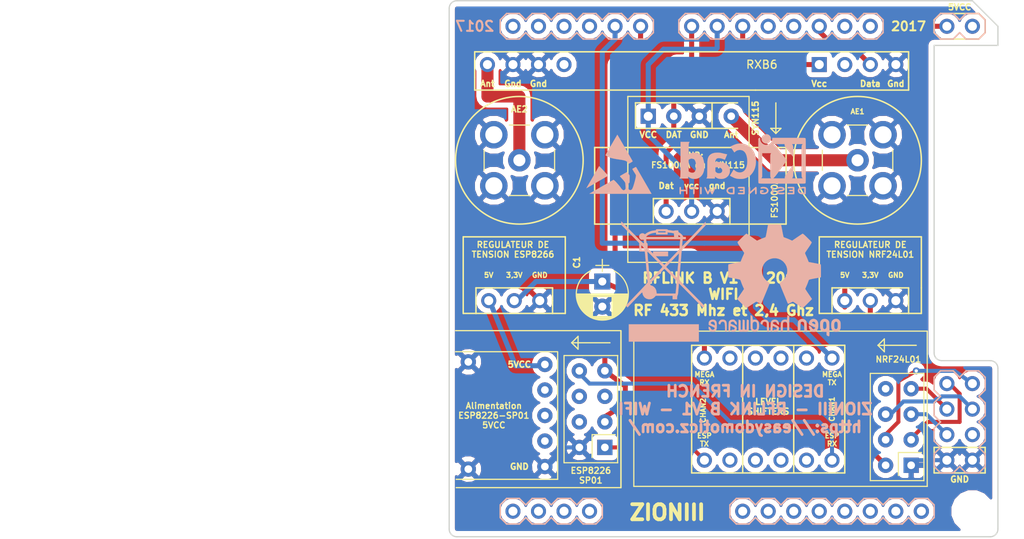
<source format=kicad_pcb>
(kicad_pcb (version 4) (host pcbnew 4.0.7)

  (general
    (links 45)
    (no_connects 0)
    (area 143.446499 45.656499 198.183501 99.123501)
    (thickness 1.6)
    (drawings 53)
    (tracks 104)
    (zones 0)
    (modules 17)
    (nets 21)
  )

  (page A4)
  (layers
    (0 Top signal)
    (31 Bottom signal)
    (34 B.Paste user)
    (35 F.Paste user)
    (36 B.SilkS user)
    (37 F.SilkS user)
    (38 B.Mask user)
    (39 F.Mask user)
    (44 Edge.Cuts user)
  )

  (setup
    (last_trace_width 0.1524)
    (user_trace_width 0.1524)
    (user_trace_width 0.2)
    (user_trace_width 0.25)
    (user_trace_width 0.3)
    (user_trace_width 0.4)
    (user_trace_width 0.5)
    (user_trace_width 0.6)
    (user_trace_width 1.2)
    (trace_clearance 0.3)
    (zone_clearance 0.508)
    (zone_45_only yes)
    (trace_min 0.1524)
    (segment_width 0.127)
    (edge_width 0.127)
    (via_size 0.6858)
    (via_drill 0.3302)
    (via_min_size 0.6858)
    (via_min_drill 0.3302)
    (uvia_size 0.762)
    (uvia_drill 0.508)
    (uvias_allowed no)
    (uvia_min_size 0)
    (uvia_min_drill 0)
    (pcb_text_width 0.127)
    (pcb_text_size 0.6 0.6)
    (mod_edge_width 0.127)
    (mod_text_size 0.6 0.6)
    (mod_text_width 0.127)
    (pad_size 1.524 1.524)
    (pad_drill 0.9)
    (pad_to_mask_clearance 0.05)
    (pad_to_paste_clearance -0.04)
    (aux_axis_origin 0 0)
    (visible_elements 7FFFFFFF)
    (pcbplotparams
      (layerselection 0x011fc_80000001)
      (usegerberextensions false)
      (excludeedgelayer true)
      (linewidth 0.127000)
      (plotframeref false)
      (viasonmask false)
      (mode 1)
      (useauxorigin false)
      (hpglpennumber 1)
      (hpglpenspeed 20)
      (hpglpendiameter 15)
      (hpglpenoverlay 2)
      (psnegative false)
      (psa4output false)
      (plotreference true)
      (plotvalue true)
      (plotinvisibletext false)
      (padsonsilk false)
      (subtractmaskfromsilk false)
      (outputformat 4)
      (mirror false)
      (drillshape 0)
      (scaleselection 1)
      (outputdirectory CAM/))
  )

  (net 0 "")
  (net 1 GND)
  (net 2 /ANT1)
  (net 3 /ANT2)
  (net 4 /MEGA-PIN49)
  (net 5 /MEGA-PIN48)
  (net 6 /MEGA-PIN51)
  (net 7 /MEGA-PIN50)
  (net 8 /MEGA-PIN52)
  (net 9 /MEGA-PIN15)
  (net 10 /MEGA-PIN16)
  (net 11 /MEGA-PIN19)
  (net 12 "/MEGA-PIN14(TX)")
  (net 13 /VCC-3.3)
  (net 14 /MEGA_TX0)
  (net 15 /MEGA_RX0)
  (net 16 /LV_TX1)
  (net 17 /LV_VCC)
  (net 18 /LV_RX0)
  (net 19 /MEGA_5V/2)
  (net 20 /HV_VCC)

  (net_class Default "Dit is de standaard class."
    (clearance 0.3)
    (trace_width 0.1524)
    (via_dia 0.6858)
    (via_drill 0.3302)
    (uvia_dia 0.762)
    (uvia_drill 0.508)
    (add_net /ANT1)
    (add_net /ANT2)
    (add_net /HV_VCC)
    (add_net /LV_RX0)
    (add_net /LV_TX1)
    (add_net /LV_VCC)
    (add_net "/MEGA-PIN14(TX)")
    (add_net /MEGA-PIN15)
    (add_net /MEGA-PIN16)
    (add_net /MEGA-PIN19)
    (add_net /MEGA-PIN48)
    (add_net /MEGA-PIN49)
    (add_net /MEGA-PIN50)
    (add_net /MEGA-PIN51)
    (add_net /MEGA-PIN52)
    (add_net /MEGA_5V/2)
    (add_net /MEGA_RX0)
    (add_net /MEGA_TX0)
    (add_net /VCC-3.3)
    (add_net GND)
  )

  (module BRICE:LEVEL_CONVERTER (layer Top) (tedit 5A086EF3) (tstamp 59E2688D)
    (at 163.83 88.9 270)
    (path /59E25A1D)
    (fp_text reference LS1 (at -3.81 -1.27 270) (layer F.SilkS) hide
      (effects (font (size 1 1) (thickness 0.15)))
    )
    (fp_text value LEVEL_CONVERTER (at -1.905 -20.32 270) (layer F.Fab)
      (effects (font (size 1 1) (thickness 0.15)))
    )
    (fp_line (start -8.89 -3.81) (end 3.81 -3.81) (layer F.SilkS) (width 0.15))
    (fp_line (start -8.89 -8.89) (end 3.81 -8.89) (layer F.SilkS) (width 0.15))
    (fp_line (start -8.89 -19.05) (end 3.81 -19.05) (layer F.SilkS) (width 0.15))
    (fp_line (start -8.89 -3.81) (end 3.81 -3.81) (layer F.Fab) (width 0.15))
    (fp_line (start -8.89 -19.05) (end 3.81 -19.05) (layer F.Fab) (width 0.15))
    (fp_line (start -8.89 -13.97) (end 3.81 -13.97) (layer F.SilkS) (width 0.15))
    (fp_line (start 3.81 -19.05) (end 3.81 -3.81) (layer F.SilkS) (width 0.15))
    (fp_line (start 3.81 -19.05) (end 3.81 -3.81) (layer F.Fab) (width 0.15))
    (fp_line (start -8.89 -19.05) (end -8.89 -3.81) (layer F.SilkS) (width 0.15))
    (fp_text user CHAN2 (at -2.413 -4.953 270) (layer F.SilkS)
      (effects (font (size 0.5 0.5) (thickness 0.125)))
    )
    (fp_text user CHAN1 (at -2.54 -17.78 270) (layer F.SilkS)
      (effects (font (size 0.5 0.5) (thickness 0.125)))
    )
    (fp_line (start -8.89 -19.05) (end -8.89 -3.81) (layer F.Fab) (width 0.15))
    (pad 6 thru_hole circle (at 2.54 -5.08) (size 1.5 1.5) (drill 0.9) (layers *.Cu *.Mask)
      (net 16 /LV_TX1))
    (pad 5 thru_hole circle (at 2.54 -7.62) (size 1.5 1.5) (drill 0.9) (layers *.Cu *.Mask))
    (pad 4 thru_hole circle (at 2.54 -10.16) (size 1.5 1.5) (drill 0.9) (layers *.Cu *.Mask))
    (pad 3 thru_hole circle (at 2.54 -12.7) (size 1.5 1.5) (drill 0.9) (layers *.Cu *.Mask))
    (pad 2 thru_hole circle (at 2.54 -15.24) (size 1.5 1.5) (drill 0.9) (layers *.Cu *.Mask))
    (pad 1 thru_hole circle (at 2.54 -17.78) (size 1.5 1.5) (drill 0.9) (layers *.Cu *.Mask)
      (net 18 /LV_RX0))
    (pad 7 thru_hole circle (at -7.62 -17.78) (size 1.5 1.5) (drill 0.9) (layers *.Cu *.Mask)
      (net 14 /MEGA_TX0))
    (pad 8 thru_hole circle (at -7.62 -15.24) (size 1.5 1.5) (drill 0.9) (layers *.Cu *.Mask))
    (pad 9 thru_hole circle (at -7.62 -12.7) (size 1.5 1.5) (drill 0.9) (layers *.Cu *.Mask))
    (pad 10 thru_hole circle (at -7.62 -10.16) (size 1.5 1.5) (drill 0.9) (layers *.Cu *.Mask))
    (pad 11 thru_hole circle (at -7.62 -7.62) (size 1.5 1.5) (drill 0.9) (layers *.Cu *.Mask))
    (pad 12 thru_hole circle (at -7.62 -5.08) (size 1.5 1.5) (drill 0.9) (layers *.Cu *.Mask)
      (net 15 /MEGA_RX0))
  )

  (module BRICE:ESP8266-SP1_Breakout (layer Top) (tedit 5A083C69) (tstamp 59E399B7)
    (at 159.004 90.17 180)
    (descr "nRF24L01 breakout board")
    (tags "nRF24L01 adapter breakout")
    (path /59E2511B)
    (fp_text reference ESP1 (at 10.3 -2.5 180) (layer F.SilkS) hide
      (effects (font (size 1 1) (thickness 0.15)))
    )
    (fp_text value ESP8266-SP01 (at 4.445 10.795 180) (layer F.Fab)
      (effects (font (size 1 1) (thickness 0.15)))
    )
    (fp_line (start 24.1 11.4) (end 24.1 -3.8) (layer F.Fab) (width 0.15))
    (fp_line (start 24.1 -3.8) (end -1.5 -3.8) (layer F.Fab) (width 0.15))
    (fp_line (start -1.5 11.4) (end -1.5 -3.8) (layer F.Fab) (width 0.15))
    (fp_line (start -1.6 -4) (end -1.6 11.6) (layer F.SilkS) (width 0.15))
    (fp_line (start -1.5 11.4) (end 24.1 11.4) (layer F.Fab) (width 0.15))
    (fp_line (start -1.5 -2) (end -1.5 -2) (layer F.Fab) (width 0.1))
    (fp_line (start -1.27 -1.27) (end 3.81 -1.27) (layer F.Fab) (width 0.1))
    (fp_line (start 3.81 -1.27) (end 3.81 8.89) (layer F.Fab) (width 0.1))
    (fp_line (start 3.81 8.89) (end -1.27 8.89) (layer F.Fab) (width 0.1))
    (fp_line (start -1.27 8.89) (end -1.27 -1.27) (layer F.Fab) (width 0.1))
    (fp_line (start -1.27 -1.27) (end -1.27 -1.27) (layer F.Fab) (width 0.1))
    (fp_line (start -1.27 -1.524) (end 4.064 -1.524) (layer F.SilkS) (width 0.12))
    (fp_line (start 4.064 -1.524) (end 4.064 9.144) (layer F.SilkS) (width 0.12))
    (fp_line (start 4.064 9.144) (end -1.27 9.144) (layer F.SilkS) (width 0.12))
    (fp_line (start -1.27 9.144) (end -1.27 9.144) (layer F.SilkS) (width 0.12))
    (fp_line (start 1.27 -1.016) (end 1.27 1.27) (layer F.SilkS) (width 0.12))
    (fp_line (start 1.27 1.27) (end -1.016 1.27) (layer F.SilkS) (width 0.12))
    (fp_line (start -1.016 1.27) (end -1.016 1.27) (layer F.SilkS) (width 0.12))
    (fp_line (start -1.27 9.144) (end -1.27 -1.524) (layer F.SilkS) (width 0.12))
    (fp_line (start -1.27 -1.524) (end -1.27 -1.524) (layer F.SilkS) (width 0.12))
    (fp_line (start 49.55 -5.02) (end 49.55 -5.02) (layer F.CrtYd) (width 0.05))
    (pad 1 thru_hole rect (at 0 0 180) (size 1.524 1.524) (drill 0.762) (layers *.Cu *.Mask)
      (net 16 /LV_TX1))
    (pad 2 thru_hole circle (at 2.54 0 180) (size 1.524 1.524) (drill 0.762) (layers *.Cu *.Mask)
      (net 1 GND))
    (pad 3 thru_hole circle (at 0 2.54 180) (size 1.524 1.524) (drill 0.762) (layers *.Cu *.Mask)
      (net 17 /LV_VCC))
    (pad 4 thru_hole circle (at 2.54 2.54 180) (size 1.524 1.524) (drill 0.762) (layers *.Cu *.Mask))
    (pad 5 thru_hole circle (at 0 5.08 180) (size 1.524 1.524) (drill 0.762) (layers *.Cu *.Mask))
    (pad 6 thru_hole circle (at 2.54 5.08 180) (size 1.524 1.524) (drill 0.762) (layers *.Cu *.Mask))
    (pad 7 thru_hole circle (at 0 7.62 180) (size 1.524 1.524) (drill 0.762) (layers *.Cu *.Mask)
      (net 17 /LV_VCC))
    (pad 8 thru_hole circle (at 2.54 7.62 180) (size 1.524 1.524) (drill 0.762) (layers *.Cu *.Mask)
      (net 18 /LV_RX0))
  )

  (module BRICE:USBB-PCB (layer Top) (tedit 5A072C49) (tstamp 59E399C7)
    (at 153.035 92.075)
    (path /59E40A18)
    (fp_text reference USB1 (at -3.81 -8.255) (layer F.SilkS) hide
      (effects (font (size 1 1) (thickness 0.15)))
    )
    (fp_text value USB_PCB (at -4.445 -6.35) (layer F.Fab)
      (effects (font (size 1 1) (thickness 0.15)))
    )
    (fp_line (start -10.16 1.27) (end -13.97 1.27) (layer F.Fab) (width 0.15))
    (fp_line (start -10.16 -11.43) (end -13.97 -11.43) (layer F.Fab) (width 0.15))
    (fp_text user 5VCC (at -2.54 -10.16) (layer F.SilkS)
      (effects (font (size 0.6 0.6) (thickness 0.15)))
    )
    (fp_line (start 1.27 1.27) (end 1.27 -11.43) (layer F.Fab) (width 0.15))
    (fp_line (start 1.27 -11.43) (end -10.16 -11.43) (layer F.Fab) (width 0.15))
    (fp_line (start -13.97 -11.43) (end -13.97 1.27) (layer F.Fab) (width 0.15))
    (fp_line (start -10.16 1.27) (end 1.27 1.27) (layer F.Fab) (width 0.15))
    (fp_text user GND (at -2.54 0 180) (layer F.SilkS)
      (effects (font (size 0.6 0.6) (thickness 0.15)))
    )
    (pad 7 thru_hole circle (at -7.62 0.254) (size 1.524 1.524) (drill 0.762) (layers *.Cu *.Mask)
      (net 1 GND))
    (pad 6 thru_hole circle (at -7.62 -10.414) (size 1.524 1.524) (drill 0.762) (layers *.Cu *.Mask)
      (net 1 GND))
    (pad 5 thru_hole circle (at 0 -10.16) (size 1.524 1.524) (drill 0.762) (layers *.Cu *.Mask)
      (net 20 /HV_VCC))
    (pad 4 thru_hole circle (at 0 -7.62) (size 1.524 1.524) (drill 0.762) (layers *.Cu *.Mask))
    (pad 3 thru_hole circle (at 0 -5.08) (size 1.524 1.524) (drill 0.762) (layers *.Cu *.Mask))
    (pad 2 thru_hole circle (at 0 -2.54) (size 1.524 1.524) (drill 0.762) (layers *.Cu *.Mask))
    (pad 1 thru_hole circle (at 0 0) (size 1.524 1.524) (drill 0.762) (layers *.Cu *.Mask)
      (net 1 GND))
  )

  (module BRICE:REGULATEUR (layer Top) (tedit 59E39C05) (tstamp 59E399BE)
    (at 185.42 75.565)
    (path /59216154)
    (fp_text reference U3 (at 3.81 -2.54) (layer F.SilkS) hide
      (effects (font (size 0.6 0.6) (thickness 0.15)))
    )
    (fp_text value REGULATEUR (at 0 2.54) (layer F.Fab)
      (effects (font (size 1 1) (thickness 0.15)))
    )
    (fp_line (start -5.08 -6.35) (end 5.08 -6.35) (layer F.SilkS) (width 0.15))
    (fp_line (start -3.81 1.27) (end -5.08 1.27) (layer F.SilkS) (width 0.15))
    (fp_line (start 5.08 1.27) (end 3.81 1.27) (layer F.SilkS) (width 0.15))
    (fp_line (start -5.08 1.27) (end -5.08 -6.35) (layer F.SilkS) (width 0.15))
    (fp_line (start 5.08 -1.27) (end 5.08 1.27) (layer F.SilkS) (width 0.15))
    (fp_line (start 5.08 -1.27) (end 5.08 -6.35) (layer F.SilkS) (width 0.15))
    (fp_line (start -3.81 -1.27) (end -3.81 1.27) (layer F.SilkS) (width 0.15))
    (fp_line (start 3.81 0) (end 3.81 1.27) (layer F.SilkS) (width 0.15))
    (fp_line (start -3.81 -1.27) (end 3.81 -1.27) (layer F.SilkS) (width 0.15))
    (fp_line (start 3.81 -1.27) (end 3.81 0) (layer F.SilkS) (width 0.15))
    (fp_line (start -3.81 1.27) (end 3.81 1.27) (layer F.SilkS) (width 0.15))
    (fp_text user 5V (at -2.54 -2.54) (layer F.SilkS)
      (effects (font (size 0.5 0.5) (thickness 0.125)))
    )
    (fp_text user 3,3V (at 0 -2.54) (layer F.SilkS)
      (effects (font (size 0.5 0.5) (thickness 0.125)))
    )
    (fp_text user GND (at 2.54 -2.54) (layer F.SilkS)
      (effects (font (size 0.5 0.5) (thickness 0.125)))
    )
    (pad 1 thru_hole circle (at -2.54 0) (size 1.5 1.5) (drill 0.9) (layers *.Cu *.Mask)
      (net 19 /MEGA_5V/2))
    (pad 2 thru_hole circle (at 0 0) (size 1.5 1.5) (drill 0.9) (layers *.Cu *.Mask)
      (net 13 /VCC-3.3))
    (pad 3 thru_hole circle (at 2.54 0) (size 1.5 1.5) (drill 0.9) (layers *.Cu *.Mask)
      (net 1 GND))
  )

  (module BRICE:Arduino_Mega_RFLINK (layer Top) (tedit 59E3415A) (tstamp 59E27D2B)
    (at 99.06 99.06)
    (path /59E25831)
    (fp_text reference AR1 (at 10.414 -64.897) (layer F.SilkS) hide
      (effects (font (size 1 1) (thickness 0.15)))
    )
    (fp_text value ARDUNIO_MEGA_RFLINK_1 (at 10.414 -66.802) (layer F.Fab)
      (effects (font (size 1 1) (thickness 0.15)))
    )
    (fp_line (start 95.25 -50.165) (end 94.615 -49.53) (layer B.SilkS) (width 0.15))
    (fp_line (start 94.615 -49.53) (end 93.345 -49.53) (layer B.SilkS) (width 0.15))
    (fp_line (start 93.345 -49.53) (end 92.71 -50.165) (layer B.SilkS) (width 0.15))
    (fp_line (start 92.71 -50.165) (end 92.71 -51.435) (layer B.SilkS) (width 0.15))
    (fp_line (start 92.71 -51.435) (end 93.345 -52.07) (layer B.SilkS) (width 0.15))
    (fp_line (start 93.345 -52.07) (end 94.615 -52.07) (layer B.SilkS) (width 0.15))
    (fp_line (start 94.615 -52.07) (end 95.25 -51.435) (layer B.SilkS) (width 0.15))
    (fp_line (start 95.25 -51.435) (end 95.885 -52.07) (layer B.SilkS) (width 0.15))
    (fp_line (start 95.885 -52.07) (end 97.155 -52.07) (layer B.SilkS) (width 0.15))
    (fp_line (start 97.155 -52.07) (end 97.79 -51.435) (layer B.SilkS) (width 0.15))
    (fp_line (start 97.79 -51.435) (end 97.79 -50.165) (layer B.SilkS) (width 0.15))
    (fp_line (start 97.79 -50.165) (end 97.155 -49.53) (layer B.SilkS) (width 0.15))
    (fp_line (start 97.155 -49.53) (end 95.885 -49.53) (layer B.SilkS) (width 0.15))
    (fp_line (start 95.885 -49.53) (end 95.25 -50.165) (layer B.SilkS) (width 0.15))
    (fp_text user 5VCC (at 95.25 -52.705) (layer F.SilkS)
      (effects (font (size 0.6 0.6) (thickness 0.15)))
    )
    (fp_line (start 93.345 -52.07) (end 92.71 -51.435) (layer F.SilkS) (width 0.15))
    (fp_line (start 92.71 -51.435) (end 92.71 -50.165) (layer F.SilkS) (width 0.15))
    (fp_line (start 92.71 -50.165) (end 93.345 -49.53) (layer F.SilkS) (width 0.15))
    (fp_line (start 93.345 -49.53) (end 97.155 -49.53) (layer F.SilkS) (width 0.15))
    (fp_line (start 97.155 -49.53) (end 97.79 -50.165) (layer F.SilkS) (width 0.15))
    (fp_line (start 97.79 -50.165) (end 97.79 -51.435) (layer F.SilkS) (width 0.15))
    (fp_line (start 97.79 -51.435) (end 97.155 -52.07) (layer F.SilkS) (width 0.15))
    (fp_line (start 97.155 -52.07) (end 93.345 -52.07) (layer F.SilkS) (width 0.15))
    (fp_line (start 59.69 -3.175) (end 59.69 -1.905) (layer B.SilkS) (width 0.15))
    (fp_line (start 59.69 -1.905) (end 59.055 -1.27) (layer B.SilkS) (width 0.15))
    (fp_line (start 59.055 -1.27) (end 57.785 -1.27) (layer B.SilkS) (width 0.15))
    (fp_line (start 57.785 -1.27) (end 57.15 -1.905) (layer B.SilkS) (width 0.15))
    (fp_line (start 57.15 -1.905) (end 56.515 -1.27) (layer B.SilkS) (width 0.15))
    (fp_line (start 56.515 -1.27) (end 55.245 -1.27) (layer B.SilkS) (width 0.15))
    (fp_line (start 55.245 -1.27) (end 54.61 -1.905) (layer B.SilkS) (width 0.15))
    (fp_line (start 54.61 -1.905) (end 53.975 -1.27) (layer B.SilkS) (width 0.15))
    (fp_line (start 53.975 -1.27) (end 52.705 -1.27) (layer B.SilkS) (width 0.15))
    (fp_line (start 52.705 -1.27) (end 52.07 -1.905) (layer B.SilkS) (width 0.15))
    (fp_line (start 52.07 -1.905) (end 51.435 -1.27) (layer B.SilkS) (width 0.15))
    (fp_line (start 51.435 -1.27) (end 50.165 -1.27) (layer B.SilkS) (width 0.15))
    (fp_line (start 50.165 -1.27) (end 49.53 -1.905) (layer B.SilkS) (width 0.15))
    (fp_line (start 49.53 -1.905) (end 49.53 -3.175) (layer B.SilkS) (width 0.15))
    (fp_line (start 49.53 -3.175) (end 50.165 -3.81) (layer B.SilkS) (width 0.15))
    (fp_line (start 50.165 -3.81) (end 51.435 -3.81) (layer B.SilkS) (width 0.15))
    (fp_line (start 51.435 -3.81) (end 52.07 -3.175) (layer B.SilkS) (width 0.15))
    (fp_line (start 52.07 -3.175) (end 52.705 -3.81) (layer B.SilkS) (width 0.15))
    (fp_line (start 52.705 -3.81) (end 53.975 -3.81) (layer B.SilkS) (width 0.15))
    (fp_line (start 53.975 -3.81) (end 54.61 -3.175) (layer B.SilkS) (width 0.15))
    (fp_line (start 54.61 -3.175) (end 55.245 -3.81) (layer B.SilkS) (width 0.15))
    (fp_line (start 55.245 -3.81) (end 56.515 -3.81) (layer B.SilkS) (width 0.15))
    (fp_line (start 56.515 -3.81) (end 57.15 -3.175) (layer B.SilkS) (width 0.15))
    (fp_line (start 57.15 -3.175) (end 57.785 -3.81) (layer B.SilkS) (width 0.15))
    (fp_line (start 57.785 -3.81) (end 59.055 -3.81) (layer B.SilkS) (width 0.15))
    (fp_line (start 59.055 -3.81) (end 59.69 -3.175) (layer B.SilkS) (width 0.15))
    (fp_line (start 49.53 -50.165) (end 50.165 -49.53) (layer B.SilkS) (width 0.15))
    (fp_line (start 50.165 -49.53) (end 51.435 -49.53) (layer B.SilkS) (width 0.15))
    (fp_line (start 51.435 -49.53) (end 52.07 -50.165) (layer B.SilkS) (width 0.15))
    (fp_line (start 52.07 -50.165) (end 52.705 -49.53) (layer B.SilkS) (width 0.15))
    (fp_line (start 52.705 -49.53) (end 53.975 -49.53) (layer B.SilkS) (width 0.15))
    (fp_line (start 53.975 -49.53) (end 54.61 -50.165) (layer B.SilkS) (width 0.15))
    (fp_line (start 54.61 -50.165) (end 55.245 -49.53) (layer B.SilkS) (width 0.15))
    (fp_line (start 55.245 -49.53) (end 56.515 -49.53) (layer B.SilkS) (width 0.15))
    (fp_line (start 56.515 -49.53) (end 57.15 -50.165) (layer B.SilkS) (width 0.15))
    (fp_line (start 57.15 -50.165) (end 57.785 -49.53) (layer B.SilkS) (width 0.15))
    (fp_line (start 57.785 -49.53) (end 59.055 -49.53) (layer B.SilkS) (width 0.15))
    (fp_line (start 59.055 -49.53) (end 59.69 -50.165) (layer B.SilkS) (width 0.15))
    (fp_line (start 49.53 -51.435) (end 50.165 -52.07) (layer B.SilkS) (width 0.15))
    (fp_line (start 50.165 -52.07) (end 51.435 -52.07) (layer B.SilkS) (width 0.15))
    (fp_line (start 51.435 -52.07) (end 52.07 -51.435) (layer B.SilkS) (width 0.15))
    (fp_line (start 52.07 -51.435) (end 52.705 -52.07) (layer B.SilkS) (width 0.15))
    (fp_line (start 52.705 -52.07) (end 53.975 -52.07) (layer B.SilkS) (width 0.15))
    (fp_line (start 53.975 -52.07) (end 54.61 -51.435) (layer B.SilkS) (width 0.15))
    (fp_line (start 54.61 -51.435) (end 55.245 -52.07) (layer B.SilkS) (width 0.15))
    (fp_line (start 55.245 -52.07) (end 56.515 -52.07) (layer B.SilkS) (width 0.15))
    (fp_line (start 56.515 -52.07) (end 57.15 -51.435) (layer B.SilkS) (width 0.15))
    (fp_line (start 57.15 -51.435) (end 57.785 -52.07) (layer B.SilkS) (width 0.15))
    (fp_line (start 57.785 -52.07) (end 59.055 -52.07) (layer B.SilkS) (width 0.15))
    (fp_line (start 59.055 -52.07) (end 59.69 -51.435) (layer B.SilkS) (width 0.15))
    (fp_line (start 64.77 -51.435) (end 64.77 -50.165) (layer B.SilkS) (width 0.15))
    (fp_line (start 64.77 -50.165) (end 64.135 -49.53) (layer B.SilkS) (width 0.15))
    (fp_line (start 64.135 -49.53) (end 62.865 -49.53) (layer B.SilkS) (width 0.15))
    (fp_line (start 62.865 -49.53) (end 62.23 -50.165) (layer B.SilkS) (width 0.15))
    (fp_line (start 62.23 -50.165) (end 61.595 -49.53) (layer B.SilkS) (width 0.15))
    (fp_line (start 61.595 -49.53) (end 60.325 -49.53) (layer B.SilkS) (width 0.15))
    (fp_line (start 60.325 -49.53) (end 59.69 -50.165) (layer B.SilkS) (width 0.15))
    (fp_line (start 49.53 -50.165) (end 49.53 -51.435) (layer B.SilkS) (width 0.15))
    (fp_line (start 59.69 -51.435) (end 60.325 -52.07) (layer B.SilkS) (width 0.15))
    (fp_line (start 60.325 -52.07) (end 61.595 -52.07) (layer B.SilkS) (width 0.15))
    (fp_line (start 61.595 -52.07) (end 62.23 -51.435) (layer B.SilkS) (width 0.15))
    (fp_line (start 62.23 -51.435) (end 62.865 -52.07) (layer B.SilkS) (width 0.15))
    (fp_line (start 62.865 -52.07) (end 64.135 -52.07) (layer B.SilkS) (width 0.15))
    (fp_line (start 64.135 -52.07) (end 64.77 -51.435) (layer B.SilkS) (width 0.15))
    (fp_line (start 97.79 -15.24) (end 97.79 -14.605) (layer B.SilkS) (width 0.15))
    (fp_line (start 97.79 -14.605) (end 97.155 -13.97) (layer B.SilkS) (width 0.15))
    (fp_line (start 97.155 -13.97) (end 97.79 -13.335) (layer B.SilkS) (width 0.15))
    (fp_line (start 97.79 -13.335) (end 97.79 -12.065) (layer B.SilkS) (width 0.15))
    (fp_line (start 97.79 -12.065) (end 97.155 -11.43) (layer B.SilkS) (width 0.15))
    (fp_line (start 97.155 -11.43) (end 97.79 -10.795) (layer B.SilkS) (width 0.15))
    (fp_line (start 97.79 -10.795) (end 97.79 -9.525) (layer B.SilkS) (width 0.15))
    (fp_line (start 97.79 -9.525) (end 97.155 -8.89) (layer B.SilkS) (width 0.15))
    (fp_line (start 97.155 -8.89) (end 97.79 -8.255) (layer B.SilkS) (width 0.15))
    (fp_line (start 97.79 -8.255) (end 97.79 -6.985) (layer B.SilkS) (width 0.15))
    (fp_line (start 97.79 -6.985) (end 97.155 -6.35) (layer B.SilkS) (width 0.15))
    (fp_line (start 97.155 -6.35) (end 95.885 -6.35) (layer B.SilkS) (width 0.15))
    (fp_line (start 95.885 -6.35) (end 95.25 -6.985) (layer B.SilkS) (width 0.15))
    (fp_line (start 95.25 -6.985) (end 94.615 -6.35) (layer B.SilkS) (width 0.15))
    (fp_line (start 94.615 -6.35) (end 93.345 -6.35) (layer B.SilkS) (width 0.15))
    (fp_line (start 93.345 -6.35) (end 92.71 -6.985) (layer B.SilkS) (width 0.15))
    (fp_line (start 92.71 -6.985) (end 92.71 -8.255) (layer B.SilkS) (width 0.15))
    (fp_line (start 92.71 -8.255) (end 93.345 -8.89) (layer B.SilkS) (width 0.15))
    (fp_line (start 93.345 -8.89) (end 92.71 -9.525) (layer B.SilkS) (width 0.15))
    (fp_line (start 92.71 -9.525) (end 92.71 -10.795) (layer B.SilkS) (width 0.15))
    (fp_line (start 92.71 -10.795) (end 93.345 -11.43) (layer B.SilkS) (width 0.15))
    (fp_line (start 93.345 -11.43) (end 92.71 -12.065) (layer B.SilkS) (width 0.15))
    (fp_line (start 92.71 -12.065) (end 92.71 -13.335) (layer B.SilkS) (width 0.15))
    (fp_line (start 92.71 -13.335) (end 93.345 -13.97) (layer B.SilkS) (width 0.15))
    (fp_line (start 93.345 -13.97) (end 92.71 -14.605) (layer B.SilkS) (width 0.15))
    (fp_line (start 92.71 -14.605) (end 92.71 -15.875) (layer B.SilkS) (width 0.15))
    (fp_line (start 92.71 -15.875) (end 93.345 -16.51) (layer B.SilkS) (width 0.15))
    (fp_line (start 93.345 -16.51) (end 94.615 -16.51) (layer B.SilkS) (width 0.15))
    (fp_line (start 94.615 -16.51) (end 95.25 -15.875) (layer B.SilkS) (width 0.15))
    (fp_line (start 95.25 -15.875) (end 95.885 -16.51) (layer B.SilkS) (width 0.15))
    (fp_line (start 95.885 -16.51) (end 97.155 -16.51) (layer B.SilkS) (width 0.15))
    (fp_line (start 97.155 -16.51) (end 97.79 -15.875) (layer B.SilkS) (width 0.15))
    (fp_line (start 97.79 -15.875) (end 97.79 -15.24) (layer B.SilkS) (width 0.15))
    (fp_line (start 92.71 -1.905) (end 92.71 -3.175) (layer B.SilkS) (width 0.15))
    (fp_line (start 92.71 -3.175) (end 92.075 -3.81) (layer B.SilkS) (width 0.15))
    (fp_line (start 92.075 -3.81) (end 90.805 -3.81) (layer B.SilkS) (width 0.15))
    (fp_line (start 90.805 -3.81) (end 90.17 -3.175) (layer B.SilkS) (width 0.15))
    (fp_line (start 90.17 -3.175) (end 89.535 -3.81) (layer B.SilkS) (width 0.15))
    (fp_line (start 89.535 -3.81) (end 88.265 -3.81) (layer B.SilkS) (width 0.15))
    (fp_line (start 88.265 -3.81) (end 87.63 -3.175) (layer B.SilkS) (width 0.15))
    (fp_line (start 87.63 -3.175) (end 86.995 -3.81) (layer B.SilkS) (width 0.15))
    (fp_line (start 86.995 -3.81) (end 85.725 -3.81) (layer B.SilkS) (width 0.15))
    (fp_line (start 85.725 -3.81) (end 85.09 -3.175) (layer B.SilkS) (width 0.15))
    (fp_line (start 85.09 -3.175) (end 84.455 -3.81) (layer B.SilkS) (width 0.15))
    (fp_line (start 84.455 -3.81) (end 83.185 -3.81) (layer B.SilkS) (width 0.15))
    (fp_line (start 83.185 -3.81) (end 82.55 -3.175) (layer B.SilkS) (width 0.15))
    (fp_line (start 82.55 -3.175) (end 81.915 -3.81) (layer B.SilkS) (width 0.15))
    (fp_line (start 81.915 -3.81) (end 80.645 -3.81) (layer B.SilkS) (width 0.15))
    (fp_line (start 80.645 -3.81) (end 80.01 -3.175) (layer B.SilkS) (width 0.15))
    (fp_line (start 80.01 -3.175) (end 79.375 -3.81) (layer B.SilkS) (width 0.15))
    (fp_line (start 79.375 -3.81) (end 78.105 -3.81) (layer B.SilkS) (width 0.15))
    (fp_line (start 78.105 -3.81) (end 77.47 -3.175) (layer B.SilkS) (width 0.15))
    (fp_line (start 77.47 -3.175) (end 76.835 -3.81) (layer B.SilkS) (width 0.15))
    (fp_line (start 76.835 -3.81) (end 75.565 -3.81) (layer B.SilkS) (width 0.15))
    (fp_line (start 75.565 -3.81) (end 74.93 -3.175) (layer B.SilkS) (width 0.15))
    (fp_line (start 74.93 -3.175) (end 74.295 -3.81) (layer B.SilkS) (width 0.15))
    (fp_line (start 74.295 -3.81) (end 73.025 -3.81) (layer B.SilkS) (width 0.15))
    (fp_line (start 73.025 -3.81) (end 72.39 -3.175) (layer B.SilkS) (width 0.15))
    (fp_line (start 72.39 -3.175) (end 72.39 -2.54) (layer B.SilkS) (width 0.15))
    (fp_line (start 72.39 -2.54) (end 72.39 -1.905) (layer B.SilkS) (width 0.15))
    (fp_line (start 72.39 -1.905) (end 73.025 -1.27) (layer B.SilkS) (width 0.15))
    (fp_line (start 73.025 -1.27) (end 74.295 -1.27) (layer B.SilkS) (width 0.15))
    (fp_line (start 74.295 -1.27) (end 74.93 -1.905) (layer B.SilkS) (width 0.15))
    (fp_line (start 74.93 -1.905) (end 75.565 -1.27) (layer B.SilkS) (width 0.15))
    (fp_line (start 75.565 -1.27) (end 76.835 -1.27) (layer B.SilkS) (width 0.15))
    (fp_line (start 76.835 -1.27) (end 77.47 -1.905) (layer B.SilkS) (width 0.15))
    (fp_line (start 77.47 -1.905) (end 78.105 -1.27) (layer B.SilkS) (width 0.15))
    (fp_line (start 78.105 -1.27) (end 79.375 -1.27) (layer B.SilkS) (width 0.15))
    (fp_line (start 79.375 -1.27) (end 80.01 -1.905) (layer B.SilkS) (width 0.15))
    (fp_line (start 80.01 -1.905) (end 80.645 -1.27) (layer B.SilkS) (width 0.15))
    (fp_line (start 80.645 -1.27) (end 81.915 -1.27) (layer B.SilkS) (width 0.15))
    (fp_line (start 81.915 -1.27) (end 82.55 -1.905) (layer B.SilkS) (width 0.15))
    (fp_line (start 82.55 -1.905) (end 83.185 -1.27) (layer B.SilkS) (width 0.15))
    (fp_line (start 83.185 -1.27) (end 84.455 -1.27) (layer B.SilkS) (width 0.15))
    (fp_line (start 84.455 -1.27) (end 85.09 -1.905) (layer B.SilkS) (width 0.15))
    (fp_line (start 85.09 -1.905) (end 85.725 -1.27) (layer B.SilkS) (width 0.15))
    (fp_line (start 85.725 -1.27) (end 86.995 -1.27) (layer B.SilkS) (width 0.15))
    (fp_line (start 86.995 -1.27) (end 87.63 -1.905) (layer B.SilkS) (width 0.15))
    (fp_line (start 87.63 -1.905) (end 88.265 -1.27) (layer B.SilkS) (width 0.15))
    (fp_line (start 88.265 -1.27) (end 89.535 -1.27) (layer B.SilkS) (width 0.15))
    (fp_line (start 89.535 -1.27) (end 90.17 -1.905) (layer B.SilkS) (width 0.15))
    (fp_line (start 90.17 -1.905) (end 90.805 -1.27) (layer B.SilkS) (width 0.15))
    (fp_line (start 90.805 -1.27) (end 92.075 -1.27) (layer B.SilkS) (width 0.15))
    (fp_line (start 92.075 -1.27) (end 92.71 -1.905) (layer B.SilkS) (width 0.15))
    (fp_line (start 87.63 -51.435) (end 86.995 -52.07) (layer B.SilkS) (width 0.15))
    (fp_line (start 86.995 -52.07) (end 85.725 -52.07) (layer B.SilkS) (width 0.15))
    (fp_line (start 85.725 -52.07) (end 85.09 -51.435) (layer B.SilkS) (width 0.15))
    (fp_line (start 85.09 -51.435) (end 84.455 -52.07) (layer B.SilkS) (width 0.15))
    (fp_line (start 84.455 -52.07) (end 83.185 -52.07) (layer B.SilkS) (width 0.15))
    (fp_line (start 83.185 -52.07) (end 82.55 -51.435) (layer B.SilkS) (width 0.15))
    (fp_line (start 82.55 -51.435) (end 81.915 -52.07) (layer B.SilkS) (width 0.15))
    (fp_line (start 81.915 -52.07) (end 80.645 -52.07) (layer B.SilkS) (width 0.15))
    (fp_line (start 80.645 -52.07) (end 80.01 -51.435) (layer B.SilkS) (width 0.15))
    (fp_line (start 80.01 -51.435) (end 79.375 -52.07) (layer B.SilkS) (width 0.15))
    (fp_line (start 79.375 -52.07) (end 78.105 -52.07) (layer B.SilkS) (width 0.15))
    (fp_line (start 78.105 -52.07) (end 77.47 -51.435) (layer B.SilkS) (width 0.15))
    (fp_line (start 77.47 -51.435) (end 76.835 -52.07) (layer B.SilkS) (width 0.15))
    (fp_line (start 76.835 -52.07) (end 75.565 -52.07) (layer B.SilkS) (width 0.15))
    (fp_line (start 75.565 -52.07) (end 74.93 -51.435) (layer B.SilkS) (width 0.15))
    (fp_line (start 74.93 -51.435) (end 74.295 -52.07) (layer B.SilkS) (width 0.15))
    (fp_line (start 74.295 -52.07) (end 73.025 -52.07) (layer B.SilkS) (width 0.15))
    (fp_line (start 73.025 -52.07) (end 72.39 -51.435) (layer B.SilkS) (width 0.15))
    (fp_line (start 72.39 -51.435) (end 71.755 -52.07) (layer B.SilkS) (width 0.15))
    (fp_line (start 71.755 -52.07) (end 70.485 -52.07) (layer B.SilkS) (width 0.15))
    (fp_line (start 70.485 -52.07) (end 69.85 -51.435) (layer B.SilkS) (width 0.15))
    (fp_line (start 69.85 -51.435) (end 69.215 -52.07) (layer B.SilkS) (width 0.15))
    (fp_line (start 69.215 -52.07) (end 67.945 -52.07) (layer B.SilkS) (width 0.15))
    (fp_line (start 67.945 -52.07) (end 67.31 -51.435) (layer B.SilkS) (width 0.15))
    (fp_line (start 67.31 -51.435) (end 67.31 -50.165) (layer B.SilkS) (width 0.15))
    (fp_line (start 67.31 -50.165) (end 67.945 -49.53) (layer B.SilkS) (width 0.15))
    (fp_line (start 67.945 -49.53) (end 69.215 -49.53) (layer B.SilkS) (width 0.15))
    (fp_line (start 69.215 -49.53) (end 69.85 -50.165) (layer B.SilkS) (width 0.15))
    (fp_line (start 69.85 -50.165) (end 70.485 -49.53) (layer B.SilkS) (width 0.15))
    (fp_line (start 70.485 -49.53) (end 71.755 -49.53) (layer B.SilkS) (width 0.15))
    (fp_line (start 71.755 -49.53) (end 72.39 -50.165) (layer B.SilkS) (width 0.15))
    (fp_line (start 72.39 -50.165) (end 73.025 -49.53) (layer B.SilkS) (width 0.15))
    (fp_line (start 73.025 -49.53) (end 74.295 -49.53) (layer B.SilkS) (width 0.15))
    (fp_line (start 74.295 -49.53) (end 74.93 -50.165) (layer B.SilkS) (width 0.15))
    (fp_line (start 74.93 -50.165) (end 75.565 -49.53) (layer B.SilkS) (width 0.15))
    (fp_line (start 75.565 -49.53) (end 76.835 -49.53) (layer B.SilkS) (width 0.15))
    (fp_line (start 76.835 -49.53) (end 77.47 -50.165) (layer B.SilkS) (width 0.15))
    (fp_line (start 77.47 -50.165) (end 78.105 -49.53) (layer B.SilkS) (width 0.15))
    (fp_line (start 78.105 -49.53) (end 79.375 -49.53) (layer B.SilkS) (width 0.15))
    (fp_line (start 79.375 -49.53) (end 80.01 -50.165) (layer B.SilkS) (width 0.15))
    (fp_line (start 80.01 -50.165) (end 80.645 -49.53) (layer B.SilkS) (width 0.15))
    (fp_line (start 80.645 -49.53) (end 81.915 -49.53) (layer B.SilkS) (width 0.15))
    (fp_line (start 81.915 -49.53) (end 82.55 -50.165) (layer B.SilkS) (width 0.15))
    (fp_line (start 82.55 -50.165) (end 83.185 -49.53) (layer B.SilkS) (width 0.15))
    (fp_line (start 83.185 -49.53) (end 84.455 -49.53) (layer B.SilkS) (width 0.15))
    (fp_line (start 84.455 -49.53) (end 85.09 -50.165) (layer B.SilkS) (width 0.15))
    (fp_line (start 85.09 -50.165) (end 85.725 -49.53) (layer B.SilkS) (width 0.15))
    (fp_line (start 85.725 -49.53) (end 86.995 -49.53) (layer B.SilkS) (width 0.15))
    (fp_line (start 86.995 -49.53) (end 87.63 -50.165) (layer B.SilkS) (width 0.15))
    (fp_line (start 87.63 -50.165) (end 87.63 -51.435) (layer B.SilkS) (width 0.15))
    (fp_text user "Arduino Mega Rev 3" (at 72.39 -11.43) (layer B.SilkS) hide
      (effects (font (size 1 1) (thickness 0.15)) (justify mirror))
    )
    (fp_text user 2017 (at 46.99 -50.8) (layer B.SilkS)
      (effects (font (size 1 1) (thickness 0.2032)) (justify mirror))
    )
    (fp_line (start 92.71 -8.89) (end 92.71 -6.35) (layer F.SilkS) (width 0.15))
    (fp_line (start 92.71 -6.35) (end 97.79 -6.35) (layer F.SilkS) (width 0.15))
    (fp_line (start 97.79 -6.35) (end 97.79 -8.89) (layer F.SilkS) (width 0.15))
    (fp_line (start 97.79 -8.89) (end 92.71 -8.89) (layer F.SilkS) (width 0.15))
    (fp_text user GND (at 95.25 -5.715) (layer F.SilkS)
      (effects (font (size 0.6 0.6) (thickness 0.15)))
    )
    (fp_line (start 96.52 -53.34) (end 0 -53.34) (layer F.Fab) (width 0.15))
    (fp_line (start 99.06 0) (end 0 0) (layer F.Fab) (width 0.15))
    (fp_line (start 101.6 -38.1) (end 101.6 -3.81) (layer F.Fab) (width 0.15))
    (fp_line (start 99.06 -40.64) (end 101.6 -38.1) (layer F.Fab) (width 0.15))
    (fp_line (start 99.06 -40.64) (end 99.06 -50.8) (layer F.Fab) (width 0.15))
    (fp_line (start 96.52 -53.34) (end 99.06 -50.8) (layer F.Fab) (width 0.15))
    (fp_line (start 99.06 0) (end 99.06 -1.27) (layer F.Fab) (width 0.15))
    (fp_line (start 99.06 -1.27) (end 101.6 -3.81) (layer F.Fab) (width 0.15))
    (fp_line (start 0 -53.34) (end 0 0) (layer F.Fab) (width 0.15))
    (pad A1 thru_hole circle (at 53.34 -2.54) (size 1.5 1.5) (drill 0.9) (layers *.Cu *.Mask))
    (pad A2 thru_hole circle (at 55.88 -2.54) (size 1.5 1.5) (drill 0.9) (layers *.Cu *.Mask))
    (pad A3 thru_hole circle (at 58.42 -2.54) (size 1.5 1.5) (drill 0.9) (layers *.Cu *.Mask))
    (pad 2 thru_hole circle (at 58.42 -50.8) (size 1.5 1.5) (drill 0.9) (layers *.Cu *.Mask))
    (pad 3 thru_hole circle (at 55.88 -50.8) (size 1.5 1.5) (drill 0.9) (layers *.Cu *.Mask))
    (pad 4 thru_hole circle (at 53.34 -50.8) (size 1.5 1.5) (drill 0.9) (layers *.Cu *.Mask))
    (pad 5V/3 thru_hole circle (at 96.52 -50.8) (size 1.5 1.5) (drill 0.9) (layers *.Cu *.Mask))
    (pad 5V/2 thru_hole circle (at 93.98 -50.8) (size 1.5 1.5) (drill 0.9) (layers *.Cu *.Mask)
      (net 19 /MEGA_5V/2))
    (pad A0 thru_hole circle (at 50.8 -2.54) (size 1.5 1.5) (drill 0.9) (layers *.Cu *.Mask))
    (pad 5 thru_hole circle (at 50.8 -50.8) (size 1.5 1.5) (drill 0.9) (layers *.Cu *.Mask))
    (pad 1 thru_hole circle (at 60.96 -50.8) (size 1.5 1.5) (drill 0.9) (layers *.Cu *.Mask)
      (net 14 /MEGA_TX0))
    (pad 0 thru_hole circle (at 63.5 -50.8) (size 1.5 1.5) (drill 0.9) (layers *.Cu *.Mask)
      (net 15 /MEGA_RX0))
    (pad 49 thru_hole circle (at 96.52 -15.24) (size 1.5 1.5) (drill 0.9) (layers *.Cu *.Mask)
      (net 4 /MEGA-PIN49))
    (pad 48 thru_hole circle (at 93.98 -15.24) (size 1.5 1.5) (drill 0.9) (layers *.Cu *.Mask)
      (net 5 /MEGA-PIN48))
    (pad 51 thru_hole circle (at 96.52 -12.7) (size 1.5 1.5) (drill 0.9) (layers *.Cu *.Mask)
      (net 6 /MEGA-PIN51))
    (pad 50 thru_hole circle (at 93.98 -12.7) (size 1.5 1.5) (drill 0.9) (layers *.Cu *.Mask)
      (net 7 /MEGA-PIN50))
    (pad 53 thru_hole circle (at 96.52 -10.16) (size 1.5 1.5) (drill 0.9) (layers *.Cu *.Mask))
    (pad 52 thru_hole circle (at 93.98 -10.16) (size 1.5 1.5) (drill 0.9) (layers *.Cu *.Mask)
      (net 8 /MEGA-PIN52))
    (pad GND thru_hole circle (at 96.52 -7.62) (size 1.5 1.5) (drill 0.9) (layers *.Cu *.Mask)
      (net 1 GND))
    (pad GND thru_hole circle (at 93.98 -7.62) (size 1.5 1.5) (drill 0.9) (layers *.Cu *.Mask)
      (net 1 GND))
    (pad A8 thru_hole circle (at 73.66 -2.54) (size 1.5 1.5) (drill 0.9) (layers *.Cu *.Mask))
    (pad A9 thru_hole circle (at 76.2 -2.54) (size 1.5 1.5) (drill 0.9) (layers *.Cu *.Mask))
    (pad A10 thru_hole circle (at 78.74 -2.54) (size 1.5 1.5) (drill 0.9) (layers *.Cu *.Mask))
    (pad A11 thru_hole circle (at 81.28 -2.54) (size 1.5 1.5) (drill 0.9) (layers *.Cu *.Mask))
    (pad A12 thru_hole circle (at 83.82 -2.54) (size 1.5 1.5) (drill 0.9) (layers *.Cu *.Mask))
    (pad A13 thru_hole circle (at 86.36 -2.54) (size 1.5 1.5) (drill 0.9) (layers *.Cu *.Mask))
    (pad A14 thru_hole circle (at 88.9 -2.54) (size 1.5 1.5) (drill 0.9) (layers *.Cu *.Mask))
    (pad A15 thru_hole circle (at 91.44 -2.54) (size 1.524 1.524) (drill 0.9) (layers *.Cu *.Mask))
    (pad 16 thru_hole circle (at 73.66 -50.8) (size 1.5 1.5) (drill 0.9) (layers *.Cu *.Mask)
      (net 10 /MEGA-PIN16))
    (pad 17 thru_hole circle (at 76.2 -50.8) (size 1.5 1.5) (drill 0.9) (layers *.Cu *.Mask))
    (pad 20 thru_hole circle (at 83.82 -50.8) (size 1.5 1.5) (drill 0.9) (layers *.Cu *.Mask))
    (pad 15 thru_hole circle (at 71.12 -50.8) (size 1.5 1.5) (drill 0.9) (layers *.Cu *.Mask)
      (net 9 /MEGA-PIN15))
    (pad 14 thru_hole circle (at 68.58 -50.8) (size 1.5 1.5) (drill 0.9) (layers *.Cu *.Mask)
      (net 12 "/MEGA-PIN14(TX)"))
    (pad 18 thru_hole circle (at 78.74 -50.8) (size 1.5 1.5) (drill 0.9) (layers *.Cu *.Mask))
    (pad 19 thru_hole circle (at 81.28 -50.8) (size 1.5 1.5) (drill 0.9) (layers *.Cu *.Mask)
      (net 11 /MEGA-PIN19))
    (pad 21 thru_hole circle (at 86.36 -50.8) (size 1.5 1.5) (drill 0.9) (layers *.Cu *.Mask))
    (pad "" np_thru_hole circle (at 96.52 -2.54) (size 3.175 3.175) (drill 3.175) (layers *.Cu *.Mask))
  )

  (module Connectors:SMB_Straight (layer Top) (tedit 59E33AB0) (tstamp 591DFAFB)
    (at 184.15 61.595)
    (descr "SMB pcb mounting jack")
    (tags "SMB Jack  Striaght")
    (path /5918C1AA)
    (fp_text reference AE1 (at 0 -4.85) (layer F.SilkS)
      (effects (font (size 0.5 0.5) (thickness 0.125)))
    )
    (fp_text value Antenne_Shield (at 0 5.05) (layer F.Fab)
      (effects (font (size 1 1) (thickness 0.15)))
    )
    (fp_circle (center 0 0) (end 6.35 0) (layer F.SilkS) (width 0.15))
    (fp_circle (center 0 0) (end 2.5 0) (layer F.Fab) (width 0.1))
    (fp_line (start -3.45 -3.45) (end -3.45 3.45) (layer F.Fab) (width 0.1))
    (fp_line (start -3.45 3.45) (end 3.45 3.45) (layer F.Fab) (width 0.1))
    (fp_line (start 3.45 3.45) (end 3.45 -3.45) (layer F.Fab) (width 0.1))
    (fp_line (start 3.45 -3.45) (end -3.45 -3.45) (layer F.Fab) (width 0.1))
    (fp_line (start -4.25 -4.25) (end 4.25 -4.25) (layer B.CrtYd) (width 0.05))
    (fp_line (start 4.25 -4.25) (end 4.25 4.25) (layer B.CrtYd) (width 0.05))
    (fp_line (start 4.25 4.25) (end -4.25 4.25) (layer B.CrtYd) (width 0.05))
    (fp_line (start -4.25 4.25) (end -4.25 -4.25) (layer B.CrtYd) (width 0.05))
    (fp_line (start 4.25 4.25) (end -4.25 4.25) (layer F.CrtYd) (width 0.05))
    (fp_line (start -4.25 4.25) (end -4.25 -4.25) (layer F.CrtYd) (width 0.05))
    (fp_line (start 4.25 -4.25) (end 4.25 4.25) (layer F.CrtYd) (width 0.05))
    (fp_line (start -4.25 -4.25) (end 4.25 -4.25) (layer F.CrtYd) (width 0.05))
    (fp_line (start -1 -3.5052) (end 1 -3.5052) (layer F.SilkS) (width 0.12))
    (fp_line (start 3.5052 -1) (end 3.5052 1) (layer F.SilkS) (width 0.12))
    (fp_line (start 1 3.5052) (end -1 3.5052) (layer F.SilkS) (width 0.12))
    (fp_line (start -3.5052 1) (end -3.5052 -1) (layer F.SilkS) (width 0.12))
    (pad 2 thru_hole circle (at -2.54 2.54) (size 2.74 2.74) (drill 1.7) (layers *.Cu *.Mask)
      (net 1 GND))
    (pad 2 thru_hole circle (at 2.54 2.54) (size 2.74 2.74) (drill 1.7) (layers *.Cu *.Mask)
      (net 1 GND))
    (pad 2 thru_hole circle (at 2.54 -2.54) (size 2.74 2.74) (drill 1.7) (layers *.Cu *.Mask)
      (net 1 GND))
    (pad 2 thru_hole circle (at -2.54 -2.54) (size 2.74 2.74) (drill 1.7) (layers *.Cu *.Mask)
      (net 1 GND))
    (pad 1 thru_hole circle (at 0 0) (size 2.24 2.24) (drill 1.2) (layers *.Cu *.Mask)
      (net 2 /ANT1))
    (model Connectors.3dshapes/SMB_Straight.wrl
      (at (xyz 0 0 0))
      (scale (xyz 1 1 1))
      (rotate (xyz 0 0 0))
    )
  )

  (module Connectors:SMB_Straight (layer Top) (tedit 59E34085) (tstamp 591DFB15)
    (at 150.495 61.595)
    (descr "SMB pcb mounting jack")
    (tags "SMB Jack  Striaght")
    (path /5918BFAF)
    (fp_text reference AE2 (at 0 -5.08 180) (layer F.SilkS)
      (effects (font (size 0.6 0.6) (thickness 0.15)))
    )
    (fp_text value Antenne_Shield (at 0 5.05) (layer F.Fab)
      (effects (font (size 1 1) (thickness 0.15)))
    )
    (fp_circle (center 0 0) (end -6.35 0) (layer F.SilkS) (width 0.15))
    (fp_circle (center 0 0) (end 2.5 0) (layer F.Fab) (width 0.1))
    (fp_line (start -3.45 -3.45) (end -3.45 3.45) (layer F.Fab) (width 0.1))
    (fp_line (start -3.45 3.45) (end 3.45 3.45) (layer F.Fab) (width 0.1))
    (fp_line (start 3.45 3.45) (end 3.45 -3.45) (layer F.Fab) (width 0.1))
    (fp_line (start 3.45 -3.45) (end -3.45 -3.45) (layer F.Fab) (width 0.1))
    (fp_line (start -4.25 -4.25) (end 4.25 -4.25) (layer B.CrtYd) (width 0.05))
    (fp_line (start 4.25 -4.25) (end 4.25 4.25) (layer B.CrtYd) (width 0.05))
    (fp_line (start 4.25 4.25) (end -4.25 4.25) (layer B.CrtYd) (width 0.05))
    (fp_line (start -4.25 4.25) (end -4.25 -4.25) (layer B.CrtYd) (width 0.05))
    (fp_line (start 4.25 4.25) (end -4.25 4.25) (layer F.CrtYd) (width 0.05))
    (fp_line (start -4.25 4.25) (end -4.25 -4.25) (layer F.CrtYd) (width 0.05))
    (fp_line (start 4.25 -4.25) (end 4.25 4.25) (layer F.CrtYd) (width 0.05))
    (fp_line (start -4.25 -4.25) (end 4.25 -4.25) (layer F.CrtYd) (width 0.05))
    (fp_line (start -1 -3.5052) (end 1 -3.5052) (layer F.SilkS) (width 0.12))
    (fp_line (start 3.5052 -1) (end 3.5052 1) (layer F.SilkS) (width 0.12))
    (fp_line (start 1 3.5052) (end -1 3.5052) (layer F.SilkS) (width 0.12))
    (fp_line (start -3.5052 1) (end -3.5052 -1) (layer F.SilkS) (width 0.12))
    (pad 2 thru_hole circle (at -2.54 2.54) (size 2.74 2.74) (drill 1.7) (layers *.Cu *.Mask)
      (net 1 GND))
    (pad 2 thru_hole circle (at 2.54 2.54) (size 2.74 2.74) (drill 1.7) (layers *.Cu *.Mask)
      (net 1 GND))
    (pad 2 thru_hole circle (at 2.54 -2.54) (size 2.74 2.74) (drill 1.7) (layers *.Cu *.Mask)
      (net 1 GND))
    (pad 2 thru_hole circle (at -2.54 -2.54) (size 2.74 2.74) (drill 1.7) (layers *.Cu *.Mask)
      (net 1 GND))
    (pad 1 thru_hole circle (at 0 0) (size 2.24 2.24) (drill 1.2) (layers *.Cu *.Mask)
      (net 3 /ANT2))
    (model Connectors.3dshapes/SMB_Straight.wrl
      (at (xyz 0 0 0))
      (scale (xyz 1 1 1))
      (rotate (xyz 0 0 0))
    )
  )

  (module RF_Modules:nRF24L01_Breakout (layer Top) (tedit 5926EB45) (tstamp 591E090C)
    (at 189.484 91.948 180)
    (descr "nRF24L01 breakout board")
    (tags "nRF24L01 adapter breakout")
    (path /591E1A48)
    (fp_text reference nR1 (at 8.255 -0.635 180) (layer F.SilkS) hide
      (effects (font (size 1 1) (thickness 0.15)))
    )
    (fp_text value nRF24L01 (at 13 5 180) (layer F.Fab)
      (effects (font (size 1 1) (thickness 0.15)))
    )
    (fp_line (start -1.5 -2) (end 27.5 -2) (layer F.Fab) (width 0.1))
    (fp_line (start 27.5 -2) (end 27.5 13.25) (layer F.Fab) (width 0.1))
    (fp_line (start 27.5 13.25) (end -1.5 13.25) (layer F.Fab) (width 0.1))
    (fp_line (start -1.5 13.25) (end -1.5 -2) (layer F.Fab) (width 0.1))
    (fp_line (start -1.5 -2) (end -1.5 -2) (layer F.Fab) (width 0.1))
    (fp_line (start -1.27 -1.27) (end 3.81 -1.27) (layer F.Fab) (width 0.1))
    (fp_line (start 3.81 -1.27) (end 3.81 8.89) (layer F.Fab) (width 0.1))
    (fp_line (start 3.81 8.89) (end -1.27 8.89) (layer F.Fab) (width 0.1))
    (fp_line (start -1.27 8.89) (end -1.27 -1.27) (layer F.Fab) (width 0.1))
    (fp_line (start -1.27 -1.27) (end -1.27 -1.27) (layer F.Fab) (width 0.1))
    (fp_line (start -1.27 -1.524) (end 4.064 -1.524) (layer F.SilkS) (width 0.12))
    (fp_line (start 4.064 -1.524) (end 4.064 9.144) (layer F.SilkS) (width 0.12))
    (fp_line (start 4.064 9.144) (end -1.27 9.144) (layer F.SilkS) (width 0.12))
    (fp_line (start -1.27 9.144) (end -1.27 9.144) (layer F.SilkS) (width 0.12))
    (fp_line (start 1.27 -1.016) (end 1.27 1.27) (layer F.SilkS) (width 0.12))
    (fp_line (start 1.27 1.27) (end -1.016 1.27) (layer F.SilkS) (width 0.12))
    (fp_line (start -1.016 1.27) (end -1.016 1.27) (layer F.SilkS) (width 0.12))
    (fp_line (start -1.6 -2.1) (end 27.6 -2.1) (layer F.SilkS) (width 0.12))
    (fp_line (start 27.6 -2.1) (end 27.6 13.35) (layer F.SilkS) (width 0.12))
    (fp_line (start 27.6 13.35) (end -1.6 13.35) (layer F.SilkS) (width 0.12))
    (fp_line (start -1.6 13.35) (end -1.6 -2.1) (layer F.SilkS) (width 0.12))
    (fp_line (start -1.6 -2.1) (end -1.6 -2.1) (layer F.SilkS) (width 0.12))
    (fp_line (start -1.27 9.144) (end -1.27 -1.524) (layer F.SilkS) (width 0.12))
    (fp_line (start -1.27 -1.524) (end -1.27 -1.524) (layer F.SilkS) (width 0.12))
    (fp_line (start 27.75 -2.25) (end -1.75 -2.25) (layer F.CrtYd) (width 0.05))
    (fp_line (start -1.75 -2.25) (end -1.75 13.5) (layer F.CrtYd) (width 0.05))
    (fp_line (start -1.75 13.5) (end 27.75 13.5) (layer F.CrtYd) (width 0.05))
    (fp_line (start 27.75 13.5) (end 27.75 -2.25) (layer F.CrtYd) (width 0.05))
    (fp_line (start 27.75 -2.25) (end 27.75 -2.25) (layer F.CrtYd) (width 0.05))
    (pad 1 thru_hole rect (at 0 0 180) (size 1.524 1.524) (drill 0.762) (layers *.Cu *.Mask)
      (net 1 GND))
    (pad 2 thru_hole circle (at 2.54 0 180) (size 1.524 1.524) (drill 0.762) (layers *.Cu *.Mask)
      (net 13 /VCC-3.3))
    (pad 3 thru_hole circle (at 0 2.54 180) (size 1.524 1.524) (drill 0.762) (layers *.Cu *.Mask)
      (net 5 /MEGA-PIN48))
    (pad 4 thru_hole circle (at 2.54 2.54 180) (size 1.524 1.524) (drill 0.762) (layers *.Cu *.Mask)
      (net 4 /MEGA-PIN49))
    (pad 5 thru_hole circle (at 0 5.08 180) (size 1.524 1.524) (drill 0.762) (layers *.Cu *.Mask)
      (net 8 /MEGA-PIN52))
    (pad 6 thru_hole circle (at 2.54 5.08 180) (size 1.524 1.524) (drill 0.762) (layers *.Cu *.Mask)
      (net 6 /MEGA-PIN51))
    (pad 7 thru_hole circle (at 0 7.62 180) (size 1.524 1.524) (drill 0.762) (layers *.Cu *.Mask)
      (net 7 /MEGA-PIN50))
    (pad 8 thru_hole circle (at 2.54 7.62 180) (size 1.524 1.524) (drill 0.762) (layers *.Cu *.Mask))
  )

  (module BRICE:RF_RXB6 (layer Top) (tedit 59E3AA38) (tstamp 5930714B)
    (at 167.64 52.07)
    (path /5918C0C1)
    (fp_text reference RE1 (at 0 1.27) (layer F.SilkS) hide
      (effects (font (size 1 1) (thickness 0.15)))
    )
    (fp_text value RXB6 (at 0 -5.08) (layer F.Fab)
      (effects (font (size 1 1) (thickness 0.15)))
    )
    (fp_line (start 6.35 2.54) (end 21.59 2.54) (layer F.SilkS) (width 0.15))
    (fp_line (start 21.59 2.54) (end 21.59 1.27) (layer F.SilkS) (width 0.15))
    (fp_line (start 6.35 -1.27) (end 21.59 -1.27) (layer F.SilkS) (width 0.15))
    (fp_line (start -21.59 1.27) (end -21.59 2.54) (layer F.SilkS) (width 0.15))
    (fp_line (start 6.35 2.54) (end -21.59 2.54) (layer F.SilkS) (width 0.15))
    (fp_text user Data (at 17.78 1.905 180) (layer F.SilkS)
      (effects (font (size 0.6 0.6) (thickness 0.15)))
    )
    (fp_text user Vcc (at 12.7 1.905 180) (layer F.SilkS)
      (effects (font (size 0.6 0.6) (thickness 0.15)))
    )
    (fp_text user Gnd (at 20.32 1.905 180) (layer F.SilkS)
      (effects (font (size 0.6 0.6) (thickness 0.15)))
    )
    (fp_text user Gnd (at -15.24 1.905 180) (layer F.SilkS)
      (effects (font (size 0.6 0.6) (thickness 0.15)))
    )
    (fp_text user Gnd (at -17.78 1.905 180) (layer F.SilkS)
      (effects (font (size 0.6 0.6) (thickness 0.15)))
    )
    (fp_text user Ant (at -20.32 1.905 180) (layer F.SilkS)
      (effects (font (size 0.6 0.6) (thickness 0.15)))
    )
    (fp_line (start -21.59 -1.27) (end 6.35 -1.27) (layer F.SilkS) (width 0.15))
    (fp_line (start 21.59 -1.27) (end 21.59 1.27) (layer F.SilkS) (width 0.15))
    (fp_line (start -21.59 1.27) (end -21.59 -1.27) (layer F.SilkS) (width 0.15))
    (pad 8 thru_hole circle (at -20.32 0) (size 1.5 1.5) (drill 0.9) (layers *.Cu *.Mask)
      (net 3 /ANT2))
    (pad 7 thru_hole circle (at -17.78 0) (size 1.5 1.5) (drill 0.9) (layers *.Cu *.Mask)
      (net 1 GND))
    (pad 6 thru_hole circle (at -15.24 0) (size 1.5 1.5) (drill 0.9) (layers *.Cu *.Mask)
      (net 1 GND))
    (pad 5 thru_hole circle (at -12.7 0) (size 1.5 1.5) (drill 0.9) (layers *.Cu *.Mask))
    (pad 4 thru_hole rect (at 12.7 0) (size 1.5 1.5) (drill 0.9) (layers *.Cu *.Mask)
      (net 10 /MEGA-PIN16))
    (pad 3 thru_hole circle (at 15.24 0) (size 1.5 1.5) (drill 0.9) (layers *.Cu *.Mask))
    (pad 2 thru_hole circle (at 17.78 0) (size 1.5 1.5) (drill 0.9) (layers *.Cu *.Mask)
      (net 11 /MEGA-PIN19))
    (pad 1 thru_hole circle (at 20.32 0) (size 1.5 1.5) (drill 0.9) (layers *.Cu *.Mask)
      (net 1 GND))
  )

  (module Capacitors_THT:CP_Radial_D5.0mm_P2.50mm (layer Top) (tedit 59E3AD18) (tstamp 59E39AE5)
    (at 158.75 73.66 270)
    (descr "CP, Radial series, Radial, pin pitch=2.50mm, , diameter=5mm, Electrolytic Capacitor")
    (tags "CP Radial series Radial pin pitch 2.50mm  diameter 5mm Electrolytic Capacitor")
    (path /59E399B4)
    (fp_text reference C1 (at -1.905 2.54 270) (layer F.SilkS)
      (effects (font (size 0.6 0.6) (thickness 0.15)))
    )
    (fp_text value CP (at 1.25 3.81 270) (layer F.Fab)
      (effects (font (size 1 1) (thickness 0.15)))
    )
    (fp_arc (start 1.25 0) (end -1.05558 -1.18) (angle 125.8) (layer F.SilkS) (width 0.12))
    (fp_arc (start 1.25 0) (end -1.05558 1.18) (angle -125.8) (layer F.SilkS) (width 0.12))
    (fp_arc (start 1.25 0) (end 3.55558 -1.18) (angle 54.2) (layer F.SilkS) (width 0.12))
    (fp_circle (center 1.25 0) (end 3.75 0) (layer F.Fab) (width 0.1))
    (fp_line (start -2.2 0) (end -1 0) (layer F.Fab) (width 0.1))
    (fp_line (start -1.6 -0.65) (end -1.6 0.65) (layer F.Fab) (width 0.1))
    (fp_line (start 1.25 -2.55) (end 1.25 2.55) (layer F.SilkS) (width 0.12))
    (fp_line (start 1.29 -2.55) (end 1.29 2.55) (layer F.SilkS) (width 0.12))
    (fp_line (start 1.33 -2.549) (end 1.33 2.549) (layer F.SilkS) (width 0.12))
    (fp_line (start 1.37 -2.548) (end 1.37 2.548) (layer F.SilkS) (width 0.12))
    (fp_line (start 1.41 -2.546) (end 1.41 2.546) (layer F.SilkS) (width 0.12))
    (fp_line (start 1.45 -2.543) (end 1.45 2.543) (layer F.SilkS) (width 0.12))
    (fp_line (start 1.49 -2.539) (end 1.49 2.539) (layer F.SilkS) (width 0.12))
    (fp_line (start 1.53 -2.535) (end 1.53 -0.98) (layer F.SilkS) (width 0.12))
    (fp_line (start 1.53 0.98) (end 1.53 2.535) (layer F.SilkS) (width 0.12))
    (fp_line (start 1.57 -2.531) (end 1.57 -0.98) (layer F.SilkS) (width 0.12))
    (fp_line (start 1.57 0.98) (end 1.57 2.531) (layer F.SilkS) (width 0.12))
    (fp_line (start 1.61 -2.525) (end 1.61 -0.98) (layer F.SilkS) (width 0.12))
    (fp_line (start 1.61 0.98) (end 1.61 2.525) (layer F.SilkS) (width 0.12))
    (fp_line (start 1.65 -2.519) (end 1.65 -0.98) (layer F.SilkS) (width 0.12))
    (fp_line (start 1.65 0.98) (end 1.65 2.519) (layer F.SilkS) (width 0.12))
    (fp_line (start 1.69 -2.513) (end 1.69 -0.98) (layer F.SilkS) (width 0.12))
    (fp_line (start 1.69 0.98) (end 1.69 2.513) (layer F.SilkS) (width 0.12))
    (fp_line (start 1.73 -2.506) (end 1.73 -0.98) (layer F.SilkS) (width 0.12))
    (fp_line (start 1.73 0.98) (end 1.73 2.506) (layer F.SilkS) (width 0.12))
    (fp_line (start 1.77 -2.498) (end 1.77 -0.98) (layer F.SilkS) (width 0.12))
    (fp_line (start 1.77 0.98) (end 1.77 2.498) (layer F.SilkS) (width 0.12))
    (fp_line (start 1.81 -2.489) (end 1.81 -0.98) (layer F.SilkS) (width 0.12))
    (fp_line (start 1.81 0.98) (end 1.81 2.489) (layer F.SilkS) (width 0.12))
    (fp_line (start 1.85 -2.48) (end 1.85 -0.98) (layer F.SilkS) (width 0.12))
    (fp_line (start 1.85 0.98) (end 1.85 2.48) (layer F.SilkS) (width 0.12))
    (fp_line (start 1.89 -2.47) (end 1.89 -0.98) (layer F.SilkS) (width 0.12))
    (fp_line (start 1.89 0.98) (end 1.89 2.47) (layer F.SilkS) (width 0.12))
    (fp_line (start 1.93 -2.46) (end 1.93 -0.98) (layer F.SilkS) (width 0.12))
    (fp_line (start 1.93 0.98) (end 1.93 2.46) (layer F.SilkS) (width 0.12))
    (fp_line (start 1.971 -2.448) (end 1.971 -0.98) (layer F.SilkS) (width 0.12))
    (fp_line (start 1.971 0.98) (end 1.971 2.448) (layer F.SilkS) (width 0.12))
    (fp_line (start 2.011 -2.436) (end 2.011 -0.98) (layer F.SilkS) (width 0.12))
    (fp_line (start 2.011 0.98) (end 2.011 2.436) (layer F.SilkS) (width 0.12))
    (fp_line (start 2.051 -2.424) (end 2.051 -0.98) (layer F.SilkS) (width 0.12))
    (fp_line (start 2.051 0.98) (end 2.051 2.424) (layer F.SilkS) (width 0.12))
    (fp_line (start 2.091 -2.41) (end 2.091 -0.98) (layer F.SilkS) (width 0.12))
    (fp_line (start 2.091 0.98) (end 2.091 2.41) (layer F.SilkS) (width 0.12))
    (fp_line (start 2.131 -2.396) (end 2.131 -0.98) (layer F.SilkS) (width 0.12))
    (fp_line (start 2.131 0.98) (end 2.131 2.396) (layer F.SilkS) (width 0.12))
    (fp_line (start 2.171 -2.382) (end 2.171 -0.98) (layer F.SilkS) (width 0.12))
    (fp_line (start 2.171 0.98) (end 2.171 2.382) (layer F.SilkS) (width 0.12))
    (fp_line (start 2.211 -2.366) (end 2.211 -0.98) (layer F.SilkS) (width 0.12))
    (fp_line (start 2.211 0.98) (end 2.211 2.366) (layer F.SilkS) (width 0.12))
    (fp_line (start 2.251 -2.35) (end 2.251 -0.98) (layer F.SilkS) (width 0.12))
    (fp_line (start 2.251 0.98) (end 2.251 2.35) (layer F.SilkS) (width 0.12))
    (fp_line (start 2.291 -2.333) (end 2.291 -0.98) (layer F.SilkS) (width 0.12))
    (fp_line (start 2.291 0.98) (end 2.291 2.333) (layer F.SilkS) (width 0.12))
    (fp_line (start 2.331 -2.315) (end 2.331 -0.98) (layer F.SilkS) (width 0.12))
    (fp_line (start 2.331 0.98) (end 2.331 2.315) (layer F.SilkS) (width 0.12))
    (fp_line (start 2.371 -2.296) (end 2.371 -0.98) (layer F.SilkS) (width 0.12))
    (fp_line (start 2.371 0.98) (end 2.371 2.296) (layer F.SilkS) (width 0.12))
    (fp_line (start 2.411 -2.276) (end 2.411 -0.98) (layer F.SilkS) (width 0.12))
    (fp_line (start 2.411 0.98) (end 2.411 2.276) (layer F.SilkS) (width 0.12))
    (fp_line (start 2.451 -2.256) (end 2.451 -0.98) (layer F.SilkS) (width 0.12))
    (fp_line (start 2.451 0.98) (end 2.451 2.256) (layer F.SilkS) (width 0.12))
    (fp_line (start 2.491 -2.234) (end 2.491 -0.98) (layer F.SilkS) (width 0.12))
    (fp_line (start 2.491 0.98) (end 2.491 2.234) (layer F.SilkS) (width 0.12))
    (fp_line (start 2.531 -2.212) (end 2.531 -0.98) (layer F.SilkS) (width 0.12))
    (fp_line (start 2.531 0.98) (end 2.531 2.212) (layer F.SilkS) (width 0.12))
    (fp_line (start 2.571 -2.189) (end 2.571 -0.98) (layer F.SilkS) (width 0.12))
    (fp_line (start 2.571 0.98) (end 2.571 2.189) (layer F.SilkS) (width 0.12))
    (fp_line (start 2.611 -2.165) (end 2.611 -0.98) (layer F.SilkS) (width 0.12))
    (fp_line (start 2.611 0.98) (end 2.611 2.165) (layer F.SilkS) (width 0.12))
    (fp_line (start 2.651 -2.14) (end 2.651 -0.98) (layer F.SilkS) (width 0.12))
    (fp_line (start 2.651 0.98) (end 2.651 2.14) (layer F.SilkS) (width 0.12))
    (fp_line (start 2.691 -2.113) (end 2.691 -0.98) (layer F.SilkS) (width 0.12))
    (fp_line (start 2.691 0.98) (end 2.691 2.113) (layer F.SilkS) (width 0.12))
    (fp_line (start 2.731 -2.086) (end 2.731 -0.98) (layer F.SilkS) (width 0.12))
    (fp_line (start 2.731 0.98) (end 2.731 2.086) (layer F.SilkS) (width 0.12))
    (fp_line (start 2.771 -2.058) (end 2.771 -0.98) (layer F.SilkS) (width 0.12))
    (fp_line (start 2.771 0.98) (end 2.771 2.058) (layer F.SilkS) (width 0.12))
    (fp_line (start 2.811 -2.028) (end 2.811 -0.98) (layer F.SilkS) (width 0.12))
    (fp_line (start 2.811 0.98) (end 2.811 2.028) (layer F.SilkS) (width 0.12))
    (fp_line (start 2.851 -1.997) (end 2.851 -0.98) (layer F.SilkS) (width 0.12))
    (fp_line (start 2.851 0.98) (end 2.851 1.997) (layer F.SilkS) (width 0.12))
    (fp_line (start 2.891 -1.965) (end 2.891 -0.98) (layer F.SilkS) (width 0.12))
    (fp_line (start 2.891 0.98) (end 2.891 1.965) (layer F.SilkS) (width 0.12))
    (fp_line (start 2.931 -1.932) (end 2.931 -0.98) (layer F.SilkS) (width 0.12))
    (fp_line (start 2.931 0.98) (end 2.931 1.932) (layer F.SilkS) (width 0.12))
    (fp_line (start 2.971 -1.897) (end 2.971 -0.98) (layer F.SilkS) (width 0.12))
    (fp_line (start 2.971 0.98) (end 2.971 1.897) (layer F.SilkS) (width 0.12))
    (fp_line (start 3.011 -1.861) (end 3.011 -0.98) (layer F.SilkS) (width 0.12))
    (fp_line (start 3.011 0.98) (end 3.011 1.861) (layer F.SilkS) (width 0.12))
    (fp_line (start 3.051 -1.823) (end 3.051 -0.98) (layer F.SilkS) (width 0.12))
    (fp_line (start 3.051 0.98) (end 3.051 1.823) (layer F.SilkS) (width 0.12))
    (fp_line (start 3.091 -1.783) (end 3.091 -0.98) (layer F.SilkS) (width 0.12))
    (fp_line (start 3.091 0.98) (end 3.091 1.783) (layer F.SilkS) (width 0.12))
    (fp_line (start 3.131 -1.742) (end 3.131 -0.98) (layer F.SilkS) (width 0.12))
    (fp_line (start 3.131 0.98) (end 3.131 1.742) (layer F.SilkS) (width 0.12))
    (fp_line (start 3.171 -1.699) (end 3.171 -0.98) (layer F.SilkS) (width 0.12))
    (fp_line (start 3.171 0.98) (end 3.171 1.699) (layer F.SilkS) (width 0.12))
    (fp_line (start 3.211 -1.654) (end 3.211 -0.98) (layer F.SilkS) (width 0.12))
    (fp_line (start 3.211 0.98) (end 3.211 1.654) (layer F.SilkS) (width 0.12))
    (fp_line (start 3.251 -1.606) (end 3.251 -0.98) (layer F.SilkS) (width 0.12))
    (fp_line (start 3.251 0.98) (end 3.251 1.606) (layer F.SilkS) (width 0.12))
    (fp_line (start 3.291 -1.556) (end 3.291 -0.98) (layer F.SilkS) (width 0.12))
    (fp_line (start 3.291 0.98) (end 3.291 1.556) (layer F.SilkS) (width 0.12))
    (fp_line (start 3.331 -1.504) (end 3.331 -0.98) (layer F.SilkS) (width 0.12))
    (fp_line (start 3.331 0.98) (end 3.331 1.504) (layer F.SilkS) (width 0.12))
    (fp_line (start 3.371 -1.448) (end 3.371 -0.98) (layer F.SilkS) (width 0.12))
    (fp_line (start 3.371 0.98) (end 3.371 1.448) (layer F.SilkS) (width 0.12))
    (fp_line (start 3.411 -1.39) (end 3.411 -0.98) (layer F.SilkS) (width 0.12))
    (fp_line (start 3.411 0.98) (end 3.411 1.39) (layer F.SilkS) (width 0.12))
    (fp_line (start 3.451 -1.327) (end 3.451 -0.98) (layer F.SilkS) (width 0.12))
    (fp_line (start 3.451 0.98) (end 3.451 1.327) (layer F.SilkS) (width 0.12))
    (fp_line (start 3.491 -1.261) (end 3.491 1.261) (layer F.SilkS) (width 0.12))
    (fp_line (start 3.531 -1.189) (end 3.531 1.189) (layer F.SilkS) (width 0.12))
    (fp_line (start 3.571 -1.112) (end 3.571 1.112) (layer F.SilkS) (width 0.12))
    (fp_line (start 3.611 -1.028) (end 3.611 1.028) (layer F.SilkS) (width 0.12))
    (fp_line (start 3.651 -0.934) (end 3.651 0.934) (layer F.SilkS) (width 0.12))
    (fp_line (start 3.691 -0.829) (end 3.691 0.829) (layer F.SilkS) (width 0.12))
    (fp_line (start 3.731 -0.707) (end 3.731 0.707) (layer F.SilkS) (width 0.12))
    (fp_line (start 3.771 -0.559) (end 3.771 0.559) (layer F.SilkS) (width 0.12))
    (fp_line (start 3.811 -0.354) (end 3.811 0.354) (layer F.SilkS) (width 0.12))
    (fp_line (start -2.2 0) (end -1 0) (layer F.SilkS) (width 0.12))
    (fp_line (start -1.6 -0.65) (end -1.6 0.65) (layer F.SilkS) (width 0.12))
    (fp_line (start -1.6 -2.85) (end -1.6 2.85) (layer F.CrtYd) (width 0.05))
    (fp_line (start -1.6 2.85) (end 4.1 2.85) (layer F.CrtYd) (width 0.05))
    (fp_line (start 4.1 2.85) (end 4.1 -2.85) (layer F.CrtYd) (width 0.05))
    (fp_line (start 4.1 -2.85) (end -1.6 -2.85) (layer F.CrtYd) (width 0.05))
    (fp_text user %R (at 1.25 0 270) (layer F.Fab)
      (effects (font (size 1 1) (thickness 0.15)))
    )
    (pad 1 thru_hole rect (at 0 0 270) (size 1.6 1.6) (drill 0.8) (layers *.Cu *.Mask)
      (net 17 /LV_VCC))
    (pad 2 thru_hole circle (at 2.5 0 270) (size 1.6 1.6) (drill 0.8) (layers *.Cu *.Mask)
      (net 1 GND))
    (model ${KISYS3DMOD}/Capacitors_THT.3dshapes/CP_Radial_D5.0mm_P2.50mm.wrl
      (at (xyz 0 0 0))
      (scale (xyz 1 1 1))
      (rotate (xyz 0 0 0))
    )
  )

  (module BRICE:REGULATEUR (layer Top) (tedit 5A072462) (tstamp 5A071610)
    (at 149.987 75.565)
    (path /5A071547)
    (fp_text reference U4 (at -0.127 -4.445) (layer F.SilkS) hide
      (effects (font (size 0.6 0.6) (thickness 0.15)))
    )
    (fp_text value REGULATEUR (at 0 2.54) (layer F.Fab)
      (effects (font (size 1 1) (thickness 0.15)))
    )
    (fp_line (start -5.08 -6.35) (end 5.08 -6.35) (layer F.SilkS) (width 0.15))
    (fp_line (start -3.81 1.27) (end -5.08 1.27) (layer F.SilkS) (width 0.15))
    (fp_line (start 5.08 1.27) (end 3.81 1.27) (layer F.SilkS) (width 0.15))
    (fp_line (start -5.08 1.27) (end -5.08 -6.35) (layer F.SilkS) (width 0.15))
    (fp_line (start 5.08 -1.27) (end 5.08 1.27) (layer F.SilkS) (width 0.15))
    (fp_line (start 5.08 -1.27) (end 5.08 -6.35) (layer F.SilkS) (width 0.15))
    (fp_line (start -3.81 -1.27) (end -3.81 1.27) (layer F.SilkS) (width 0.15))
    (fp_line (start 3.81 0) (end 3.81 1.27) (layer F.SilkS) (width 0.15))
    (fp_line (start -3.81 -1.27) (end 3.81 -1.27) (layer F.SilkS) (width 0.15))
    (fp_line (start 3.81 -1.27) (end 3.81 0) (layer F.SilkS) (width 0.15))
    (fp_line (start -3.81 1.27) (end 3.81 1.27) (layer F.SilkS) (width 0.15))
    (fp_text user 5V (at -2.54 -2.54) (layer F.SilkS)
      (effects (font (size 0.5 0.5) (thickness 0.125)))
    )
    (fp_text user 3,3V (at 0 -2.54) (layer F.SilkS)
      (effects (font (size 0.5 0.5) (thickness 0.125)))
    )
    (fp_text user GND (at 2.54 -2.54) (layer F.SilkS)
      (effects (font (size 0.5 0.5) (thickness 0.125)))
    )
    (pad 1 thru_hole circle (at -2.54 0) (size 1.5 1.5) (drill 0.9) (layers *.Cu *.Mask)
      (net 20 /HV_VCC))
    (pad 2 thru_hole circle (at 0 0) (size 1.5 1.5) (drill 0.9) (layers *.Cu *.Mask)
      (net 17 /LV_VCC))
    (pad 3 thru_hole circle (at 2.54 0) (size 1.5 1.5) (drill 0.9) (layers *.Cu *.Mask)
      (net 1 GND))
  )

  (module BRICE:SYN115 (layer Top) (tedit 59E6391E) (tstamp 5A073098)
    (at 168.402 60.96)
    (path /5918B72C)
    (fp_text reference U2 (at -5.715 1.27 90) (layer F.SilkS) hide
      (effects (font (size 1 1) (thickness 0.15)))
    )
    (fp_text value SYN115 (at -3.81 -6.985 180) (layer F.Fab)
      (effects (font (size 1 1) (thickness 0.15)))
    )
    (fp_text user SYN115 (at 5.588 -3.556 90) (layer F.SilkS)
      (effects (font (size 0.6 0.6) (thickness 0.15)))
    )
    (fp_line (start 5.08 10.795) (end 4.445 10.795) (layer F.Fab) (width 0.15))
    (fp_line (start 5.08 -5.715) (end 4.445 -5.715) (layer F.Fab) (width 0.15))
    (fp_line (start 5.08 -0.635) (end 5.08 10.795) (layer F.Fab) (width 0.15))
    (fp_line (start 4.445 10.795) (end -6.985 10.795) (layer F.Fab) (width 0.15))
    (fp_line (start -6.985 -5.715) (end -6.985 10.795) (layer F.Fab) (width 0.15))
    (fp_line (start -6.985 -5.715) (end 4.445 -5.715) (layer F.Fab) (width 0.15))
    (fp_line (start 5.08 -5.715) (end 5.08 -0.635) (layer F.Fab) (width 0.15))
    (fp_line (start 2.54 -5.08) (end 3.81 -5.08) (layer F.SilkS) (width 0.15))
    (fp_line (start 1.27 -5.08) (end 1.27 -2.54) (layer F.SilkS) (width 0.15))
    (fp_line (start -6.35 -5.08) (end 2.54 -5.08) (layer F.SilkS) (width 0.15))
    (fp_line (start -6.35 -5.08) (end -6.35 -2.54) (layer F.SilkS) (width 0.15))
    (fp_line (start -6.35 -2.54) (end 3.81 -2.54) (layer F.SilkS) (width 0.15))
    (fp_text user Ant (at 3.175 -1.905) (layer F.SilkS)
      (effects (font (size 0.6 0.6) (thickness 0.15)))
    )
    (fp_text user GND (at 0 -1.905) (layer F.SilkS)
      (effects (font (size 0.6 0.6) (thickness 0.15)))
    )
    (fp_text user DAT (at -2.54 -1.905) (layer F.SilkS)
      (effects (font (size 0.6 0.6) (thickness 0.15)))
    )
    (fp_text user VCC (at -5.08 -1.905) (layer F.SilkS)
      (effects (font (size 0.6 0.6) (thickness 0.15)))
    )
    (pad 4 thru_hole circle (at 3.175 -3.7465 270) (size 1.524 1.524) (drill 0.762) (layers *.Cu *.Mask)
      (net 2 /ANT1))
    (pad 3 thru_hole circle (at 0 -3.7465 270) (size 1.524 1.524) (drill 0.762) (layers *.Cu *.Mask)
      (net 1 GND))
    (pad 2 thru_hole circle (at -2.54 -3.7465 270) (size 1.524 1.524) (drill 0.762) (layers *.Cu *.Mask)
      (net 12 "/MEGA-PIN14(TX)"))
    (pad 1 thru_hole rect (at -5.08 -3.7465 270) (size 1.5 1.524) (drill 0.9) (layers *.Cu *.Mask)
      (net 9 /MEGA-PIN15))
  )

  (module BRICE:FS1000A (layer Top) (tedit 5A072FC3) (tstamp 5A0732D9)
    (at 167.64 66.675)
    (path /592187AF)
    (fp_text reference U1 (at -7.874 0.508) (layer F.SilkS) hide
      (effects (font (size 0.8 0.8) (thickness 0.15)))
    )
    (fp_text value FS1000A (at 0 2.54) (layer F.Fab)
      (effects (font (size 1 1) (thickness 0.15)))
    )
    (fp_line (start 8.89 -6.35) (end 9.398 -6.35) (layer F.SilkS) (width 0.15))
    (fp_line (start -8.89 -6.35) (end -9.652 -6.35) (layer F.SilkS) (width 0.15))
    (fp_line (start -8.89 1.27) (end -9.652 1.27) (layer F.SilkS) (width 0.15))
    (fp_line (start 9.398 1.27) (end 3.81 1.27) (layer F.SilkS) (width 0.15))
    (fp_line (start 9.398 -6.35) (end 9.398 1.27) (layer F.SilkS) (width 0.15))
    (fp_line (start -9.652 1.27) (end -9.652 -6.35) (layer F.SilkS) (width 0.15))
    (fp_line (start -3.81 1.27) (end -3.81 -1.27) (layer F.SilkS) (width 0.15))
    (fp_line (start -3.81 -1.27) (end 3.81 -1.27) (layer F.SilkS) (width 0.15))
    (fp_line (start 3.81 -1.27) (end 3.81 1.27) (layer F.SilkS) (width 0.15))
    (fp_line (start -8.89 -6.35) (end 8.89 -6.35) (layer F.SilkS) (width 0.15))
    (fp_line (start -3.81 1.27) (end -8.89 1.27) (layer F.SilkS) (width 0.15))
    (fp_line (start -3.81 1.27) (end 3.81 1.27) (layer F.SilkS) (width 0.15))
    (fp_text user gnd (at 2.54 -2.54) (layer F.SilkS)
      (effects (font (size 0.6 0.6) (thickness 0.15)))
    )
    (fp_text user vcc (at 0 -2.54) (layer F.SilkS)
      (effects (font (size 0.6 0.6) (thickness 0.15)))
    )
    (fp_text user Dat (at -2.54 -2.54) (layer F.SilkS)
      (effects (font (size 0.6 0.6) (thickness 0.15)))
    )
    (pad 1 thru_hole circle (at -2.54 0) (size 1.5 1.5) (drill 0.9) (layers *.Cu *.Mask)
      (net 12 "/MEGA-PIN14(TX)"))
    (pad 2 thru_hole circle (at 0 0) (size 1.5 1.5) (drill 0.9) (layers *.Cu *.Mask)
      (net 9 /MEGA-PIN15))
    (pad 3 thru_hole circle (at 2.54 0) (size 1.5 1.5) (drill 0.9) (layers *.Cu *.Mask)
      (net 1 GND))
  )

  (module Symbols:KiCad-Logo2_6mm_SilkScreen (layer Bottom) (tedit 0) (tstamp 5A08379F)
    (at 172.72 61.976 180)
    (descr "KiCad Logo")
    (tags "Logo KiCad")
    (attr virtual)
    (fp_text reference REF*** (at 0 0 180) (layer B.SilkS) hide
      (effects (font (size 1 1) (thickness 0.15)) (justify mirror))
    )
    (fp_text value KiCad-Logo2_6mm_SilkScreen (at 0.75 0 180) (layer B.Fab) hide
      (effects (font (size 1 1) (thickness 0.15)) (justify mirror))
    )
    (fp_poly (pts (xy -6.121371 -2.269066) (xy -6.081889 -2.269467) (xy -5.9662 -2.272259) (xy -5.869311 -2.28055)
      (xy -5.787919 -2.295232) (xy -5.718723 -2.317193) (xy -5.65842 -2.347322) (xy -5.603708 -2.38651)
      (xy -5.584167 -2.403532) (xy -5.55175 -2.443363) (xy -5.52252 -2.497413) (xy -5.499991 -2.557323)
      (xy -5.487679 -2.614739) (xy -5.4864 -2.635956) (xy -5.494417 -2.694769) (xy -5.515899 -2.759013)
      (xy -5.546999 -2.819821) (xy -5.583866 -2.86833) (xy -5.589854 -2.874182) (xy -5.640579 -2.915321)
      (xy -5.696125 -2.947435) (xy -5.759696 -2.971365) (xy -5.834494 -2.987953) (xy -5.923722 -2.998041)
      (xy -6.030582 -3.002469) (xy -6.079528 -3.002845) (xy -6.141762 -3.002545) (xy -6.185528 -3.001292)
      (xy -6.214931 -2.998554) (xy -6.234079 -2.993801) (xy -6.247077 -2.986501) (xy -6.254045 -2.980267)
      (xy -6.260626 -2.972694) (xy -6.265788 -2.962924) (xy -6.269703 -2.94834) (xy -6.272543 -2.926326)
      (xy -6.27448 -2.894264) (xy -6.275684 -2.849536) (xy -6.276328 -2.789526) (xy -6.276583 -2.711617)
      (xy -6.276622 -2.635956) (xy -6.27687 -2.535041) (xy -6.276817 -2.454427) (xy -6.275857 -2.415822)
      (xy -6.129867 -2.415822) (xy -6.129867 -2.856089) (xy -6.036734 -2.856004) (xy -5.980693 -2.854396)
      (xy -5.921999 -2.850256) (xy -5.873028 -2.844464) (xy -5.871538 -2.844226) (xy -5.792392 -2.82509)
      (xy -5.731002 -2.795287) (xy -5.684305 -2.752878) (xy -5.654635 -2.706961) (xy -5.636353 -2.656026)
      (xy -5.637771 -2.6082) (xy -5.658988 -2.556933) (xy -5.700489 -2.503899) (xy -5.757998 -2.4646)
      (xy -5.83275 -2.438331) (xy -5.882708 -2.429035) (xy -5.939416 -2.422507) (xy -5.999519 -2.417782)
      (xy -6.050639 -2.415817) (xy -6.053667 -2.415808) (xy -6.129867 -2.415822) (xy -6.275857 -2.415822)
      (xy -6.27526 -2.391851) (xy -6.270998 -2.345055) (xy -6.26283 -2.311778) (xy -6.249556 -2.289759)
      (xy -6.229974 -2.276739) (xy -6.202883 -2.270457) (xy -6.167082 -2.268653) (xy -6.121371 -2.269066)) (layer B.SilkS) (width 0.01))
    (fp_poly (pts (xy -4.712794 -2.269146) (xy -4.643386 -2.269518) (xy -4.590997 -2.270385) (xy -4.552847 -2.271946)
      (xy -4.526159 -2.274403) (xy -4.508153 -2.277957) (xy -4.496049 -2.28281) (xy -4.487069 -2.289161)
      (xy -4.483818 -2.292084) (xy -4.464043 -2.323142) (xy -4.460482 -2.358828) (xy -4.473491 -2.39051)
      (xy -4.479506 -2.396913) (xy -4.489235 -2.403121) (xy -4.504901 -2.40791) (xy -4.529408 -2.411514)
      (xy -4.565661 -2.414164) (xy -4.616565 -2.416095) (xy -4.685026 -2.417539) (xy -4.747617 -2.418418)
      (xy -4.995334 -2.421467) (xy -4.998719 -2.486378) (xy -5.002105 -2.551289) (xy -4.833958 -2.551289)
      (xy -4.760959 -2.551919) (xy -4.707517 -2.554553) (xy -4.670628 -2.560309) (xy -4.647288 -2.570304)
      (xy -4.634494 -2.585656) (xy -4.629242 -2.607482) (xy -4.628445 -2.627738) (xy -4.630923 -2.652592)
      (xy -4.640277 -2.670906) (xy -4.659383 -2.683637) (xy -4.691118 -2.691741) (xy -4.738359 -2.696176)
      (xy -4.803983 -2.697899) (xy -4.839801 -2.698045) (xy -5.000978 -2.698045) (xy -5.000978 -2.856089)
      (xy -4.752622 -2.856089) (xy -4.671213 -2.856202) (xy -4.609342 -2.856712) (xy -4.563968 -2.85787)
      (xy -4.532054 -2.85993) (xy -4.510559 -2.863146) (xy -4.496443 -2.867772) (xy -4.486668 -2.874059)
      (xy -4.481689 -2.878667) (xy -4.46461 -2.90556) (xy -4.459111 -2.929467) (xy -4.466963 -2.958667)
      (xy -4.481689 -2.980267) (xy -4.489546 -2.987066) (xy -4.499688 -2.992346) (xy -4.514844 -2.996298)
      (xy -4.537741 -2.999113) (xy -4.571109 -3.000982) (xy -4.617675 -3.002098) (xy -4.680167 -3.002651)
      (xy -4.761314 -3.002833) (xy -4.803422 -3.002845) (xy -4.893598 -3.002765) (xy -4.963924 -3.002398)
      (xy -5.017129 -3.001552) (xy -5.05594 -3.000036) (xy -5.083087 -2.997659) (xy -5.101298 -2.994229)
      (xy -5.1133 -2.989554) (xy -5.121822 -2.983444) (xy -5.125156 -2.980267) (xy -5.131755 -2.97267)
      (xy -5.136927 -2.96287) (xy -5.140846 -2.948239) (xy -5.143684 -2.926152) (xy -5.145615 -2.893982)
      (xy -5.146812 -2.849103) (xy -5.147448 -2.788889) (xy -5.147697 -2.710713) (xy -5.147734 -2.637923)
      (xy -5.1477 -2.544707) (xy -5.147465 -2.471431) (xy -5.14683 -2.415458) (xy -5.145594 -2.374151)
      (xy -5.143556 -2.344872) (xy -5.140517 -2.324984) (xy -5.136277 -2.31185) (xy -5.130635 -2.302832)
      (xy -5.123391 -2.295293) (xy -5.121606 -2.293612) (xy -5.112945 -2.286172) (xy -5.102882 -2.280409)
      (xy -5.088625 -2.276112) (xy -5.067383 -2.273064) (xy -5.036364 -2.271051) (xy -4.992777 -2.26986)
      (xy -4.933831 -2.269275) (xy -4.856734 -2.269083) (xy -4.802001 -2.269067) (xy -4.712794 -2.269146)) (layer B.SilkS) (width 0.01))
    (fp_poly (pts (xy -3.691703 -2.270351) (xy -3.616888 -2.275581) (xy -3.547306 -2.28375) (xy -3.487002 -2.29455)
      (xy -3.44002 -2.307673) (xy -3.410406 -2.322813) (xy -3.40586 -2.327269) (xy -3.390054 -2.36185)
      (xy -3.394847 -2.397351) (xy -3.419364 -2.427725) (xy -3.420534 -2.428596) (xy -3.434954 -2.437954)
      (xy -3.450008 -2.442876) (xy -3.471005 -2.443473) (xy -3.503257 -2.439861) (xy -3.552073 -2.432154)
      (xy -3.556 -2.431505) (xy -3.628739 -2.422569) (xy -3.707217 -2.418161) (xy -3.785927 -2.418119)
      (xy -3.859361 -2.422279) (xy -3.922011 -2.430479) (xy -3.96837 -2.442557) (xy -3.971416 -2.443771)
      (xy -4.005048 -2.462615) (xy -4.016864 -2.481685) (xy -4.007614 -2.500439) (xy -3.978047 -2.518337)
      (xy -3.928911 -2.534837) (xy -3.860957 -2.549396) (xy -3.815645 -2.556406) (xy -3.721456 -2.569889)
      (xy -3.646544 -2.582214) (xy -3.587717 -2.594449) (xy -3.541785 -2.607661) (xy -3.505555 -2.622917)
      (xy -3.475838 -2.641285) (xy -3.449442 -2.663831) (xy -3.42823 -2.685971) (xy -3.403065 -2.716819)
      (xy -3.390681 -2.743345) (xy -3.386808 -2.776026) (xy -3.386667 -2.787995) (xy -3.389576 -2.827712)
      (xy -3.401202 -2.857259) (xy -3.421323 -2.883486) (xy -3.462216 -2.923576) (xy -3.507817 -2.954149)
      (xy -3.561513 -2.976203) (xy -3.626692 -2.990735) (xy -3.706744 -2.998741) (xy -3.805057 -3.001218)
      (xy -3.821289 -3.001177) (xy -3.886849 -2.999818) (xy -3.951866 -2.99673) (xy -4.009252 -2.992356)
      (xy -4.051922 -2.98714) (xy -4.055372 -2.986541) (xy -4.097796 -2.976491) (xy -4.13378 -2.963796)
      (xy -4.15415 -2.95219) (xy -4.173107 -2.921572) (xy -4.174427 -2.885918) (xy -4.158085 -2.854144)
      (xy -4.154429 -2.850551) (xy -4.139315 -2.839876) (xy -4.120415 -2.835276) (xy -4.091162 -2.836059)
      (xy -4.055651 -2.840127) (xy -4.01597 -2.843762) (xy -3.960345 -2.846828) (xy -3.895406 -2.849053)
      (xy -3.827785 -2.850164) (xy -3.81 -2.850237) (xy -3.742128 -2.849964) (xy -3.692454 -2.848646)
      (xy -3.65661 -2.845827) (xy -3.630224 -2.84105) (xy -3.608926 -2.833857) (xy -3.596126 -2.827867)
      (xy -3.568 -2.811233) (xy -3.550068 -2.796168) (xy -3.547447 -2.791897) (xy -3.552976 -2.774263)
      (xy -3.57926 -2.757192) (xy -3.624478 -2.741458) (xy -3.686808 -2.727838) (xy -3.705171 -2.724804)
      (xy -3.80109 -2.709738) (xy -3.877641 -2.697146) (xy -3.93778 -2.686111) (xy -3.98446 -2.67572)
      (xy -4.020637 -2.665056) (xy -4.049265 -2.653205) (xy -4.073298 -2.639251) (xy -4.095692 -2.622281)
      (xy -4.119402 -2.601378) (xy -4.12738 -2.594049) (xy -4.155353 -2.566699) (xy -4.17016 -2.545029)
      (xy -4.175952 -2.520232) (xy -4.176889 -2.488983) (xy -4.166575 -2.427705) (xy -4.135752 -2.37564)
      (xy -4.084595 -2.332958) (xy -4.013283 -2.299825) (xy -3.9624 -2.284964) (xy -3.9071 -2.275366)
      (xy -3.840853 -2.269936) (xy -3.767706 -2.268367) (xy -3.691703 -2.270351)) (layer B.SilkS) (width 0.01))
    (fp_poly (pts (xy -2.923822 -2.291645) (xy -2.917242 -2.299218) (xy -2.912079 -2.308987) (xy -2.908164 -2.323571)
      (xy -2.905324 -2.345585) (xy -2.903387 -2.377648) (xy -2.902183 -2.422375) (xy -2.901539 -2.482385)
      (xy -2.901284 -2.560294) (xy -2.901245 -2.635956) (xy -2.901314 -2.729802) (xy -2.901638 -2.803689)
      (xy -2.902386 -2.860232) (xy -2.903732 -2.902049) (xy -2.905846 -2.931757) (xy -2.9089 -2.951973)
      (xy -2.913066 -2.965314) (xy -2.918516 -2.974398) (xy -2.923822 -2.980267) (xy -2.956826 -2.999947)
      (xy -2.991991 -2.998181) (xy -3.023455 -2.976717) (xy -3.030684 -2.968337) (xy -3.036334 -2.958614)
      (xy -3.040599 -2.944861) (xy -3.043673 -2.924389) (xy -3.045752 -2.894512) (xy -3.04703 -2.852541)
      (xy -3.047701 -2.795789) (xy -3.047959 -2.721567) (xy -3.048 -2.637537) (xy -3.048 -2.324485)
      (xy -3.020291 -2.296776) (xy -2.986137 -2.273463) (xy -2.953006 -2.272623) (xy -2.923822 -2.291645)) (layer B.SilkS) (width 0.01))
    (fp_poly (pts (xy -1.950081 -2.274599) (xy -1.881565 -2.286095) (xy -1.828943 -2.303967) (xy -1.794708 -2.327499)
      (xy -1.785379 -2.340924) (xy -1.775893 -2.372148) (xy -1.782277 -2.400395) (xy -1.80243 -2.427182)
      (xy -1.833745 -2.439713) (xy -1.879183 -2.438696) (xy -1.914326 -2.431906) (xy -1.992419 -2.418971)
      (xy -2.072226 -2.417742) (xy -2.161555 -2.428241) (xy -2.186229 -2.43269) (xy -2.269291 -2.456108)
      (xy -2.334273 -2.490945) (xy -2.380461 -2.536604) (xy -2.407145 -2.592494) (xy -2.412663 -2.621388)
      (xy -2.409051 -2.680012) (xy -2.385729 -2.731879) (xy -2.344824 -2.775978) (xy -2.288459 -2.811299)
      (xy -2.21876 -2.836829) (xy -2.137852 -2.851559) (xy -2.04786 -2.854478) (xy -1.95091 -2.844575)
      (xy -1.945436 -2.843641) (xy -1.906875 -2.836459) (xy -1.885494 -2.829521) (xy -1.876227 -2.819227)
      (xy -1.874006 -2.801976) (xy -1.873956 -2.792841) (xy -1.873956 -2.754489) (xy -1.942431 -2.754489)
      (xy -2.0029 -2.750347) (xy -2.044165 -2.737147) (xy -2.068175 -2.71373) (xy -2.076877 -2.678936)
      (xy -2.076983 -2.674394) (xy -2.071892 -2.644654) (xy -2.054433 -2.623419) (xy -2.021939 -2.609366)
      (xy -1.971743 -2.601173) (xy -1.923123 -2.598161) (xy -1.852456 -2.596433) (xy -1.801198 -2.59907)
      (xy -1.766239 -2.6088) (xy -1.74447 -2.628353) (xy -1.73278 -2.660456) (xy -1.72806 -2.707838)
      (xy -1.7272 -2.770071) (xy -1.728609 -2.839535) (xy -1.732848 -2.886786) (xy -1.739936 -2.912012)
      (xy -1.741311 -2.913988) (xy -1.780228 -2.945508) (xy -1.837286 -2.97047) (xy -1.908869 -2.98834)
      (xy -1.991358 -2.998586) (xy -2.081139 -3.000673) (xy -2.174592 -2.994068) (xy -2.229556 -2.985956)
      (xy -2.315766 -2.961554) (xy -2.395892 -2.921662) (xy -2.462977 -2.869887) (xy -2.473173 -2.859539)
      (xy -2.506302 -2.816035) (xy -2.536194 -2.762118) (xy -2.559357 -2.705592) (xy -2.572298 -2.654259)
      (xy -2.573858 -2.634544) (xy -2.567218 -2.593419) (xy -2.549568 -2.542252) (xy -2.524297 -2.488394)
      (xy -2.494789 -2.439195) (xy -2.468719 -2.406334) (xy -2.407765 -2.357452) (xy -2.328969 -2.318545)
      (xy -2.235157 -2.290494) (xy -2.12915 -2.274179) (xy -2.032 -2.270192) (xy -1.950081 -2.274599)) (layer B.SilkS) (width 0.01))
    (fp_poly (pts (xy -1.300114 -2.273448) (xy -1.276548 -2.287273) (xy -1.245735 -2.309881) (xy -1.206078 -2.342338)
      (xy -1.15598 -2.385708) (xy -1.093843 -2.441058) (xy -1.018072 -2.509451) (xy -0.931334 -2.588084)
      (xy -0.750711 -2.751878) (xy -0.745067 -2.532029) (xy -0.743029 -2.456351) (xy -0.741063 -2.399994)
      (xy -0.738734 -2.359706) (xy -0.735606 -2.332235) (xy -0.731245 -2.314329) (xy -0.725216 -2.302737)
      (xy -0.717084 -2.294208) (xy -0.712772 -2.290623) (xy -0.678241 -2.27167) (xy -0.645383 -2.274441)
      (xy -0.619318 -2.290633) (xy -0.592667 -2.312199) (xy -0.589352 -2.627151) (xy -0.588435 -2.719779)
      (xy -0.587968 -2.792544) (xy -0.588113 -2.848161) (xy -0.589032 -2.889342) (xy -0.590887 -2.918803)
      (xy -0.593839 -2.939255) (xy -0.59805 -2.953413) (xy -0.603682 -2.963991) (xy -0.609927 -2.972474)
      (xy -0.623439 -2.988207) (xy -0.636883 -2.998636) (xy -0.652124 -3.002639) (xy -0.671026 -2.999094)
      (xy -0.695455 -2.986879) (xy -0.727273 -2.964871) (xy -0.768348 -2.931949) (xy -0.820542 -2.886991)
      (xy -0.885722 -2.828875) (xy -0.959556 -2.762099) (xy -1.224845 -2.521458) (xy -1.230489 -2.740589)
      (xy -1.232531 -2.816128) (xy -1.234502 -2.872354) (xy -1.236839 -2.912524) (xy -1.239981 -2.939896)
      (xy -1.244364 -2.957728) (xy -1.250424 -2.969279) (xy -1.2586 -2.977807) (xy -1.262784 -2.981282)
      (xy -1.299765 -3.000372) (xy -1.334708 -2.997493) (xy -1.365136 -2.9731) (xy -1.372097 -2.963286)
      (xy -1.377523 -2.951826) (xy -1.381603 -2.935968) (xy -1.384529 -2.912963) (xy -1.386492 -2.880062)
      (xy -1.387683 -2.834516) (xy -1.388292 -2.773573) (xy -1.388511 -2.694486) (xy -1.388534 -2.635956)
      (xy -1.38846 -2.544407) (xy -1.388113 -2.472687) (xy -1.387301 -2.418045) (xy -1.385833 -2.377732)
      (xy -1.383519 -2.348998) (xy -1.380167 -2.329093) (xy -1.375588 -2.315268) (xy -1.369589 -2.304772)
      (xy -1.365136 -2.298811) (xy -1.35385 -2.284691) (xy -1.343301 -2.274029) (xy -1.331893 -2.267892)
      (xy -1.31803 -2.267343) (xy -1.300114 -2.273448)) (layer B.SilkS) (width 0.01))
    (fp_poly (pts (xy 0.230343 -2.26926) (xy 0.306701 -2.270174) (xy 0.365217 -2.272311) (xy 0.408255 -2.276175)
      (xy 0.438183 -2.282267) (xy 0.457368 -2.29109) (xy 0.468176 -2.303146) (xy 0.472973 -2.318939)
      (xy 0.474127 -2.33897) (xy 0.474133 -2.341335) (xy 0.473131 -2.363992) (xy 0.468396 -2.381503)
      (xy 0.457333 -2.394574) (xy 0.437348 -2.403913) (xy 0.405846 -2.410227) (xy 0.360232 -2.414222)
      (xy 0.297913 -2.416606) (xy 0.216293 -2.418086) (xy 0.191277 -2.418414) (xy -0.0508 -2.421467)
      (xy -0.054186 -2.486378) (xy -0.057571 -2.551289) (xy 0.110576 -2.551289) (xy 0.176266 -2.551531)
      (xy 0.223172 -2.552556) (xy 0.255083 -2.554811) (xy 0.275791 -2.558742) (xy 0.289084 -2.564798)
      (xy 0.298755 -2.573424) (xy 0.298817 -2.573493) (xy 0.316356 -2.607112) (xy 0.315722 -2.643448)
      (xy 0.297314 -2.674423) (xy 0.293671 -2.677607) (xy 0.280741 -2.685812) (xy 0.263024 -2.691521)
      (xy 0.23657 -2.695162) (xy 0.197432 -2.697167) (xy 0.141662 -2.697964) (xy 0.105994 -2.698045)
      (xy -0.056445 -2.698045) (xy -0.056445 -2.856089) (xy 0.190161 -2.856089) (xy 0.27158 -2.856231)
      (xy 0.33341 -2.856814) (xy 0.378637 -2.858068) (xy 0.410248 -2.860227) (xy 0.431231 -2.863523)
      (xy 0.444573 -2.868189) (xy 0.453261 -2.874457) (xy 0.45545 -2.876733) (xy 0.471614 -2.90828)
      (xy 0.472797 -2.944168) (xy 0.459536 -2.975285) (xy 0.449043 -2.985271) (xy 0.438129 -2.990769)
      (xy 0.421217 -2.995022) (xy 0.395633 -2.99818) (xy 0.358701 -3.000392) (xy 0.307746 -3.001806)
      (xy 0.240094 -3.002572) (xy 0.153069 -3.002838) (xy 0.133394 -3.002845) (xy 0.044911 -3.002787)
      (xy -0.023773 -3.002467) (xy -0.075436 -3.001667) (xy -0.112855 -3.000167) (xy -0.13881 -2.997749)
      (xy -0.156078 -2.994194) (xy -0.167438 -2.989282) (xy -0.175668 -2.982795) (xy -0.180183 -2.978138)
      (xy -0.186979 -2.969889) (xy -0.192288 -2.959669) (xy -0.196294 -2.9448) (xy -0.199179 -2.922602)
      (xy -0.201126 -2.890393) (xy -0.202319 -2.845496) (xy -0.202939 -2.785228) (xy -0.203171 -2.706911)
      (xy -0.2032 -2.640994) (xy -0.203129 -2.548628) (xy -0.202792 -2.476117) (xy -0.202002 -2.420737)
      (xy -0.200574 -2.379765) (xy -0.198321 -2.350478) (xy -0.195057 -2.330153) (xy -0.190596 -2.316066)
      (xy -0.184752 -2.305495) (xy -0.179803 -2.298811) (xy -0.156406 -2.269067) (xy 0.133774 -2.269067)
      (xy 0.230343 -2.26926)) (layer B.SilkS) (width 0.01))
    (fp_poly (pts (xy 1.018309 -2.269275) (xy 1.147288 -2.273636) (xy 1.256991 -2.286861) (xy 1.349226 -2.309741)
      (xy 1.425802 -2.34307) (xy 1.488527 -2.387638) (xy 1.539212 -2.444236) (xy 1.579663 -2.513658)
      (xy 1.580459 -2.515351) (xy 1.604601 -2.577483) (xy 1.613203 -2.632509) (xy 1.606231 -2.687887)
      (xy 1.583654 -2.751073) (xy 1.579372 -2.760689) (xy 1.550172 -2.816966) (xy 1.517356 -2.860451)
      (xy 1.475002 -2.897417) (xy 1.41719 -2.934135) (xy 1.413831 -2.936052) (xy 1.363504 -2.960227)
      (xy 1.306621 -2.978282) (xy 1.239527 -2.990839) (xy 1.158565 -2.998522) (xy 1.060082 -3.001953)
      (xy 1.025286 -3.002251) (xy 0.859594 -3.002845) (xy 0.836197 -2.9731) (xy 0.829257 -2.963319)
      (xy 0.823842 -2.951897) (xy 0.819765 -2.936095) (xy 0.816837 -2.913175) (xy 0.814867 -2.880396)
      (xy 0.814225 -2.856089) (xy 0.970844 -2.856089) (xy 1.064726 -2.856089) (xy 1.119664 -2.854483)
      (xy 1.17606 -2.850255) (xy 1.222345 -2.844292) (xy 1.225139 -2.84379) (xy 1.307348 -2.821736)
      (xy 1.371114 -2.7886) (xy 1.418452 -2.742847) (xy 1.451382 -2.682939) (xy 1.457108 -2.667061)
      (xy 1.462721 -2.642333) (xy 1.460291 -2.617902) (xy 1.448467 -2.5854) (xy 1.44134 -2.569434)
      (xy 1.418 -2.527006) (xy 1.38988 -2.49724) (xy 1.35894 -2.476511) (xy 1.296966 -2.449537)
      (xy 1.217651 -2.429998) (xy 1.125253 -2.418746) (xy 1.058333 -2.41627) (xy 0.970844 -2.415822)
      (xy 0.970844 -2.856089) (xy 0.814225 -2.856089) (xy 0.813668 -2.835021) (xy 0.81305 -2.774311)
      (xy 0.812825 -2.695526) (xy 0.8128 -2.63392) (xy 0.8128 -2.324485) (xy 0.840509 -2.296776)
      (xy 0.852806 -2.285544) (xy 0.866103 -2.277853) (xy 0.884672 -2.27304) (xy 0.912786 -2.270446)
      (xy 0.954717 -2.26941) (xy 1.014737 -2.26927) (xy 1.018309 -2.269275)) (layer B.SilkS) (width 0.01))
    (fp_poly (pts (xy 3.744665 -2.271034) (xy 3.764255 -2.278035) (xy 3.76501 -2.278377) (xy 3.791613 -2.298678)
      (xy 3.80627 -2.319561) (xy 3.809138 -2.329352) (xy 3.808996 -2.342361) (xy 3.804961 -2.360895)
      (xy 3.796146 -2.387257) (xy 3.781669 -2.423752) (xy 3.760645 -2.472687) (xy 3.732188 -2.536365)
      (xy 3.695415 -2.617093) (xy 3.675175 -2.661216) (xy 3.638625 -2.739985) (xy 3.604315 -2.812423)
      (xy 3.573552 -2.87588) (xy 3.547648 -2.927708) (xy 3.52791 -2.965259) (xy 3.51565 -2.985884)
      (xy 3.513224 -2.988733) (xy 3.482183 -3.001302) (xy 3.447121 -2.999619) (xy 3.419 -2.984332)
      (xy 3.417854 -2.983089) (xy 3.406668 -2.966154) (xy 3.387904 -2.93317) (xy 3.363875 -2.88838)
      (xy 3.336897 -2.836032) (xy 3.327201 -2.816742) (xy 3.254014 -2.67015) (xy 3.17424 -2.829393)
      (xy 3.145767 -2.884415) (xy 3.11935 -2.932132) (xy 3.097148 -2.968893) (xy 3.081319 -2.991044)
      (xy 3.075954 -2.995741) (xy 3.034257 -3.002102) (xy 2.999849 -2.988733) (xy 2.989728 -2.974446)
      (xy 2.972214 -2.942692) (xy 2.948735 -2.896597) (xy 2.92072 -2.839285) (xy 2.889599 -2.77388)
      (xy 2.856799 -2.703507) (xy 2.82375 -2.631291) (xy 2.791881 -2.560355) (xy 2.762619 -2.493825)
      (xy 2.737395 -2.434826) (xy 2.717636 -2.386481) (xy 2.704772 -2.351915) (xy 2.700231 -2.334253)
      (xy 2.700277 -2.333613) (xy 2.711326 -2.311388) (xy 2.73341 -2.288753) (xy 2.73471 -2.287768)
      (xy 2.761853 -2.272425) (xy 2.786958 -2.272574) (xy 2.796368 -2.275466) (xy 2.807834 -2.281718)
      (xy 2.82001 -2.294014) (xy 2.834357 -2.314908) (xy 2.852336 -2.346949) (xy 2.875407 -2.392688)
      (xy 2.90503 -2.454677) (xy 2.931745 -2.511898) (xy 2.96248 -2.578226) (xy 2.990021 -2.637874)
      (xy 3.012938 -2.687725) (xy 3.029798 -2.724664) (xy 3.039173 -2.745573) (xy 3.04054 -2.748845)
      (xy 3.046689 -2.743497) (xy 3.060822 -2.721109) (xy 3.081057 -2.684946) (xy 3.105515 -2.638277)
      (xy 3.115248 -2.619022) (xy 3.148217 -2.554004) (xy 3.173643 -2.506654) (xy 3.193612 -2.474219)
      (xy 3.21021 -2.453946) (xy 3.225524 -2.443082) (xy 3.24164 -2.438875) (xy 3.252143 -2.4384)
      (xy 3.27067 -2.440042) (xy 3.286904 -2.446831) (xy 3.303035 -2.461566) (xy 3.321251 -2.487044)
      (xy 3.343739 -2.526061) (xy 3.372689 -2.581414) (xy 3.388662 -2.612903) (xy 3.41457 -2.663087)
      (xy 3.437167 -2.704704) (xy 3.454458 -2.734242) (xy 3.46445 -2.748189) (xy 3.465809 -2.74877)
      (xy 3.472261 -2.737793) (xy 3.486708 -2.70929) (xy 3.507703 -2.666244) (xy 3.533797 -2.611638)
      (xy 3.563546 -2.548454) (xy 3.57818 -2.517071) (xy 3.61625 -2.436078) (xy 3.646905 -2.373756)
      (xy 3.671737 -2.328071) (xy 3.692337 -2.296989) (xy 3.710298 -2.278478) (xy 3.72721 -2.270504)
      (xy 3.744665 -2.271034)) (layer B.SilkS) (width 0.01))
    (fp_poly (pts (xy 4.188614 -2.275877) (xy 4.212327 -2.290647) (xy 4.238978 -2.312227) (xy 4.238978 -2.633773)
      (xy 4.238893 -2.72783) (xy 4.238529 -2.801932) (xy 4.237724 -2.858704) (xy 4.236313 -2.900768)
      (xy 4.234133 -2.930748) (xy 4.231021 -2.951267) (xy 4.226814 -2.964949) (xy 4.221348 -2.974416)
      (xy 4.217472 -2.979082) (xy 4.186034 -2.999575) (xy 4.150233 -2.998739) (xy 4.118873 -2.981264)
      (xy 4.092222 -2.959684) (xy 4.092222 -2.312227) (xy 4.118873 -2.290647) (xy 4.144594 -2.274949)
      (xy 4.1656 -2.269067) (xy 4.188614 -2.275877)) (layer B.SilkS) (width 0.01))
    (fp_poly (pts (xy 4.963065 -2.269163) (xy 5.041772 -2.269542) (xy 5.102863 -2.270333) (xy 5.148817 -2.27167)
      (xy 5.182114 -2.273683) (xy 5.205236 -2.276506) (xy 5.220662 -2.280269) (xy 5.230871 -2.285105)
      (xy 5.235813 -2.288822) (xy 5.261457 -2.321358) (xy 5.264559 -2.355138) (xy 5.248711 -2.385826)
      (xy 5.238348 -2.398089) (xy 5.227196 -2.40645) (xy 5.211035 -2.411657) (xy 5.185642 -2.414457)
      (xy 5.146798 -2.415596) (xy 5.09028 -2.415821) (xy 5.07918 -2.415822) (xy 4.933244 -2.415822)
      (xy 4.933244 -2.686756) (xy 4.933148 -2.772154) (xy 4.932711 -2.837864) (xy 4.931712 -2.886774)
      (xy 4.929928 -2.921773) (xy 4.927137 -2.945749) (xy 4.923117 -2.961593) (xy 4.917645 -2.972191)
      (xy 4.910666 -2.980267) (xy 4.877734 -3.000112) (xy 4.843354 -2.998548) (xy 4.812176 -2.975906)
      (xy 4.809886 -2.9731) (xy 4.802429 -2.962492) (xy 4.796747 -2.950081) (xy 4.792601 -2.93285)
      (xy 4.78975 -2.907784) (xy 4.787954 -2.871867) (xy 4.786972 -2.822083) (xy 4.786564 -2.755417)
      (xy 4.786489 -2.679589) (xy 4.786489 -2.415822) (xy 4.647127 -2.415822) (xy 4.587322 -2.415418)
      (xy 4.545918 -2.41384) (xy 4.518748 -2.410547) (xy 4.501646 -2.404992) (xy 4.490443 -2.396631)
      (xy 4.489083 -2.395178) (xy 4.472725 -2.361939) (xy 4.474172 -2.324362) (xy 4.492978 -2.291645)
      (xy 4.50025 -2.285298) (xy 4.509627 -2.280266) (xy 4.523609 -2.276396) (xy 4.544696 -2.273537)
      (xy 4.575389 -2.271535) (xy 4.618189 -2.270239) (xy 4.675595 -2.269498) (xy 4.75011 -2.269158)
      (xy 4.844233 -2.269068) (xy 4.86426 -2.269067) (xy 4.963065 -2.269163)) (layer B.SilkS) (width 0.01))
    (fp_poly (pts (xy 6.228823 -2.274533) (xy 6.260202 -2.296776) (xy 6.287911 -2.324485) (xy 6.287911 -2.63392)
      (xy 6.287838 -2.725799) (xy 6.287495 -2.79784) (xy 6.286692 -2.85278) (xy 6.285241 -2.89336)
      (xy 6.282952 -2.922317) (xy 6.279636 -2.942391) (xy 6.275105 -2.956321) (xy 6.269169 -2.966845)
      (xy 6.264514 -2.9731) (xy 6.233783 -2.997673) (xy 6.198496 -3.000341) (xy 6.166245 -2.985271)
      (xy 6.155588 -2.976374) (xy 6.148464 -2.964557) (xy 6.144167 -2.945526) (xy 6.141991 -2.914992)
      (xy 6.141228 -2.868662) (xy 6.141155 -2.832871) (xy 6.141155 -2.698045) (xy 5.644444 -2.698045)
      (xy 5.644444 -2.8207) (xy 5.643931 -2.876787) (xy 5.641876 -2.915333) (xy 5.637508 -2.941361)
      (xy 5.630056 -2.959897) (xy 5.621047 -2.9731) (xy 5.590144 -2.997604) (xy 5.555196 -3.000506)
      (xy 5.521738 -2.983089) (xy 5.512604 -2.973959) (xy 5.506152 -2.961855) (xy 5.501897 -2.943001)
      (xy 5.499352 -2.91362) (xy 5.498029 -2.869937) (xy 5.497443 -2.808175) (xy 5.497375 -2.794)
      (xy 5.496891 -2.677631) (xy 5.496641 -2.581727) (xy 5.496723 -2.504177) (xy 5.497231 -2.442869)
      (xy 5.498262 -2.39569) (xy 5.499913 -2.36053) (xy 5.502279 -2.335276) (xy 5.505457 -2.317817)
      (xy 5.509544 -2.306041) (xy 5.514634 -2.297835) (xy 5.520266 -2.291645) (xy 5.552128 -2.271844)
      (xy 5.585357 -2.274533) (xy 5.616735 -2.296776) (xy 5.629433 -2.311126) (xy 5.637526 -2.326978)
      (xy 5.642042 -2.349554) (xy 5.644006 -2.384078) (xy 5.644444 -2.435776) (xy 5.644444 -2.551289)
      (xy 6.141155 -2.551289) (xy 6.141155 -2.432756) (xy 6.141662 -2.378148) (xy 6.143698 -2.341275)
      (xy 6.148035 -2.317307) (xy 6.155447 -2.301415) (xy 6.163733 -2.291645) (xy 6.195594 -2.271844)
      (xy 6.228823 -2.274533)) (layer B.SilkS) (width 0.01))
    (fp_poly (pts (xy -2.9464 2.510946) (xy -2.935535 2.397007) (xy -2.903918 2.289384) (xy -2.853015 2.190385)
      (xy -2.784293 2.102316) (xy -2.699219 2.027484) (xy -2.602232 1.969616) (xy -2.495964 1.929995)
      (xy -2.38895 1.911427) (xy -2.2833 1.912566) (xy -2.181125 1.93207) (xy -2.084534 1.968594)
      (xy -1.995638 2.020795) (xy -1.916546 2.087327) (xy -1.849369 2.166848) (xy -1.796217 2.258013)
      (xy -1.759199 2.359477) (xy -1.740427 2.469898) (xy -1.738489 2.519794) (xy -1.738489 2.607733)
      (xy -1.68656 2.607733) (xy -1.650253 2.604889) (xy -1.623355 2.593089) (xy -1.596249 2.569351)
      (xy -1.557867 2.530969) (xy -1.557867 0.339398) (xy -1.557876 0.077261) (xy -1.557908 -0.163241)
      (xy -1.557972 -0.383048) (xy -1.558076 -0.583101) (xy -1.558227 -0.764344) (xy -1.558434 -0.927716)
      (xy -1.558706 -1.07416) (xy -1.55905 -1.204617) (xy -1.559474 -1.320029) (xy -1.559987 -1.421338)
      (xy -1.560597 -1.509484) (xy -1.561312 -1.58541) (xy -1.56214 -1.650057) (xy -1.563089 -1.704367)
      (xy -1.564167 -1.74928) (xy -1.565383 -1.78574) (xy -1.566745 -1.814687) (xy -1.568261 -1.837063)
      (xy -1.569938 -1.853809) (xy -1.571786 -1.865868) (xy -1.573813 -1.87418) (xy -1.576025 -1.879687)
      (xy -1.577108 -1.881537) (xy -1.581271 -1.888549) (xy -1.584805 -1.894996) (xy -1.588635 -1.9009)
      (xy -1.593682 -1.906286) (xy -1.600871 -1.911178) (xy -1.611123 -1.915598) (xy -1.625364 -1.919572)
      (xy -1.644514 -1.923121) (xy -1.669499 -1.92627) (xy -1.70124 -1.929042) (xy -1.740662 -1.931461)
      (xy -1.788686 -1.933551) (xy -1.846237 -1.935335) (xy -1.914237 -1.936837) (xy -1.99361 -1.93808)
      (xy -2.085279 -1.939089) (xy -2.190166 -1.939885) (xy -2.309196 -1.940494) (xy -2.44329 -1.940939)
      (xy -2.593373 -1.941243) (xy -2.760367 -1.94143) (xy -2.945196 -1.941524) (xy -3.148783 -1.941548)
      (xy -3.37205 -1.941525) (xy -3.615922 -1.94148) (xy -3.881321 -1.941437) (xy -3.919704 -1.941432)
      (xy -4.186682 -1.941389) (xy -4.432002 -1.941318) (xy -4.656583 -1.941213) (xy -4.861345 -1.941066)
      (xy -5.047206 -1.940869) (xy -5.215088 -1.940616) (xy -5.365908 -1.9403) (xy -5.500587 -1.939913)
      (xy -5.620044 -1.939447) (xy -5.725199 -1.938897) (xy -5.816971 -1.938253) (xy -5.896279 -1.937511)
      (xy -5.964043 -1.936661) (xy -6.021182 -1.935697) (xy -6.068617 -1.934611) (xy -6.107266 -1.933397)
      (xy -6.138049 -1.932047) (xy -6.161885 -1.930555) (xy -6.179694 -1.928911) (xy -6.192395 -1.927111)
      (xy -6.200908 -1.925145) (xy -6.205266 -1.923477) (xy -6.213728 -1.919906) (xy -6.221497 -1.91727)
      (xy -6.228602 -1.914634) (xy -6.235073 -1.911062) (xy -6.240939 -1.905621) (xy -6.246229 -1.897375)
      (xy -6.250974 -1.88539) (xy -6.255202 -1.868731) (xy -6.258943 -1.846463) (xy -6.262227 -1.817652)
      (xy -6.265083 -1.781363) (xy -6.26754 -1.736661) (xy -6.269629 -1.682611) (xy -6.271378 -1.618279)
      (xy -6.272817 -1.54273) (xy -6.273976 -1.45503) (xy -6.274883 -1.354243) (xy -6.275569 -1.239434)
      (xy -6.276063 -1.10967) (xy -6.276395 -0.964015) (xy -6.276593 -0.801535) (xy -6.276687 -0.621295)
      (xy -6.276708 -0.42236) (xy -6.276685 -0.203796) (xy -6.276646 0.035332) (xy -6.276622 0.29596)
      (xy -6.276622 0.338111) (xy -6.276636 0.601008) (xy -6.276661 0.842268) (xy -6.276671 1.062835)
      (xy -6.276642 1.263648) (xy -6.276548 1.445651) (xy -6.276362 1.609784) (xy -6.276059 1.756989)
      (xy -6.275614 1.888208) (xy -6.275034 1.998133) (xy -5.972197 1.998133) (xy -5.932407 1.940289)
      (xy -5.921236 1.924521) (xy -5.911166 1.910559) (xy -5.902138 1.897216) (xy -5.894097 1.883307)
      (xy -5.886986 1.867644) (xy -5.880747 1.849042) (xy -5.875325 1.826314) (xy -5.870662 1.798273)
      (xy -5.866701 1.763733) (xy -5.863385 1.721508) (xy -5.860659 1.670411) (xy -5.858464 1.609256)
      (xy -5.856745 1.536856) (xy -5.855444 1.452025) (xy -5.854505 1.353578) (xy -5.85387 1.240326)
      (xy -5.853484 1.111084) (xy -5.853288 0.964666) (xy -5.853227 0.799884) (xy -5.853243 0.615553)
      (xy -5.85328 0.410487) (xy -5.853289 0.287867) (xy -5.853265 0.070918) (xy -5.853231 -0.124642)
      (xy -5.853243 -0.299999) (xy -5.853358 -0.456341) (xy -5.85363 -0.594857) (xy -5.854118 -0.716734)
      (xy -5.854876 -0.82316) (xy -5.855962 -0.915322) (xy -5.857431 -0.994409) (xy -5.85934 -1.061608)
      (xy -5.861744 -1.118107) (xy -5.864701 -1.165093) (xy -5.868266 -1.203755) (xy -5.872495 -1.23528)
      (xy -5.877446 -1.260855) (xy -5.883173 -1.28167) (xy -5.889733 -1.298911) (xy -5.897183 -1.313765)
      (xy -5.905579 -1.327422) (xy -5.914976 -1.341069) (xy -5.925432 -1.355893) (xy -5.931523 -1.364783)
      (xy -5.970296 -1.4224) (xy -5.438732 -1.4224) (xy -5.315483 -1.422365) (xy -5.212987 -1.422215)
      (xy -5.12942 -1.421878) (xy -5.062956 -1.421286) (xy -5.011771 -1.420367) (xy -4.974041 -1.419051)
      (xy -4.94794 -1.417269) (xy -4.931644 -1.414951) (xy -4.923328 -1.412026) (xy -4.921168 -1.408424)
      (xy -4.923339 -1.404075) (xy -4.924535 -1.402645) (xy -4.949685 -1.365573) (xy -4.975583 -1.312772)
      (xy -4.999192 -1.25077) (xy -5.007461 -1.224357) (xy -5.012078 -1.206416) (xy -5.015979 -1.185355)
      (xy -5.019248 -1.159089) (xy -5.021966 -1.125532) (xy -5.024215 -1.082599) (xy -5.026077 -1.028204)
      (xy -5.027636 -0.960262) (xy -5.028972 -0.876688) (xy -5.030169 -0.775395) (xy -5.031308 -0.6543)
      (xy -5.031685 -0.6096) (xy -5.032702 -0.484449) (xy -5.03346 -0.380082) (xy -5.033903 -0.294707)
      (xy -5.03397 -0.226533) (xy -5.033605 -0.173765) (xy -5.032748 -0.134614) (xy -5.031341 -0.107285)
      (xy -5.029325 -0.089986) (xy -5.026643 -0.080926) (xy -5.023236 -0.078312) (xy -5.019044 -0.080351)
      (xy -5.014571 -0.084667) (xy -5.004216 -0.097602) (xy -4.982158 -0.126676) (xy -4.949957 -0.169759)
      (xy -4.909174 -0.224718) (xy -4.86137 -0.289423) (xy -4.808105 -0.361742) (xy -4.75094 -0.439544)
      (xy -4.691437 -0.520698) (xy -4.631155 -0.603072) (xy -4.571655 -0.684536) (xy -4.514498 -0.762957)
      (xy -4.461245 -0.836204) (xy -4.413457 -0.902147) (xy -4.372693 -0.958654) (xy -4.340516 -1.003593)
      (xy -4.318485 -1.034834) (xy -4.313917 -1.041466) (xy -4.290996 -1.078369) (xy -4.264188 -1.126359)
      (xy -4.238789 -1.175897) (xy -4.235568 -1.182577) (xy -4.21389 -1.230772) (xy -4.201304 -1.268334)
      (xy -4.195574 -1.30416) (xy -4.194456 -1.3462) (xy -4.19509 -1.4224) (xy -3.040651 -1.4224)
      (xy -3.131815 -1.328669) (xy -3.178612 -1.278775) (xy -3.228899 -1.222295) (xy -3.274944 -1.168026)
      (xy -3.295369 -1.142673) (xy -3.325807 -1.103128) (xy -3.365862 -1.049916) (xy -3.414361 -0.984667)
      (xy -3.470135 -0.909011) (xy -3.532011 -0.824577) (xy -3.598819 -0.732994) (xy -3.669387 -0.635892)
      (xy -3.742545 -0.534901) (xy -3.817121 -0.43165) (xy -3.891944 -0.327768) (xy -3.965843 -0.224885)
      (xy -4.037646 -0.124631) (xy -4.106184 -0.028636) (xy -4.170284 0.061473) (xy -4.228775 0.144064)
      (xy -4.280486 0.217508) (xy -4.324247 0.280176) (xy -4.358885 0.330439) (xy -4.38323 0.366666)
      (xy -4.396111 0.387229) (xy -4.397869 0.391332) (xy -4.38991 0.402658) (xy -4.369115 0.429838)
      (xy -4.336847 0.471171) (xy -4.29447 0.524956) (xy -4.243347 0.589494) (xy -4.184841 0.663082)
      (xy -4.120314 0.744022) (xy -4.051131 0.830612) (xy -3.978653 0.921152) (xy -3.904246 1.01394)
      (xy -3.844517 1.088298) (xy -2.833511 1.088298) (xy -2.827602 1.075341) (xy -2.813272 1.053092)
      (xy -2.812225 1.051609) (xy -2.793438 1.021456) (xy -2.773791 0.984625) (xy -2.769892 0.976489)
      (xy -2.766356 0.96806) (xy -2.76323 0.957941) (xy -2.760486 0.94474) (xy -2.758092 0.927062)
      (xy -2.756019 0.903516) (xy -2.754235 0.872707) (xy -2.752712 0.833243) (xy -2.751419 0.783731)
      (xy -2.750326 0.722777) (xy -2.749403 0.648989) (xy -2.748619 0.560972) (xy -2.747945 0.457335)
      (xy -2.74735 0.336684) (xy -2.746805 0.197626) (xy -2.746279 0.038768) (xy -2.745745 -0.140089)
      (xy -2.745206 -0.325207) (xy -2.744772 -0.489145) (xy -2.744509 -0.633303) (xy -2.744484 -0.759079)
      (xy -2.744765 -0.867871) (xy -2.745419 -0.961077) (xy -2.746514 -1.040097) (xy -2.748118 -1.106328)
      (xy -2.750297 -1.16117) (xy -2.753119 -1.206021) (xy -2.756651 -1.242278) (xy -2.760961 -1.271341)
      (xy -2.766117 -1.294609) (xy -2.772185 -1.313479) (xy -2.779233 -1.329351) (xy -2.787329 -1.343622)
      (xy -2.79654 -1.357691) (xy -2.80504 -1.370158) (xy -2.822176 -1.396452) (xy -2.832322 -1.414037)
      (xy -2.833511 -1.417257) (xy -2.822604 -1.418334) (xy -2.791411 -1.419335) (xy -2.742223 -1.420235)
      (xy -2.677333 -1.42101) (xy -2.59903 -1.421637) (xy -2.509607 -1.422091) (xy -2.411356 -1.422349)
      (xy -2.342445 -1.4224) (xy -2.237452 -1.42218) (xy -2.14061 -1.421548) (xy -2.054107 -1.420549)
      (xy -1.980132 -1.419227) (xy -1.920874 -1.417626) (xy -1.87852 -1.415791) (xy -1.85526 -1.413765)
      (xy -1.851378 -1.412493) (xy -1.859076 -1.397591) (xy -1.867074 -1.38956) (xy -1.880246 -1.372434)
      (xy -1.897485 -1.342183) (xy -1.909407 -1.317622) (xy -1.936045 -1.258711) (xy -1.93912 -0.081845)
      (xy -1.942195 1.095022) (xy -2.387853 1.095022) (xy -2.48567 1.094858) (xy -2.576064 1.094389)
      (xy -2.65663 1.093653) (xy -2.724962 1.092684) (xy -2.778656 1.09152) (xy -2.815305 1.090197)
      (xy -2.832504 1.088751) (xy -2.833511 1.088298) (xy -3.844517 1.088298) (xy -3.82927 1.107278)
      (xy -3.75509 1.199463) (xy -3.683069 1.288796) (xy -3.614569 1.373576) (xy -3.550955 1.452102)
      (xy -3.493588 1.522674) (xy -3.443833 1.583591) (xy -3.403052 1.633153) (xy -3.385888 1.653822)
      (xy -3.299596 1.754484) (xy -3.222997 1.837741) (xy -3.154183 1.905562) (xy -3.091248 1.959911)
      (xy -3.081867 1.967278) (xy -3.042356 1.997883) (xy -4.174116 1.998133) (xy -4.168827 1.950156)
      (xy -4.17213 1.892812) (xy -4.193661 1.824537) (xy -4.233635 1.744788) (xy -4.278943 1.672505)
      (xy -4.295161 1.64986) (xy -4.323214 1.612304) (xy -4.36143 1.561979) (xy -4.408137 1.501027)
      (xy -4.461661 1.431589) (xy -4.520331 1.355806) (xy -4.582475 1.27582) (xy -4.646421 1.193772)
      (xy -4.710495 1.111804) (xy -4.773027 1.032057) (xy -4.832343 0.956673) (xy -4.886771 0.887793)
      (xy -4.934639 0.827558) (xy -4.974275 0.778111) (xy -5.004006 0.741592) (xy -5.022161 0.720142)
      (xy -5.02522 0.716844) (xy -5.028079 0.724851) (xy -5.030293 0.755145) (xy -5.031857 0.807444)
      (xy -5.032767 0.881469) (xy -5.03302 0.976937) (xy -5.032613 1.093566) (xy -5.031704 1.213555)
      (xy -5.030382 1.345667) (xy -5.028857 1.457406) (xy -5.026881 1.550975) (xy -5.024206 1.628581)
      (xy -5.020582 1.692426) (xy -5.015761 1.744717) (xy -5.009494 1.787656) (xy -5.001532 1.823449)
      (xy -4.991627 1.8543) (xy -4.979531 1.882414) (xy -4.964993 1.909995) (xy -4.950311 1.935034)
      (xy -4.912314 1.998133) (xy -5.972197 1.998133) (xy -6.275034 1.998133) (xy -6.275001 2.004383)
      (xy -6.274195 2.106456) (xy -6.27317 2.195367) (xy -6.2719 2.272059) (xy -6.27036 2.337473)
      (xy -6.268524 2.392551) (xy -6.266367 2.438235) (xy -6.263863 2.475466) (xy -6.260987 2.505187)
      (xy -6.257713 2.528338) (xy -6.254015 2.545861) (xy -6.249869 2.558699) (xy -6.245247 2.567792)
      (xy -6.240126 2.574082) (xy -6.234478 2.578512) (xy -6.228279 2.582022) (xy -6.221504 2.585555)
      (xy -6.215508 2.589124) (xy -6.210275 2.5917) (xy -6.202099 2.594028) (xy -6.189886 2.596122)
      (xy -6.172541 2.597993) (xy -6.148969 2.599653) (xy -6.118077 2.601116) (xy -6.078768 2.602392)
      (xy -6.02995 2.603496) (xy -5.970527 2.604439) (xy -5.899404 2.605233) (xy -5.815488 2.605891)
      (xy -5.717683 2.606425) (xy -5.604894 2.606847) (xy -5.476029 2.607171) (xy -5.329991 2.607408)
      (xy -5.165686 2.60757) (xy -4.98202 2.60767) (xy -4.777897 2.60772) (xy -4.566753 2.607733)
      (xy -2.9464 2.607733) (xy -2.9464 2.510946)) (layer B.SilkS) (width 0.01))
    (fp_poly (pts (xy 0.328429 2.050929) (xy 0.48857 2.029755) (xy 0.65251 1.989615) (xy 0.822313 1.930111)
      (xy 1.000043 1.850846) (xy 1.01131 1.845301) (xy 1.069005 1.817275) (xy 1.120552 1.793198)
      (xy 1.162191 1.774751) (xy 1.190162 1.763614) (xy 1.199733 1.761067) (xy 1.21895 1.756059)
      (xy 1.223561 1.751853) (xy 1.218458 1.74142) (xy 1.202418 1.715132) (xy 1.177288 1.675743)
      (xy 1.144914 1.626009) (xy 1.107143 1.568685) (xy 1.065822 1.506524) (xy 1.022798 1.442282)
      (xy 0.979917 1.378715) (xy 0.939026 1.318575) (xy 0.901971 1.26462) (xy 0.8706 1.219603)
      (xy 0.846759 1.186279) (xy 0.832294 1.167403) (xy 0.830309 1.165213) (xy 0.820191 1.169862)
      (xy 0.79785 1.187038) (xy 0.76728 1.21356) (xy 0.751536 1.228036) (xy 0.655047 1.303318)
      (xy 0.548336 1.358759) (xy 0.432832 1.393859) (xy 0.309962 1.40812) (xy 0.240561 1.406949)
      (xy 0.119423 1.389788) (xy 0.010205 1.353906) (xy -0.087418 1.299041) (xy -0.173772 1.22493)
      (xy -0.249185 1.131312) (xy -0.313982 1.017924) (xy -0.351399 0.931333) (xy -0.395252 0.795634)
      (xy -0.427572 0.64815) (xy -0.448443 0.492686) (xy -0.457949 0.333044) (xy -0.456173 0.173027)
      (xy -0.443197 0.016439) (xy -0.419106 -0.132918) (xy -0.383982 -0.27124) (xy -0.337908 -0.394724)
      (xy -0.321627 -0.428978) (xy -0.25338 -0.543064) (xy -0.172921 -0.639557) (xy -0.08143 -0.71767)
      (xy 0.019911 -0.776617) (xy 0.12992 -0.815612) (xy 0.247415 -0.833868) (xy 0.288883 -0.835211)
      (xy 0.410441 -0.82429) (xy 0.530878 -0.791474) (xy 0.648666 -0.737439) (xy 0.762277 -0.662865)
      (xy 0.853685 -0.584539) (xy 0.900215 -0.540008) (xy 1.081483 -0.837271) (xy 1.12658 -0.911433)
      (xy 1.167819 -0.979646) (xy 1.203735 -1.039459) (xy 1.232866 -1.08842) (xy 1.25375 -1.124079)
      (xy 1.264924 -1.143984) (xy 1.266375 -1.147079) (xy 1.258146 -1.156718) (xy 1.232567 -1.173999)
      (xy 1.192873 -1.197283) (xy 1.142297 -1.224934) (xy 1.084074 -1.255315) (xy 1.021437 -1.28679)
      (xy 0.957621 -1.317722) (xy 0.89586 -1.346473) (xy 0.839388 -1.371408) (xy 0.791438 -1.390889)
      (xy 0.767986 -1.399318) (xy 0.634221 -1.437133) (xy 0.496327 -1.462136) (xy 0.348622 -1.47514)
      (xy 0.221833 -1.477468) (xy 0.153878 -1.476373) (xy 0.088277 -1.474275) (xy 0.030847 -1.471434)
      (xy -0.012597 -1.468106) (xy -0.026702 -1.466422) (xy -0.165716 -1.437587) (xy -0.307243 -1.392468)
      (xy -0.444725 -1.33375) (xy -0.571606 -1.26412) (xy -0.649111 -1.211441) (xy -0.776519 -1.103239)
      (xy -0.894822 -0.976671) (xy -1.001828 -0.834866) (xy -1.095348 -0.680951) (xy -1.17319 -0.518053)
      (xy -1.217044 -0.400756) (xy -1.267292 -0.217128) (xy -1.300791 -0.022581) (xy -1.317551 0.178675)
      (xy -1.317584 0.382432) (xy -1.300899 0.584479) (xy -1.267507 0.780608) (xy -1.21742 0.966609)
      (xy -1.213603 0.978197) (xy -1.150719 1.14025) (xy -1.073972 1.288168) (xy -0.980758 1.426135)
      (xy -0.868473 1.558339) (xy -0.824608 1.603601) (xy -0.688466 1.727543) (xy -0.548509 1.830085)
      (xy -0.402589 1.912344) (xy -0.248558 1.975436) (xy -0.084268 2.020477) (xy 0.011289 2.037967)
      (xy 0.170023 2.053534) (xy 0.328429 2.050929)) (layer B.SilkS) (width 0.01))
    (fp_poly (pts (xy 2.673574 1.133448) (xy 2.825492 1.113433) (xy 2.960756 1.079798) (xy 3.080239 1.032275)
      (xy 3.184815 0.970595) (xy 3.262424 0.907035) (xy 3.331265 0.832901) (xy 3.385006 0.753129)
      (xy 3.42791 0.660909) (xy 3.443384 0.617839) (xy 3.456244 0.578858) (xy 3.467446 0.542711)
      (xy 3.47712 0.507566) (xy 3.485396 0.47159) (xy 3.492403 0.43295) (xy 3.498272 0.389815)
      (xy 3.503131 0.340351) (xy 3.50711 0.282727) (xy 3.51034 0.215109) (xy 3.512949 0.135666)
      (xy 3.515067 0.042564) (xy 3.516824 -0.066027) (xy 3.518349 -0.191942) (xy 3.519772 -0.337012)
      (xy 3.521025 -0.479778) (xy 3.522351 -0.635968) (xy 3.523556 -0.771239) (xy 3.524766 -0.887246)
      (xy 3.526106 -0.985645) (xy 3.5277 -1.068093) (xy 3.529675 -1.136246) (xy 3.532156 -1.19176)
      (xy 3.535269 -1.236292) (xy 3.539138 -1.271498) (xy 3.543889 -1.299034) (xy 3.549648 -1.320556)
      (xy 3.556539 -1.337722) (xy 3.564689 -1.352186) (xy 3.574223 -1.365606) (xy 3.585266 -1.379638)
      (xy 3.589566 -1.385071) (xy 3.605386 -1.40791) (xy 3.612422 -1.423463) (xy 3.612444 -1.423922)
      (xy 3.601567 -1.426121) (xy 3.570582 -1.428147) (xy 3.521957 -1.429942) (xy 3.458163 -1.431451)
      (xy 3.381669 -1.432616) (xy 3.294944 -1.43338) (xy 3.200457 -1.433686) (xy 3.18955 -1.433689)
      (xy 2.766657 -1.433689) (xy 2.763395 -1.337622) (xy 2.760133 -1.241556) (xy 2.698044 -1.292543)
      (xy 2.600714 -1.360057) (xy 2.490813 -1.414749) (xy 2.404349 -1.444978) (xy 2.335278 -1.459666)
      (xy 2.251925 -1.469659) (xy 2.162159 -1.474646) (xy 2.073845 -1.474313) (xy 1.994851 -1.468351)
      (xy 1.958622 -1.462638) (xy 1.818603 -1.424776) (xy 1.692178 -1.369932) (xy 1.58026 -1.298924)
      (xy 1.483762 -1.212568) (xy 1.4036 -1.111679) (xy 1.340687 -0.997076) (xy 1.296312 -0.870984)
      (xy 1.283978 -0.814401) (xy 1.276368 -0.752202) (xy 1.272739 -0.677363) (xy 1.272245 -0.643467)
      (xy 1.27231 -0.640282) (xy 2.032248 -0.640282) (xy 2.041541 -0.715333) (xy 2.069728 -0.77916)
      (xy 2.118197 -0.834798) (xy 2.123254 -0.839211) (xy 2.171548 -0.874037) (xy 2.223257 -0.89662)
      (xy 2.283989 -0.90854) (xy 2.359352 -0.911383) (xy 2.377459 -0.910978) (xy 2.431278 -0.908325)
      (xy 2.471308 -0.902909) (xy 2.506324 -0.892745) (xy 2.545103 -0.87585) (xy 2.555745 -0.870672)
      (xy 2.616396 -0.834844) (xy 2.663215 -0.792212) (xy 2.675952 -0.776973) (xy 2.720622 -0.720462)
      (xy 2.720622 -0.524586) (xy 2.720086 -0.445939) (xy 2.718396 -0.387988) (xy 2.715428 -0.348875)
      (xy 2.711057 -0.326741) (xy 2.706972 -0.320274) (xy 2.691047 -0.317111) (xy 2.657264 -0.314488)
      (xy 2.61034 -0.312655) (xy 2.554993 -0.311857) (xy 2.546106 -0.311842) (xy 2.42533 -0.317096)
      (xy 2.32266 -0.333263) (xy 2.236106 -0.360961) (xy 2.163681 -0.400808) (xy 2.108751 -0.447758)
      (xy 2.064204 -0.505645) (xy 2.03948 -0.568693) (xy 2.032248 -0.640282) (xy 1.27231 -0.640282)
      (xy 1.274178 -0.549712) (xy 1.282522 -0.470812) (xy 1.298768 -0.39959) (xy 1.324405 -0.328864)
      (xy 1.348401 -0.276493) (xy 1.40702 -0.181196) (xy 1.485117 -0.09317) (xy 1.580315 -0.014017)
      (xy 1.690238 0.05466) (xy 1.81251 0.111259) (xy 1.944755 0.154179) (xy 2.009422 0.169118)
      (xy 2.145604 0.191223) (xy 2.294049 0.205806) (xy 2.445505 0.212187) (xy 2.572064 0.210555)
      (xy 2.73395 0.203776) (xy 2.72653 0.262755) (xy 2.707238 0.361908) (xy 2.676104 0.442628)
      (xy 2.632269 0.505534) (xy 2.574871 0.551244) (xy 2.503048 0.580378) (xy 2.415941 0.593553)
      (xy 2.312686 0.591389) (xy 2.274711 0.587388) (xy 2.13352 0.56222) (xy 1.996707 0.521186)
      (xy 1.902178 0.483185) (xy 1.857018 0.46381) (xy 1.818585 0.44824) (xy 1.792234 0.438595)
      (xy 1.784546 0.436548) (xy 1.774802 0.445626) (xy 1.758083 0.474595) (xy 1.734232 0.523783)
      (xy 1.703093 0.593516) (xy 1.664507 0.684121) (xy 1.65791 0.699911) (xy 1.627853 0.772228)
      (xy 1.600874 0.837575) (xy 1.578136 0.893094) (xy 1.560806 0.935928) (xy 1.550048 0.963219)
      (xy 1.546941 0.972058) (xy 1.55694 0.976813) (xy 1.583217 0.98209) (xy 1.611489 0.985769)
      (xy 1.641646 0.990526) (xy 1.689433 0.999972) (xy 1.750612 1.01318) (xy 1.820946 1.029224)
      (xy 1.896194 1.04718) (xy 1.924755 1.054203) (xy 2.029816 1.079791) (xy 2.11748 1.099853)
      (xy 2.192068 1.115031) (xy 2.257903 1.125965) (xy 2.319307 1.133296) (xy 2.380602 1.137665)
      (xy 2.44611 1.139713) (xy 2.504128 1.140111) (xy 2.673574 1.133448)) (layer B.SilkS) (width 0.01))
    (fp_poly (pts (xy 6.186507 0.527755) (xy 6.186526 0.293338) (xy 6.186552 0.080397) (xy 6.186625 -0.112168)
      (xy 6.186782 -0.285459) (xy 6.187064 -0.440576) (xy 6.187509 -0.57862) (xy 6.188156 -0.700692)
      (xy 6.189045 -0.807894) (xy 6.190213 -0.901326) (xy 6.191701 -0.98209) (xy 6.193546 -1.051286)
      (xy 6.195789 -1.110015) (xy 6.198469 -1.159379) (xy 6.201623 -1.200478) (xy 6.205292 -1.234413)
      (xy 6.209513 -1.262286) (xy 6.214327 -1.285198) (xy 6.219773 -1.304249) (xy 6.225888 -1.32054)
      (xy 6.232712 -1.335173) (xy 6.240285 -1.349249) (xy 6.248645 -1.363868) (xy 6.253839 -1.372974)
      (xy 6.288104 -1.433689) (xy 5.429955 -1.433689) (xy 5.429955 -1.337733) (xy 5.429224 -1.29437)
      (xy 5.427272 -1.261205) (xy 5.424463 -1.243424) (xy 5.423221 -1.241778) (xy 5.411799 -1.248662)
      (xy 5.389084 -1.266505) (xy 5.366385 -1.285879) (xy 5.3118 -1.326614) (xy 5.242321 -1.367617)
      (xy 5.16527 -1.405123) (xy 5.087965 -1.435364) (xy 5.057113 -1.445012) (xy 4.988616 -1.459578)
      (xy 4.905764 -1.469539) (xy 4.816371 -1.474583) (xy 4.728248 -1.474396) (xy 4.649207 -1.468666)
      (xy 4.611511 -1.462858) (xy 4.473414 -1.424797) (xy 4.346113 -1.367073) (xy 4.230292 -1.290211)
      (xy 4.126637 -1.194739) (xy 4.035833 -1.081179) (xy 3.969031 -0.970381) (xy 3.914164 -0.853625)
      (xy 3.872163 -0.734276) (xy 3.842167 -0.608283) (xy 3.823311 -0.471594) (xy 3.814732 -0.320158)
      (xy 3.814006 -0.242711) (xy 3.8161 -0.185934) (xy 4.645217 -0.185934) (xy 4.645424 -0.279002)
      (xy 4.648337 -0.366692) (xy 4.654 -0.443772) (xy 4.662455 -0.505009) (xy 4.665038 -0.51735)
      (xy 4.69684 -0.624633) (xy 4.738498 -0.711658) (xy 4.790363 -0.778642) (xy 4.852781 -0.825805)
      (xy 4.9261 -0.853365) (xy 5.010669 -0.861541) (xy 5.106835 -0.850551) (xy 5.170311 -0.834829)
      (xy 5.219454 -0.816639) (xy 5.273583 -0.790791) (xy 5.314244 -0.767089) (xy 5.3848 -0.720721)
      (xy 5.3848 0.42947) (xy 5.317392 0.473038) (xy 5.238867 0.51396) (xy 5.154681 0.540611)
      (xy 5.069557 0.552535) (xy 4.988216 0.549278) (xy 4.91538 0.530385) (xy 4.883426 0.514816)
      (xy 4.825501 0.471819) (xy 4.776544 0.415047) (xy 4.73539 0.342425) (xy 4.700874 0.251879)
      (xy 4.671833 0.141334) (xy 4.670552 0.135467) (xy 4.660381 0.073212) (xy 4.652739 -0.004594)
      (xy 4.64767 -0.09272) (xy 4.645217 -0.185934) (xy 3.8161 -0.185934) (xy 3.821857 -0.029895)
      (xy 3.843802 0.165941) (xy 3.879786 0.344668) (xy 3.929759 0.506155) (xy 3.993668 0.650274)
      (xy 4.071462 0.776894) (xy 4.163089 0.885885) (xy 4.268497 0.977117) (xy 4.313662 1.008068)
      (xy 4.414611 1.064215) (xy 4.517901 1.103826) (xy 4.627989 1.127986) (xy 4.74933 1.137781)
      (xy 4.841836 1.136735) (xy 4.97149 1.125769) (xy 5.084084 1.103954) (xy 5.182875 1.070286)
      (xy 5.271121 1.023764) (xy 5.319986 0.989552) (xy 5.349353 0.967638) (xy 5.371043 0.952667)
      (xy 5.379253 0.948267) (xy 5.380868 0.959096) (xy 5.382159 0.989749) (xy 5.383138 1.037474)
      (xy 5.383817 1.099521) (xy 5.38421 1.173138) (xy 5.38433 1.255573) (xy 5.384188 1.344075)
      (xy 5.383797 1.435893) (xy 5.383171 1.528276) (xy 5.38232 1.618472) (xy 5.38126 1.703729)
      (xy 5.380001 1.781297) (xy 5.378556 1.848424) (xy 5.376938 1.902359) (xy 5.375161 1.94035)
      (xy 5.374669 1.947333) (xy 5.367092 2.017749) (xy 5.355531 2.072898) (xy 5.337792 2.120019)
      (xy 5.311682 2.166353) (xy 5.305415 2.175933) (xy 5.280983 2.212622) (xy 6.186311 2.212622)
      (xy 6.186507 0.527755)) (layer B.SilkS) (width 0.01))
    (fp_poly (pts (xy -2.273043 2.973429) (xy -2.176768 2.949191) (xy -2.090184 2.906359) (xy -2.015373 2.846581)
      (xy -1.954418 2.771506) (xy -1.909399 2.68278) (xy -1.883136 2.58647) (xy -1.877286 2.489205)
      (xy -1.89214 2.395346) (xy -1.92584 2.307489) (xy -1.976528 2.22823) (xy -2.042345 2.160164)
      (xy -2.121434 2.105888) (xy -2.211934 2.067998) (xy -2.2632 2.055574) (xy -2.307698 2.048053)
      (xy -2.341999 2.045081) (xy -2.37496 2.046906) (xy -2.415434 2.053775) (xy -2.448531 2.06075)
      (xy -2.541947 2.092259) (xy -2.625619 2.143383) (xy -2.697665 2.212571) (xy -2.7562 2.298272)
      (xy -2.770148 2.325511) (xy -2.786586 2.361878) (xy -2.796894 2.392418) (xy -2.80246 2.42455)
      (xy -2.804669 2.465693) (xy -2.804948 2.511778) (xy -2.800861 2.596135) (xy -2.787446 2.665414)
      (xy -2.762256 2.726039) (xy -2.722846 2.784433) (xy -2.684298 2.828698) (xy -2.612406 2.894516)
      (xy -2.537313 2.939947) (xy -2.454562 2.96715) (xy -2.376928 2.977424) (xy -2.273043 2.973429)) (layer B.SilkS) (width 0.01))
  )

  (module Symbols:OSHW-Logo2_14.6x12mm_SilkScreen (layer Bottom) (tedit 0) (tstamp 5A0837A7)
    (at 175.895 73.533 180)
    (descr "Open Source Hardware Symbol")
    (tags "Logo Symbol OSHW")
    (attr virtual)
    (fp_text reference REF*** (at 0 0 180) (layer B.SilkS) hide
      (effects (font (size 1 1) (thickness 0.15)) (justify mirror))
    )
    (fp_text value OSHW-Logo2_14.6x12mm_SilkScreen (at 0.75 0 180) (layer B.Fab) hide
      (effects (font (size 1 1) (thickness 0.15)) (justify mirror))
    )
    (fp_poly (pts (xy -4.8281 -3.861903) (xy -4.71655 -3.917522) (xy -4.618092 -4.019931) (xy -4.590977 -4.057864)
      (xy -4.561438 -4.1075) (xy -4.542272 -4.161412) (xy -4.531307 -4.233364) (xy -4.526371 -4.337122)
      (xy -4.525287 -4.474101) (xy -4.530182 -4.661815) (xy -4.547196 -4.802758) (xy -4.579823 -4.907908)
      (xy -4.631558 -4.988243) (xy -4.705896 -5.054741) (xy -4.711358 -5.058678) (xy -4.78462 -5.098953)
      (xy -4.87284 -5.11888) (xy -4.985038 -5.123793) (xy -5.167433 -5.123793) (xy -5.167509 -5.300857)
      (xy -5.169207 -5.39947) (xy -5.17955 -5.457314) (xy -5.206578 -5.492006) (xy -5.258332 -5.521164)
      (xy -5.270761 -5.527121) (xy -5.328923 -5.555039) (xy -5.373956 -5.572672) (xy -5.407441 -5.574194)
      (xy -5.430962 -5.553781) (xy -5.4461 -5.505607) (xy -5.454437 -5.423846) (xy -5.457556 -5.302672)
      (xy -5.45704 -5.13626) (xy -5.454471 -4.918785) (xy -5.453668 -4.853736) (xy -5.450778 -4.629502)
      (xy -5.448188 -4.482821) (xy -5.167586 -4.482821) (xy -5.166009 -4.607326) (xy -5.159 -4.688787)
      (xy -5.143142 -4.742515) (xy -5.115019 -4.783823) (xy -5.095925 -4.803971) (xy -5.017865 -4.862921)
      (xy -4.948753 -4.86772) (xy -4.87744 -4.819038) (xy -4.875632 -4.817241) (xy -4.846617 -4.779618)
      (xy -4.828967 -4.728484) (xy -4.820064 -4.649738) (xy -4.817291 -4.529276) (xy -4.817241 -4.502588)
      (xy -4.823942 -4.336583) (xy -4.845752 -4.221505) (xy -4.885235 -4.151254) (xy -4.944956 -4.119729)
      (xy -4.979472 -4.116552) (xy -5.061389 -4.13146) (xy -5.117579 -4.180548) (xy -5.151402 -4.270362)
      (xy -5.16622 -4.407445) (xy -5.167586 -4.482821) (xy -5.448188 -4.482821) (xy -5.447713 -4.455952)
      (xy -5.443753 -4.325382) (xy -5.438174 -4.230087) (xy -5.430254 -4.162364) (xy -5.419269 -4.114507)
      (xy -5.404499 -4.078813) (xy -5.385218 -4.047578) (xy -5.376951 -4.035824) (xy -5.267288 -3.924797)
      (xy -5.128635 -3.861847) (xy -4.968246 -3.844297) (xy -4.8281 -3.861903)) (layer B.SilkS) (width 0.01))
    (fp_poly (pts (xy -2.582571 -3.877719) (xy -2.488877 -3.931914) (xy -2.423736 -3.985707) (xy -2.376093 -4.042066)
      (xy -2.343272 -4.110987) (xy -2.322594 -4.202468) (xy -2.31138 -4.326506) (xy -2.306951 -4.493098)
      (xy -2.306437 -4.612851) (xy -2.306437 -5.053659) (xy -2.430517 -5.109283) (xy -2.554598 -5.164907)
      (xy -2.569195 -4.682095) (xy -2.575227 -4.501779) (xy -2.581555 -4.370901) (xy -2.589394 -4.280511)
      (xy -2.599963 -4.221664) (xy -2.614477 -4.185413) (xy -2.634152 -4.16281) (xy -2.640465 -4.157917)
      (xy -2.736112 -4.119706) (xy -2.832793 -4.134827) (xy -2.890345 -4.174943) (xy -2.913755 -4.20337)
      (xy -2.929961 -4.240672) (xy -2.940259 -4.297223) (xy -2.945951 -4.383394) (xy -2.948336 -4.509558)
      (xy -2.948736 -4.641042) (xy -2.948814 -4.805999) (xy -2.951639 -4.922761) (xy -2.961093 -5.00151)
      (xy -2.98106 -5.052431) (xy -3.015424 -5.085706) (xy -3.068068 -5.11152) (xy -3.138383 -5.138344)
      (xy -3.21518 -5.167542) (xy -3.206038 -4.649346) (xy -3.202357 -4.462539) (xy -3.19805 -4.32449)
      (xy -3.191877 -4.225568) (xy -3.182598 -4.156145) (xy -3.168973 -4.10659) (xy -3.149761 -4.067273)
      (xy -3.126598 -4.032584) (xy -3.014848 -3.92177) (xy -2.878487 -3.857689) (xy -2.730175 -3.842339)
      (xy -2.582571 -3.877719)) (layer B.SilkS) (width 0.01))
    (fp_poly (pts (xy -5.951779 -3.866015) (xy -5.814939 -3.937968) (xy -5.713949 -4.053766) (xy -5.678075 -4.128213)
      (xy -5.650161 -4.239992) (xy -5.635871 -4.381227) (xy -5.634516 -4.535371) (xy -5.645405 -4.685879)
      (xy -5.667847 -4.816205) (xy -5.70115 -4.909803) (xy -5.711385 -4.925922) (xy -5.832618 -5.046249)
      (xy -5.976613 -5.118317) (xy -6.132861 -5.139408) (xy -6.290852 -5.106802) (xy -6.33482 -5.087253)
      (xy -6.420444 -5.027012) (xy -6.495592 -4.947135) (xy -6.502694 -4.937004) (xy -6.531561 -4.888181)
      (xy -6.550643 -4.83599) (xy -6.561916 -4.767285) (xy -6.567355 -4.668918) (xy -6.568938 -4.527744)
      (xy -6.568965 -4.496092) (xy -6.568893 -4.486019) (xy -6.277011 -4.486019) (xy -6.275313 -4.619256)
      (xy -6.268628 -4.707674) (xy -6.254575 -4.764785) (xy -6.230771 -4.804102) (xy -6.218621 -4.817241)
      (xy -6.148764 -4.867172) (xy -6.080941 -4.864895) (xy -6.012365 -4.821584) (xy -5.971465 -4.775346)
      (xy -5.947242 -4.707857) (xy -5.933639 -4.601433) (xy -5.932706 -4.58902) (xy -5.930384 -4.396147)
      (xy -5.95465 -4.2529) (xy -6.005176 -4.16016) (xy -6.081632 -4.118807) (xy -6.108924 -4.116552)
      (xy -6.180589 -4.127893) (xy -6.22961 -4.167184) (xy -6.259582 -4.242326) (xy -6.274101 -4.361222)
      (xy -6.277011 -4.486019) (xy -6.568893 -4.486019) (xy -6.567878 -4.345659) (xy -6.563312 -4.240549)
      (xy -6.553312 -4.167714) (xy -6.535921 -4.114108) (xy -6.509184 -4.066681) (xy -6.503276 -4.057864)
      (xy -6.403968 -3.939007) (xy -6.295758 -3.870008) (xy -6.164019 -3.842619) (xy -6.119283 -3.841281)
      (xy -5.951779 -3.866015)) (layer B.SilkS) (width 0.01))
    (fp_poly (pts (xy -3.684448 -3.884676) (xy -3.569342 -3.962111) (xy -3.480389 -4.073949) (xy -3.427251 -4.216265)
      (xy -3.416503 -4.321015) (xy -3.417724 -4.364726) (xy -3.427944 -4.398194) (xy -3.456039 -4.428179)
      (xy -3.510884 -4.46144) (xy -3.601355 -4.504738) (xy -3.736328 -4.564833) (xy -3.737011 -4.565134)
      (xy -3.861249 -4.622037) (xy -3.963127 -4.672565) (xy -4.032233 -4.71128) (xy -4.058154 -4.73274)
      (xy -4.058161 -4.732913) (xy -4.035315 -4.779644) (xy -3.981891 -4.831154) (xy -3.920558 -4.868261)
      (xy -3.889485 -4.875632) (xy -3.804711 -4.850138) (xy -3.731707 -4.786291) (xy -3.696087 -4.716094)
      (xy -3.66182 -4.664343) (xy -3.594697 -4.605409) (xy -3.515792 -4.554496) (xy -3.446179 -4.526809)
      (xy -3.431623 -4.525287) (xy -3.415237 -4.550321) (xy -3.41425 -4.614311) (xy -3.426292 -4.700593)
      (xy -3.448993 -4.792501) (xy -3.479986 -4.873369) (xy -3.481552 -4.876509) (xy -3.574819 -5.006734)
      (xy -3.695696 -5.095311) (xy -3.832973 -5.138786) (xy -3.97544 -5.133706) (xy -4.111888 -5.076616)
      (xy -4.117955 -5.072602) (xy -4.22529 -4.975326) (xy -4.295868 -4.848409) (xy -4.334926 -4.681526)
      (xy -4.340168 -4.634639) (xy -4.349452 -4.413329) (xy -4.338322 -4.310124) (xy -4.058161 -4.310124)
      (xy -4.054521 -4.374503) (xy -4.034611 -4.393291) (xy -3.984974 -4.379235) (xy -3.906733 -4.346009)
      (xy -3.819274 -4.304359) (xy -3.817101 -4.303256) (xy -3.74297 -4.264265) (xy -3.713219 -4.238244)
      (xy -3.720555 -4.210965) (xy -3.751447 -4.175121) (xy -3.83004 -4.123251) (xy -3.914677 -4.119439)
      (xy -3.990597 -4.157189) (xy -4.043035 -4.230001) (xy -4.058161 -4.310124) (xy -4.338322 -4.310124)
      (xy -4.330356 -4.236261) (xy -4.281366 -4.095829) (xy -4.213164 -3.997447) (xy -4.090065 -3.89803)
      (xy -3.954472 -3.848711) (xy -3.816045 -3.845568) (xy -3.684448 -3.884676)) (layer B.SilkS) (width 0.01))
    (fp_poly (pts (xy -1.255402 -3.723857) (xy -1.246846 -3.843188) (xy -1.237019 -3.913506) (xy -1.223401 -3.944179)
      (xy -1.203473 -3.944571) (xy -1.197011 -3.94091) (xy -1.11106 -3.914398) (xy -0.999255 -3.915946)
      (xy -0.885586 -3.943199) (xy -0.81449 -3.978455) (xy -0.741595 -4.034778) (xy -0.688307 -4.098519)
      (xy -0.651725 -4.17951) (xy -0.62895 -4.287586) (xy -0.617081 -4.43258) (xy -0.613218 -4.624326)
      (xy -0.613149 -4.661109) (xy -0.613103 -5.074288) (xy -0.705046 -5.106339) (xy -0.770348 -5.128144)
      (xy -0.806176 -5.138297) (xy -0.80723 -5.138391) (xy -0.810758 -5.11086) (xy -0.813761 -5.034923)
      (xy -0.81601 -4.920565) (xy -0.817276 -4.777769) (xy -0.817471 -4.690951) (xy -0.817877 -4.519773)
      (xy -0.819968 -4.397088) (xy -0.825053 -4.313) (xy -0.83444 -4.257614) (xy -0.849439 -4.221032)
      (xy -0.871358 -4.193359) (xy -0.885043 -4.180032) (xy -0.979051 -4.126328) (xy -1.081636 -4.122307)
      (xy -1.17471 -4.167725) (xy -1.191922 -4.184123) (xy -1.217168 -4.214957) (xy -1.23468 -4.251531)
      (xy -1.245858 -4.304415) (xy -1.252104 -4.384177) (xy -1.254818 -4.501385) (xy -1.255402 -4.662991)
      (xy -1.255402 -5.074288) (xy -1.347345 -5.106339) (xy -1.412647 -5.128144) (xy -1.448475 -5.138297)
      (xy -1.449529 -5.138391) (xy -1.452225 -5.110448) (xy -1.454655 -5.03163) (xy -1.456722 -4.909453)
      (xy -1.458329 -4.751432) (xy -1.459377 -4.565083) (xy -1.459769 -4.35792) (xy -1.45977 -4.348706)
      (xy -1.45977 -3.55902) (xy -1.364885 -3.518997) (xy -1.27 -3.478973) (xy -1.255402 -3.723857)) (layer B.SilkS) (width 0.01))
    (fp_poly (pts (xy 0.079944 -3.92436) (xy 0.194343 -3.966842) (xy 0.195652 -3.967658) (xy 0.266403 -4.01973)
      (xy 0.318636 -4.080584) (xy 0.355371 -4.159887) (xy 0.379634 -4.267309) (xy 0.394445 -4.412517)
      (xy 0.402829 -4.605179) (xy 0.403564 -4.632628) (xy 0.41412 -5.046521) (xy 0.325291 -5.092456)
      (xy 0.261018 -5.123498) (xy 0.22221 -5.138206) (xy 0.220415 -5.138391) (xy 0.2137 -5.11125)
      (xy 0.208365 -5.038041) (xy 0.205083 -4.931081) (xy 0.204368 -4.844469) (xy 0.204351 -4.704162)
      (xy 0.197937 -4.616051) (xy 0.17558 -4.574025) (xy 0.127732 -4.571975) (xy 0.044849 -4.60379)
      (xy -0.080287 -4.662272) (xy -0.172303 -4.710845) (xy -0.219629 -4.752986) (xy -0.233542 -4.798916)
      (xy -0.233563 -4.801189) (xy -0.210605 -4.880311) (xy -0.14263 -4.923055) (xy -0.038602 -4.929246)
      (xy 0.03633 -4.928172) (xy 0.075839 -4.949753) (xy 0.100478 -5.001591) (xy 0.114659 -5.067632)
      (xy 0.094223 -5.105104) (xy 0.086528 -5.110467) (xy 0.014083 -5.132006) (xy -0.087367 -5.135055)
      (xy -0.191843 -5.120778) (xy -0.265875 -5.094688) (xy -0.368228 -5.007785) (xy -0.426409 -4.886816)
      (xy -0.437931 -4.792308) (xy -0.429138 -4.707062) (xy -0.39732 -4.637476) (xy -0.334316 -4.575672)
      (xy -0.231969 -4.513772) (xy -0.082118 -4.443897) (xy -0.072988 -4.439948) (xy 0.061997 -4.377588)
      (xy 0.145294 -4.326446) (xy 0.180997 -4.280488) (xy 0.173203 -4.233683) (xy 0.126007 -4.179998)
      (xy 0.111894 -4.167644) (xy 0.017359 -4.119741) (xy -0.080594 -4.121758) (xy -0.165903 -4.168724)
      (xy -0.222504 -4.255669) (xy -0.227763 -4.272734) (xy -0.278977 -4.355504) (xy -0.343963 -4.395372)
      (xy -0.437931 -4.434882) (xy -0.437931 -4.332658) (xy -0.409347 -4.184072) (xy -0.324505 -4.047784)
      (xy -0.280355 -4.002191) (xy -0.179995 -3.943674) (xy -0.052365 -3.917184) (xy 0.079944 -3.92436)) (layer B.SilkS) (width 0.01))
    (fp_poly (pts (xy 1.065943 -3.92192) (xy 1.198565 -3.970859) (xy 1.30601 -4.057419) (xy 1.348032 -4.118352)
      (xy 1.393843 -4.230161) (xy 1.392891 -4.311006) (xy 1.344808 -4.365378) (xy 1.327017 -4.374624)
      (xy 1.250204 -4.40345) (xy 1.210976 -4.396065) (xy 1.197689 -4.347658) (xy 1.197012 -4.32092)
      (xy 1.172686 -4.222548) (xy 1.109281 -4.153734) (xy 1.021154 -4.120498) (xy 0.922663 -4.128861)
      (xy 0.842602 -4.172296) (xy 0.815561 -4.197072) (xy 0.796394 -4.227129) (xy 0.783446 -4.272565)
      (xy 0.775064 -4.343476) (xy 0.769593 -4.44996) (xy 0.765378 -4.602112) (xy 0.764287 -4.650287)
      (xy 0.760307 -4.815095) (xy 0.755781 -4.931088) (xy 0.748995 -5.007833) (xy 0.738231 -5.054893)
      (xy 0.721773 -5.081835) (xy 0.697906 -5.098223) (xy 0.682626 -5.105463) (xy 0.617733 -5.13022)
      (xy 0.579534 -5.138391) (xy 0.566912 -5.111103) (xy 0.559208 -5.028603) (xy 0.55638 -4.889941)
      (xy 0.558386 -4.694162) (xy 0.559011 -4.663965) (xy 0.563421 -4.485349) (xy 0.568635 -4.354923)
      (xy 0.576055 -4.262492) (xy 0.587082 -4.197858) (xy 0.603117 -4.150825) (xy 0.625561 -4.111196)
      (xy 0.637302 -4.094215) (xy 0.704619 -4.01908) (xy 0.77991 -3.960638) (xy 0.789128 -3.955536)
      (xy 0.924133 -3.91526) (xy 1.065943 -3.92192)) (layer B.SilkS) (width 0.01))
    (fp_poly (pts (xy 2.393914 -4.154455) (xy 2.393543 -4.372661) (xy 2.392108 -4.540519) (xy 2.389002 -4.66607)
      (xy 2.383622 -4.757355) (xy 2.375362 -4.822415) (xy 2.363616 -4.869291) (xy 2.347781 -4.906024)
      (xy 2.33579 -4.926991) (xy 2.23649 -5.040694) (xy 2.110588 -5.111965) (xy 1.971291 -5.137538)
      (xy 1.831805 -5.11415) (xy 1.748743 -5.072119) (xy 1.661545 -4.999411) (xy 1.602117 -4.910612)
      (xy 1.566261 -4.79432) (xy 1.549781 -4.639135) (xy 1.547447 -4.525287) (xy 1.547761 -4.517106)
      (xy 1.751724 -4.517106) (xy 1.75297 -4.647657) (xy 1.758678 -4.73408) (xy 1.771804 -4.790618)
      (xy 1.795306 -4.831514) (xy 1.823386 -4.862362) (xy 1.917688 -4.921905) (xy 2.01894 -4.926992)
      (xy 2.114636 -4.877279) (xy 2.122084 -4.870543) (xy 2.153874 -4.835502) (xy 2.173808 -4.793811)
      (xy 2.1846 -4.731762) (xy 2.188965 -4.635644) (xy 2.189655 -4.529379) (xy 2.188159 -4.39588)
      (xy 2.181964 -4.306822) (xy 2.168514 -4.248293) (xy 2.145251 -4.206382) (xy 2.126175 -4.184123)
      (xy 2.037563 -4.127985) (xy 1.935508 -4.121235) (xy 1.838095 -4.164114) (xy 1.819296 -4.180032)
      (xy 1.787293 -4.215382) (xy 1.767318 -4.257502) (xy 1.756593 -4.320251) (xy 1.752339 -4.417487)
      (xy 1.751724 -4.517106) (xy 1.547761 -4.517106) (xy 1.554504 -4.341947) (xy 1.578472 -4.204195)
      (xy 1.623548 -4.100632) (xy 1.693928 -4.019856) (xy 1.748743 -3.978455) (xy 1.848376 -3.933728)
      (xy 1.963855 -3.912967) (xy 2.071199 -3.918525) (xy 2.131264 -3.940943) (xy 2.154835 -3.947323)
      (xy 2.170477 -3.923535) (xy 2.181395 -3.859788) (xy 2.189655 -3.762687) (xy 2.198699 -3.654541)
      (xy 2.211261 -3.589475) (xy 2.234119 -3.552268) (xy 2.274051 -3.527699) (xy 2.299138 -3.516819)
      (xy 2.394023 -3.477072) (xy 2.393914 -4.154455)) (layer B.SilkS) (width 0.01))
    (fp_poly (pts (xy 3.580124 -3.93984) (xy 3.584579 -4.016653) (xy 3.588071 -4.133391) (xy 3.590315 -4.280821)
      (xy 3.591035 -4.435455) (xy 3.591035 -4.958727) (xy 3.498645 -5.051117) (xy 3.434978 -5.108047)
      (xy 3.379089 -5.131107) (xy 3.302702 -5.129647) (xy 3.27238 -5.125934) (xy 3.17761 -5.115126)
      (xy 3.099222 -5.108933) (xy 3.080115 -5.108361) (xy 3.015699 -5.112102) (xy 2.923571 -5.121494)
      (xy 2.88785 -5.125934) (xy 2.800114 -5.132801) (xy 2.741153 -5.117885) (xy 2.68269 -5.071835)
      (xy 2.661585 -5.051117) (xy 2.569195 -4.958727) (xy 2.569195 -3.979947) (xy 2.643558 -3.946066)
      (xy 2.70759 -3.92097) (xy 2.745052 -3.912184) (xy 2.754657 -3.93995) (xy 2.763635 -4.01753)
      (xy 2.771386 -4.136348) (xy 2.777314 -4.287828) (xy 2.780173 -4.415805) (xy 2.788161 -4.919425)
      (xy 2.857848 -4.929278) (xy 2.921229 -4.922389) (xy 2.952286 -4.900083) (xy 2.960967 -4.858379)
      (xy 2.968378 -4.769544) (xy 2.973931 -4.644834) (xy 2.977036 -4.495507) (xy 2.977484 -4.418661)
      (xy 2.977931 -3.976287) (xy 3.069874 -3.944235) (xy 3.134949 -3.922443) (xy 3.170347 -3.912281)
      (xy 3.171368 -3.912184) (xy 3.17492 -3.939809) (xy 3.178823 -4.016411) (xy 3.182751 -4.132579)
      (xy 3.186376 -4.278904) (xy 3.188908 -4.415805) (xy 3.196897 -4.919425) (xy 3.372069 -4.919425)
      (xy 3.380107 -4.459965) (xy 3.388146 -4.000505) (xy 3.473543 -3.956344) (xy 3.536593 -3.926019)
      (xy 3.57391 -3.912258) (xy 3.574987 -3.912184) (xy 3.580124 -3.93984)) (layer B.SilkS) (width 0.01))
    (fp_poly (pts (xy 4.314406 -3.935156) (xy 4.398469 -3.973393) (xy 4.46445 -4.019726) (xy 4.512794 -4.071532)
      (xy 4.546172 -4.138363) (xy 4.567253 -4.229769) (xy 4.578707 -4.355301) (xy 4.583203 -4.524508)
      (xy 4.583678 -4.635933) (xy 4.583678 -5.070627) (xy 4.509316 -5.104509) (xy 4.450746 -5.129272)
      (xy 4.42173 -5.138391) (xy 4.416179 -5.111257) (xy 4.411775 -5.038094) (xy 4.409078 -4.931263)
      (xy 4.408506 -4.846437) (xy 4.406046 -4.723887) (xy 4.399412 -4.626668) (xy 4.389726 -4.567134)
      (xy 4.382032 -4.554483) (xy 4.330311 -4.567402) (xy 4.249117 -4.600539) (xy 4.155102 -4.645461)
      (xy 4.064917 -4.693735) (xy 3.995215 -4.736928) (xy 3.962648 -4.766608) (xy 3.962519 -4.766929)
      (xy 3.96532 -4.821857) (xy 3.990439 -4.874292) (xy 4.034541 -4.916881) (xy 4.098909 -4.931126)
      (xy 4.153921 -4.929466) (xy 4.231835 -4.928245) (xy 4.272732 -4.946498) (xy 4.297295 -4.994726)
      (xy 4.300392 -5.00382) (xy 4.31104 -5.072598) (xy 4.282565 -5.11436) (xy 4.208344 -5.134263)
      (xy 4.128168 -5.137944) (xy 3.98389 -5.110658) (xy 3.909203 -5.07169) (xy 3.816963 -4.980148)
      (xy 3.768043 -4.867782) (xy 3.763654 -4.749051) (xy 3.805001 -4.638411) (xy 3.867197 -4.56908)
      (xy 3.929294 -4.530265) (xy 4.026895 -4.481125) (xy 4.140632 -4.431292) (xy 4.15959 -4.423677)
      (xy 4.284521 -4.368545) (xy 4.356539 -4.319954) (xy 4.3797 -4.271647) (xy 4.358064 -4.21737)
      (xy 4.32092 -4.174943) (xy 4.233127 -4.122702) (xy 4.13653 -4.118784) (xy 4.047944 -4.159041)
      (xy 3.984186 -4.239326) (xy 3.975817 -4.26004) (xy 3.927096 -4.336225) (xy 3.855965 -4.392785)
      (xy 3.766207 -4.439201) (xy 3.766207 -4.307584) (xy 3.77149 -4.227168) (xy 3.794142 -4.163786)
      (xy 3.844367 -4.096163) (xy 3.892582 -4.044076) (xy 3.967554 -3.970322) (xy 4.025806 -3.930702)
      (xy 4.088372 -3.91481) (xy 4.159193 -3.912184) (xy 4.314406 -3.935156)) (layer B.SilkS) (width 0.01))
    (fp_poly (pts (xy 5.33569 -3.940018) (xy 5.370585 -3.955269) (xy 5.453877 -4.021235) (xy 5.525103 -4.116618)
      (xy 5.569153 -4.218406) (xy 5.576322 -4.268587) (xy 5.552285 -4.338647) (xy 5.499561 -4.375717)
      (xy 5.443031 -4.398164) (xy 5.417146 -4.4023) (xy 5.404542 -4.372283) (xy 5.379654 -4.306961)
      (xy 5.368735 -4.277445) (xy 5.307508 -4.175348) (xy 5.218861 -4.124423) (xy 5.105193 -4.125989)
      (xy 5.096774 -4.127994) (xy 5.036088 -4.156767) (xy 4.991474 -4.212859) (xy 4.961002 -4.303163)
      (xy 4.942744 -4.434571) (xy 4.934771 -4.613974) (xy 4.934023 -4.709433) (xy 4.933652 -4.859913)
      (xy 4.931223 -4.962495) (xy 4.92476 -5.027672) (xy 4.912288 -5.065938) (xy 4.891833 -5.087785)
      (xy 4.861419 -5.103707) (xy 4.859661 -5.104509) (xy 4.801091 -5.129272) (xy 4.772075 -5.138391)
      (xy 4.767616 -5.110822) (xy 4.763799 -5.03462) (xy 4.760899 -4.919541) (xy 4.759191 -4.775341)
      (xy 4.758851 -4.669814) (xy 4.760588 -4.465613) (xy 4.767382 -4.310697) (xy 4.781607 -4.196024)
      (xy 4.805638 -4.112551) (xy 4.841848 -4.051236) (xy 4.892612 -4.003034) (xy 4.942739 -3.969393)
      (xy 5.063275 -3.924619) (xy 5.203557 -3.914521) (xy 5.33569 -3.940018)) (layer B.SilkS) (width 0.01))
    (fp_poly (pts (xy 6.343439 -3.95654) (xy 6.45895 -4.032034) (xy 6.514664 -4.099617) (xy 6.558804 -4.222255)
      (xy 6.562309 -4.319298) (xy 6.554368 -4.449056) (xy 6.255115 -4.580039) (xy 6.109611 -4.646958)
      (xy 6.014537 -4.70079) (xy 5.965101 -4.747416) (xy 5.956511 -4.79272) (xy 5.983972 -4.842582)
      (xy 6.014253 -4.875632) (xy 6.102363 -4.928633) (xy 6.198196 -4.932347) (xy 6.286212 -4.891041)
      (xy 6.350869 -4.808983) (xy 6.362433 -4.780008) (xy 6.417825 -4.689509) (xy 6.481553 -4.65094)
      (xy 6.568966 -4.617946) (xy 6.568966 -4.743034) (xy 6.561238 -4.828156) (xy 6.530966 -4.899938)
      (xy 6.467518 -4.982356) (xy 6.458088 -4.993066) (xy 6.387513 -5.066391) (xy 6.326847 -5.105742)
      (xy 6.25095 -5.123845) (xy 6.18803 -5.129774) (xy 6.075487 -5.131251) (xy 5.99537 -5.112535)
      (xy 5.94539 -5.084747) (xy 5.866838 -5.023641) (xy 5.812463 -4.957554) (xy 5.778052 -4.874441)
      (xy 5.759388 -4.762254) (xy 5.752256 -4.608946) (xy 5.751687 -4.531136) (xy 5.753622 -4.437853)
      (xy 5.929899 -4.437853) (xy 5.931944 -4.487896) (xy 5.937039 -4.496092) (xy 5.970666 -4.484958)
      (xy 6.04303 -4.455493) (xy 6.139747 -4.413601) (xy 6.159973 -4.404597) (xy 6.282203 -4.342442)
      (xy 6.349547 -4.287815) (xy 6.364348 -4.236649) (xy 6.328947 -4.184876) (xy 6.299711 -4.162)
      (xy 6.194216 -4.11625) (xy 6.095476 -4.123808) (xy 6.012812 -4.179651) (xy 5.955548 -4.278753)
      (xy 5.937188 -4.357414) (xy 5.929899 -4.437853) (xy 5.753622 -4.437853) (xy 5.755459 -4.349351)
      (xy 5.769359 -4.214853) (xy 5.796894 -4.116916) (xy 5.841572 -4.044811) (xy 5.906901 -3.987813)
      (xy 5.935383 -3.969393) (xy 6.064763 -3.921422) (xy 6.206412 -3.918403) (xy 6.343439 -3.95654)) (layer B.SilkS) (width 0.01))
    (fp_poly (pts (xy 0.209014 5.547002) (xy 0.367006 5.546137) (xy 0.481347 5.543795) (xy 0.559407 5.539238)
      (xy 0.608554 5.53173) (xy 0.636159 5.520534) (xy 0.649592 5.504912) (xy 0.656221 5.484127)
      (xy 0.656865 5.481437) (xy 0.666935 5.432887) (xy 0.685575 5.337095) (xy 0.710845 5.204257)
      (xy 0.740807 5.044569) (xy 0.773522 4.868226) (xy 0.774664 4.862033) (xy 0.807433 4.689218)
      (xy 0.838093 4.536531) (xy 0.864664 4.413129) (xy 0.885167 4.328169) (xy 0.897626 4.29081)
      (xy 0.89822 4.290148) (xy 0.934919 4.271905) (xy 1.010586 4.241503) (xy 1.108878 4.205507)
      (xy 1.109425 4.205315) (xy 1.233233 4.158778) (xy 1.379196 4.099496) (xy 1.516781 4.039891)
      (xy 1.523293 4.036944) (xy 1.74739 3.935235) (xy 2.243619 4.274103) (xy 2.395846 4.377408)
      (xy 2.533741 4.469763) (xy 2.649315 4.545916) (xy 2.734579 4.600615) (xy 2.781544 4.628607)
      (xy 2.786004 4.630683) (xy 2.820134 4.62144) (xy 2.883881 4.576844) (xy 2.979731 4.494791)
      (xy 3.110169 4.373179) (xy 3.243328 4.243795) (xy 3.371694 4.116298) (xy 3.486581 3.999954)
      (xy 3.581073 3.901948) (xy 3.648253 3.829464) (xy 3.681206 3.789687) (xy 3.682432 3.787639)
      (xy 3.686074 3.760344) (xy 3.67235 3.715766) (xy 3.637869 3.647888) (xy 3.579239 3.550689)
      (xy 3.49307 3.418149) (xy 3.3782 3.247524) (xy 3.276254 3.097345) (xy 3.185123 2.96265)
      (xy 3.110073 2.85126) (xy 3.056369 2.770995) (xy 3.02928 2.729675) (xy 3.027574 2.72687)
      (xy 3.030882 2.687279) (xy 3.055953 2.610331) (xy 3.097798 2.510568) (xy 3.112712 2.478709)
      (xy 3.177786 2.336774) (xy 3.247212 2.175727) (xy 3.303609 2.036379) (xy 3.344247 1.932956)
      (xy 3.376526 1.854358) (xy 3.395178 1.81328) (xy 3.397497 1.810115) (xy 3.431803 1.804872)
      (xy 3.512669 1.790506) (xy 3.629343 1.769063) (xy 3.771075 1.742587) (xy 3.92711 1.713123)
      (xy 4.086698 1.682717) (xy 4.239085 1.653412) (xy 4.373521 1.627255) (xy 4.479252 1.60629)
      (xy 4.545526 1.592561) (xy 4.561782 1.58868) (xy 4.578573 1.5791) (xy 4.591249 1.557464)
      (xy 4.600378 1.516469) (xy 4.606531 1.448811) (xy 4.61028 1.347188) (xy 4.612192 1.204297)
      (xy 4.61284 1.012835) (xy 4.612874 0.934355) (xy 4.612874 0.296094) (xy 4.459598 0.26584)
      (xy 4.374322 0.249436) (xy 4.24707 0.225491) (xy 4.093315 0.196893) (xy 3.928534 0.166533)
      (xy 3.882989 0.158194) (xy 3.730932 0.12863) (xy 3.598468 0.099558) (xy 3.496714 0.073671)
      (xy 3.436788 0.053663) (xy 3.426805 0.047699) (xy 3.402293 0.005466) (xy 3.367148 -0.07637)
      (xy 3.328173 -0.181683) (xy 3.320442 -0.204368) (xy 3.26936 -0.345018) (xy 3.205954 -0.503714)
      (xy 3.143904 -0.646225) (xy 3.143598 -0.646886) (xy 3.040267 -0.87044) (xy 3.719961 -1.870232)
      (xy 3.283621 -2.3073) (xy 3.151649 -2.437381) (xy 3.031279 -2.552048) (xy 2.929273 -2.645181)
      (xy 2.852391 -2.710658) (xy 2.807393 -2.742357) (xy 2.800938 -2.744368) (xy 2.76304 -2.728529)
      (xy 2.685708 -2.684496) (xy 2.577389 -2.61749) (xy 2.446532 -2.532734) (xy 2.305052 -2.437816)
      (xy 2.161461 -2.340998) (xy 2.033435 -2.256751) (xy 1.929105 -2.190258) (xy 1.8566 -2.146702)
      (xy 1.824158 -2.131264) (xy 1.784576 -2.144328) (xy 1.709519 -2.17875) (xy 1.614468 -2.22738)
      (xy 1.604392 -2.232785) (xy 1.476391 -2.29698) (xy 1.388618 -2.328463) (xy 1.334028 -2.328798)
      (xy 1.305575 -2.299548) (xy 1.30541 -2.299138) (xy 1.291188 -2.264498) (xy 1.257269 -2.182269)
      (xy 1.206284 -2.058814) (xy 1.140862 -1.900498) (xy 1.063634 -1.713686) (xy 0.977229 -1.504742)
      (xy 0.893551 -1.302446) (xy 0.801588 -1.0792) (xy 0.71715 -0.872392) (xy 0.642769 -0.688362)
      (xy 0.580974 -0.533451) (xy 0.534297 -0.413996) (xy 0.505268 -0.336339) (xy 0.496322 -0.307356)
      (xy 0.518756 -0.27411) (xy 0.577439 -0.221123) (xy 0.655689 -0.162704) (xy 0.878534 0.022048)
      (xy 1.052718 0.233818) (xy 1.176154 0.468144) (xy 1.246754 0.720566) (xy 1.262431 0.986623)
      (xy 1.251036 1.109425) (xy 1.18895 1.364207) (xy 1.082023 1.589199) (xy 0.936889 1.782183)
      (xy 0.760178 1.940939) (xy 0.558522 2.06325) (xy 0.338554 2.146895) (xy 0.106906 2.189656)
      (xy -0.129791 2.189313) (xy -0.364905 2.143648) (xy -0.591804 2.050441) (xy -0.803856 1.907473)
      (xy -0.892364 1.826617) (xy -1.062111 1.618993) (xy -1.180301 1.392105) (xy -1.247722 1.152567)
      (xy -1.26516 0.906993) (xy -1.233402 0.661997) (xy -1.153235 0.424192) (xy -1.025445 0.200193)
      (xy -0.85082 -0.003387) (xy -0.655688 -0.162704) (xy -0.574409 -0.223602) (xy -0.516991 -0.276015)
      (xy -0.496322 -0.307406) (xy -0.507144 -0.341639) (xy -0.537923 -0.423419) (xy -0.586126 -0.546407)
      (xy -0.649222 -0.704263) (xy -0.724678 -0.890649) (xy -0.809962 -1.099226) (xy -0.893781 -1.302496)
      (xy -0.986255 -1.525933) (xy -1.071911 -1.732984) (xy -1.148118 -1.917286) (xy -1.212247 -2.072475)
      (xy -1.261668 -2.192188) (xy -1.293752 -2.270061) (xy -1.305641 -2.299138) (xy -1.333726 -2.328677)
      (xy -1.388051 -2.328591) (xy -1.475605 -2.297326) (xy -1.603381 -2.233329) (xy -1.604392 -2.232785)
      (xy -1.700598 -2.183121) (xy -1.778369 -2.146945) (xy -1.822223 -2.131408) (xy -1.824158 -2.131264)
      (xy -1.857171 -2.147024) (xy -1.930054 -2.19085) (xy -2.034678 -2.257557) (xy -2.16291 -2.341964)
      (xy -2.305052 -2.437816) (xy -2.449767 -2.534867) (xy -2.580196 -2.61927) (xy -2.68789 -2.685801)
      (xy -2.764402 -2.729238) (xy -2.800938 -2.744368) (xy -2.834582 -2.724482) (xy -2.902224 -2.668903)
      (xy -2.997107 -2.583754) (xy -3.11247 -2.475153) (xy -3.241555 -2.349221) (xy -3.283771 -2.307149)
      (xy -3.720261 -1.869931) (xy -3.388023 -1.38234) (xy -3.287054 -1.232605) (xy -3.198438 -1.09822)
      (xy -3.127146 -0.986969) (xy -3.07815 -0.906639) (xy -3.056422 -0.865014) (xy -3.055785 -0.862053)
      (xy -3.06724 -0.822818) (xy -3.098051 -0.743895) (xy -3.142884 -0.638509) (xy -3.174353 -0.567954)
      (xy -3.233192 -0.432876) (xy -3.288604 -0.296409) (xy -3.331564 -0.181103) (xy -3.343234 -0.145977)
      (xy -3.376389 -0.052174) (xy -3.408799 0.020306) (xy -3.426601 0.047699) (xy -3.465886 0.064464)
      (xy -3.551626 0.08823) (xy -3.672697 0.116303) (xy -3.817973 0.145991) (xy -3.882988 0.158194)
      (xy -4.048087 0.188532) (xy -4.206448 0.217907) (xy -4.342596 0.243431) (xy -4.441057 0.262215)
      (xy -4.459598 0.26584) (xy -4.612873 0.296094) (xy -4.612873 0.934355) (xy -4.612529 1.14423)
      (xy -4.611116 1.30302) (xy -4.608064 1.418027) (xy -4.602803 1.496554) (xy -4.594763 1.545904)
      (xy -4.583373 1.573381) (xy -4.568063 1.586287) (xy -4.561782 1.58868) (xy -4.523896 1.597167)
      (xy -4.440195 1.6141) (xy -4.321433 1.637434) (xy -4.178361 1.665125) (xy -4.021732 1.695127)
      (xy -3.862297 1.725396) (xy -3.710809 1.753885) (xy -3.578019 1.778551) (xy -3.474681 1.797349)
      (xy -3.411545 1.808233) (xy -3.397497 1.810115) (xy -3.38477 1.835296) (xy -3.3566 1.902378)
      (xy -3.318252 1.998667) (xy -3.303609 2.036379) (xy -3.244548 2.182079) (xy -3.175 2.343049)
      (xy -3.112712 2.478709) (xy -3.066879 2.582439) (xy -3.036387 2.667674) (xy -3.026208 2.719874)
      (xy -3.027831 2.72687) (xy -3.049343 2.759898) (xy -3.098465 2.833357) (xy -3.169923 2.939423)
      (xy -3.258445 3.070274) (xy -3.358759 3.218088) (xy -3.378594 3.247266) (xy -3.494988 3.420137)
      (xy -3.580548 3.551774) (xy -3.638684 3.648239) (xy -3.672808 3.715592) (xy -3.686331 3.759894)
      (xy -3.682664 3.787206) (xy -3.68257 3.78738) (xy -3.653707 3.823254) (xy -3.589867 3.892609)
      (xy -3.497969 3.988255) (xy -3.384933 4.103001) (xy -3.257679 4.229659) (xy -3.243328 4.243795)
      (xy -3.082957 4.399097) (xy -2.959195 4.51313) (xy -2.869555 4.587998) (xy -2.811552 4.625804)
      (xy -2.786004 4.630683) (xy -2.748718 4.609397) (xy -2.671343 4.560227) (xy -2.561867 4.488425)
      (xy -2.42828 4.399245) (xy -2.27857 4.297937) (xy -2.243618 4.274103) (xy -1.74739 3.935235)
      (xy -1.523293 4.036944) (xy -1.387011 4.096217) (xy -1.240724 4.15583) (xy -1.114965 4.20336)
      (xy -1.109425 4.205315) (xy -1.011057 4.241323) (xy -0.935229 4.271771) (xy -0.898282 4.290095)
      (xy -0.89822 4.290148) (xy -0.886496 4.323271) (xy -0.866568 4.404733) (xy -0.840413 4.525375)
      (xy -0.81001 4.676041) (xy -0.777337 4.847572) (xy -0.774664 4.862033) (xy -0.74189 5.038765)
      (xy -0.711802 5.19919) (xy -0.686339 5.333112) (xy -0.667441 5.430337) (xy -0.657047 5.480668)
      (xy -0.656865 5.481437) (xy -0.650539 5.502847) (xy -0.638239 5.519012) (xy -0.612594 5.530669)
      (xy -0.566235 5.538555) (xy -0.491792 5.543407) (xy -0.381895 5.545961) (xy -0.229175 5.546955)
      (xy -0.026262 5.547126) (xy 0 5.547126) (xy 0.209014 5.547002)) (layer B.SilkS) (width 0.01))
  )

  (module Symbols:WEEE-Logo_8.4x12mm_SilkScreen (layer Bottom) (tedit 0) (tstamp 5A0837AE)
    (at 164.846 73.66 180)
    (descr "Waste Electrical and Electronic Equipment Directive")
    (tags "Logo WEEE")
    (attr virtual)
    (fp_text reference REF*** (at 0 0 180) (layer B.SilkS) hide
      (effects (font (size 1 1) (thickness 0.15)) (justify mirror))
    )
    (fp_text value WEEE-Logo_8.4x12mm_SilkScreen (at 0.75 0 180) (layer B.Fab) hide
      (effects (font (size 1 1) (thickness 0.15)) (justify mirror))
    )
    (fp_poly (pts (xy 3.461372 -5.976471) (xy -3.511177 -5.976471) (xy -3.511177 -4.258235) (xy 3.461372 -4.258235)
      (xy 3.461372 -5.976471)) (layer B.SilkS) (width 0.01))
    (fp_poly (pts (xy 4.207205 5.812752) (xy 4.205978 5.640294) (xy 3.311386 4.731372) (xy 2.416794 3.822451)
      (xy 2.41549 2.988235) (xy 1.870699 2.988235) (xy 1.856661 2.882402) (xy 1.851345 2.834163)
      (xy 1.842386 2.743321) (xy 1.830261 2.615296) (xy 1.81545 2.455506) (xy 1.798432 2.26937)
      (xy 1.779687 2.062307) (xy 1.759694 1.839735) (xy 1.738932 1.607074) (xy 1.71788 1.369743)
      (xy 1.697017 1.13316) (xy 1.676823 0.902744) (xy 1.657778 0.683914) (xy 1.640359 0.482089)
      (xy 1.625047 0.302688) (xy 1.612321 0.15113) (xy 1.602659 0.032832) (xy 1.596542 -0.046784)
      (xy 1.594449 -0.082302) (xy 1.59445 -0.082471) (xy 1.609716 -0.11097) (xy 1.65557 -0.169815)
      (xy 1.732635 -0.259691) (xy 1.841535 -0.381283) (xy 1.982895 -0.535276) (xy 2.157338 -0.722355)
      (xy 2.365488 -0.943204) (xy 2.607968 -1.19851) (xy 2.676125 -1.27) (xy 3.757075 -2.403039)
      (xy 3.669684 -2.490196) (xy 3.582294 -2.577353) (xy 3.440902 -2.423521) (xy 3.389176 -2.367926)
      (xy 3.308376 -2.281953) (xy 3.203833 -2.171235) (xy 3.080879 -2.041403) (xy 2.944843 -1.898089)
      (xy 2.801059 -1.746927) (xy 2.71504 -1.656644) (xy 2.553549 -1.487509) (xy 2.423017 -1.352033)
      (xy 2.320116 -1.247752) (xy 2.241517 -1.172203) (xy 2.183892 -1.122922) (xy 2.143911 -1.097446)
      (xy 2.118248 -1.093311) (xy 2.103573 -1.108054) (xy 2.096558 -1.139212) (xy 2.093875 -1.18432)
      (xy 2.093515 -1.19663) (xy 2.074863 -1.281433) (xy 2.028906 -1.383934) (xy 1.964819 -1.487924)
      (xy 1.891774 -1.577191) (xy 1.862546 -1.604766) (xy 1.712578 -1.70125) (xy 1.537395 -1.755234)
      (xy 1.382512 -1.768039) (xy 1.206986 -1.743886) (xy 1.044879 -1.673061) (xy 0.901404 -1.558017)
      (xy 0.874932 -1.529381) (xy 0.778133 -1.419412) (xy -0.896471 -1.419412) (xy -0.896471 -1.768039)
      (xy -1.344706 -1.768039) (xy -1.344706 -1.605168) (xy -1.350331 -1.49398) (xy -1.369229 -1.416805)
      (xy -1.392197 -1.374825) (xy -1.408607 -1.344789) (xy -1.422659 -1.301239) (xy -1.435284 -1.23772)
      (xy -1.447413 -1.147774) (xy -1.459976 -1.024947) (xy -1.473906 -0.862782) (xy -1.483444 -0.742144)
      (xy -1.5272 -0.176934) (xy -2.601374 -1.265085) (xy -2.795595 -1.461981) (xy -2.982043 -1.651281)
      (xy -3.15731 -1.829506) (xy -3.317989 -1.99318) (xy -3.460674 -2.138824) (xy -3.581958 -2.262962)
      (xy -3.678434 -2.362115) (xy -3.746696 -2.432807) (xy -3.783298 -2.47152) (xy -3.843432 -2.532811)
      (xy -3.893592 -2.575559) (xy -3.920571 -2.589804) (xy -3.955032 -2.573118) (xy -4.005264 -2.531425)
      (xy -4.022291 -2.514447) (xy -4.094488 -2.439089) (xy -3.696999 -2.035164) (xy -3.595592 -1.932266)
      (xy -3.464833 -1.79982) (xy -3.310459 -1.643625) (xy -3.138204 -1.469478) (xy -2.953806 -1.283176)
      (xy -2.763001 -1.090518) (xy -2.571523 -0.897301) (xy -2.434167 -0.758777) (xy -2.225372 -0.547678)
      (xy -2.049962 -0.36896) (xy -1.905692 -0.220204) (xy -1.79032 -0.098991) (xy -1.701601 -0.002903)
      (xy -1.65763 0.047273) (xy -1.304531 0.047273) (xy -1.260323 -0.517981) (xy -1.246991 -0.683668)
      (xy -1.234095 -0.835185) (xy -1.222364 -0.964611) (xy -1.21253 -1.064027) (xy -1.205324 -1.125515)
      (xy -1.203005 -1.139265) (xy -1.189895 -1.195294) (xy 0.690436 -1.195294) (xy 0.702988 -1.038925)
      (xy 0.740884 -0.854173) (xy 0.820188 -0.690742) (xy 0.935899 -0.554585) (xy 1.083019 -0.451654)
      (xy 1.248146 -0.389866) (xy 1.301716 -0.360883) (xy 1.328535 -0.29868) (xy 1.329097 -0.295937)
      (xy 1.332315 -0.269677) (xy 1.328337 -0.242787) (xy 1.313281 -0.210279) (xy 1.283264 -0.167166)
      (xy 1.234403 -0.108461) (xy 1.162816 -0.029174) (xy 1.06462 0.075681) (xy 0.935932 0.211093)
      (xy 0.927617 0.219814) (xy 0.7892 0.365163) (xy 0.642043 0.519979) (xy 0.496259 0.673603)
      (xy 0.361958 0.815377) (xy 0.249253 0.934645) (xy 0.224118 0.961308) (xy 0.127762 1.061847)
      (xy 0.042166 1.147885) (xy -0.026527 1.213504) (xy -0.072172 1.252786) (xy -0.087497 1.26142)
      (xy -0.110352 1.24335) (xy -0.163799 1.193781) (xy -0.24363 1.116838) (xy -0.345636 1.016649)
      (xy -0.465608 0.89734) (xy -0.599337 0.763038) (xy -0.708636 0.652411) (xy -1.304531 0.047273)
      (xy -1.65763 0.047273) (xy -1.637292 0.070481) (xy -1.595148 0.12358) (xy -1.572927 0.158811)
      (xy -1.567983 0.175127) (xy -1.569856 0.210734) (xy -1.575546 0.291331) (xy -1.584685 0.41228)
      (xy -1.596904 0.568942) (xy -1.611836 0.75668) (xy -1.629113 0.970854) (xy -1.648365 1.206828)
      (xy -1.669225 1.459964) (xy -1.686037 1.662271) (xy -1.781157 2.802901) (xy -1.536398 2.802901)
      (xy -1.535344 2.778286) (xy -1.530386 2.708959) (xy -1.521922 2.599829) (xy -1.510352 2.4558)
      (xy -1.496072 2.281781) (xy -1.479483 2.082678) (xy -1.460981 1.863396) (xy -1.443225 1.655203)
      (xy -1.423113 1.418984) (xy -1.404379 1.196) (xy -1.387454 0.991572) (xy -1.372765 0.811025)
      (xy -1.360743 0.65968) (xy -1.351817 0.542861) (xy -1.346415 0.465889) (xy -1.344916 0.435996)
      (xy -1.342577 0.417392) (xy -1.333311 0.410009) (xy -1.313546 0.41693) (xy -1.27971 0.441233)
      (xy -1.228231 0.486001) (xy -1.155538 0.554312) (xy -1.058058 0.649249) (xy -0.932221 0.77389)
      (xy -0.798703 0.907083) (xy -0.252699 1.452663) (xy -0.256526 1.456765) (xy 0.104387 1.456765)
      (xy 0.120836 1.434239) (xy 0.166883 1.381199) (xy 0.237914 1.302519) (xy 0.329314 1.203074)
      (xy 0.436468 1.087739) (xy 0.55476 0.961388) (xy 0.679576 0.828896) (xy 0.8063 0.695137)
      (xy 0.930318 0.564987) (xy 1.047013 0.44332) (xy 1.151772 0.33501) (xy 1.239979 0.244932)
      (xy 1.307019 0.177962) (xy 1.348276 0.138973) (xy 1.359527 0.13103) (xy 1.363236 0.156668)
      (xy 1.370935 0.227481) (xy 1.382202 0.339036) (xy 1.396611 0.4869) (xy 1.413741 0.666641)
      (xy 1.433167 0.873825) (xy 1.454467 1.104019) (xy 1.477217 1.35279) (xy 1.495381 1.553385)
      (xy 1.518616 1.813488) (xy 1.540083 2.058516) (xy 1.559421 2.284024) (xy 1.576268 2.485568)
      (xy 1.590265 2.658703) (xy 1.60105 2.798982) (xy 1.608261 2.901963) (xy 1.611539 2.963199)
      (xy 1.611164 2.979098) (xy 1.591574 2.964936) (xy 1.541689 2.919413) (xy 1.465868 2.846936)
      (xy 1.368472 2.75191) (xy 1.253864 2.638742) (xy 1.126403 2.511838) (xy 0.990452 2.375604)
      (xy 0.850371 2.234446) (xy 0.710522 2.09277) (xy 0.575265 1.954984) (xy 0.448962 1.825492)
      (xy 0.335974 1.7087) (xy 0.240662 1.609016) (xy 0.167388 1.530846) (xy 0.120511 1.478594)
      (xy 0.104387 1.456765) (xy -0.256526 1.456765) (xy -0.456301 1.670868) (xy -0.559992 1.781607)
      (xy -0.676372 1.905241) (xy -0.80084 2.036946) (xy -0.928794 2.1719) (xy -1.055633 2.30528)
      (xy -1.176755 2.432263) (xy -1.287558 2.548028) (xy -1.383442 2.64775) (xy -1.459806 2.726608)
      (xy -1.512046 2.779778) (xy -1.535563 2.802438) (xy -1.536398 2.802901) (xy -1.781157 2.802901)
      (xy -1.804931 3.087974) (xy -4.183529 5.58948) (xy -4.181779 5.939118) (xy -3.989664 5.733897)
      (xy -3.882145 5.619436) (xy -3.755204 5.484959) (xy -3.612266 5.334044) (xy -3.456757 5.170271)
      (xy -3.292103 4.997218) (xy -3.121729 4.818463) (xy -2.949061 4.637585) (xy -2.777525 4.458162)
      (xy -2.610546 4.283774) (xy -2.45155 4.117998) (xy -2.303963 3.964414) (xy -2.171211 3.8266)
      (xy -2.056718 3.708134) (xy -1.963912 3.612596) (xy -1.896217 3.543563) (xy -1.85706 3.504615)
      (xy -1.848478 3.497143) (xy -1.847888 3.523134) (xy -1.851134 3.589681) (xy -1.857653 3.687728)
      (xy -1.86688 3.808221) (xy -1.870841 3.856355) (xy -1.900339 4.208431) (xy -1.66938 4.208431)
      (xy -1.657456 4.152402) (xy -1.651375 4.108091) (xy -1.64283 4.024717) (xy -1.632809 3.912903)
      (xy -1.622299 3.783272) (xy -1.618662 3.735294) (xy -1.607934 3.59754) (xy -1.597106 3.469613)
      (xy -1.587261 3.363601) (xy -1.579482 3.291591) (xy -1.577728 3.278523) (xy -1.571111 3.251693)
      (xy -1.556788 3.220288) (xy -1.531713 3.180786) (xy -1.492841 3.129668) (xy -1.437126 3.063411)
      (xy -1.361523 2.978497) (xy -1.262987 2.871405) (xy -1.138471 2.738614) (xy -0.98493 2.576603)
      (xy -0.8283 2.412217) (xy -0.67247 2.249539) (xy -0.527006 2.098882) (xy -0.395531 1.963907)
      (xy -0.281665 1.848278) (xy -0.18903 1.755657) (xy -0.121246 1.689706) (xy -0.081935 1.65409)
      (xy -0.073552 1.648792) (xy -0.051496 1.668004) (xy 0.000058 1.718107) (xy 0.076106 1.794074)
      (xy 0.171645 1.890879) (xy 0.281672 2.003496) (xy 0.36124 2.085539) (xy 0.77665 2.515098)
      (xy -0.448235 2.515098) (xy -0.448235 2.988235) (xy 1.045882 2.988235) (xy 1.045882 2.777418)
      (xy 1.319804 3.05049) (xy 1.514116 3.2442) (xy 1.892549 3.2442) (xy 1.896169 3.213642)
      (xy 1.914491 3.196617) (xy 1.958707 3.189199) (xy 2.040012 3.187464) (xy 2.054412 3.187451)
      (xy 2.216274 3.187451) (xy 2.216274 3.621796) (xy 2.054412 3.461372) (xy 1.963105 3.363839)
      (xy 1.908493 3.289117) (xy 1.892549 3.2442) (xy 1.514116 3.2442) (xy 1.593725 3.323562)
      (xy 1.593725 3.566781) (xy 1.594488 3.678677) (xy 1.597979 3.749863) (xy 1.606 3.789421)
      (xy 1.620356 3.806438) (xy 1.642004 3.81) (xy 1.66608 3.815229) (xy 1.683875 3.836195)
      (xy 1.697541 3.880814) (xy 1.709228 3.957003) (xy 1.721089 4.07268) (xy 1.724896 4.115049)
      (xy 1.733137 4.208431) (xy -1.66938 4.208431) (xy -1.900339 4.208431) (xy -2.216275 4.208431)
      (xy -2.216275 4.432549) (xy -2.082013 4.432549) (xy -2.003486 4.4347) (xy -1.960817 4.445081)
      (xy -1.955597 4.45126) (xy -1.680593 4.45126) (xy -1.66612 4.437145) (xy -1.615986 4.432788)
      (xy -1.582151 4.432549) (xy -1.469216 4.432549) (xy -1.048064 4.432549) (xy 1.753245 4.432549)
      (xy 1.658496 4.529581) (xy 1.511336 4.649319) (xy 1.329207 4.74167) (xy 1.109023 4.8079)
      (xy 0.890245 4.84453) (xy 0.747059 4.861621) (xy 0.747059 4.681569) (xy -0.398431 4.681569)
      (xy -0.398431 4.885839) (xy -0.56652 4.868803) (xy -0.683963 4.854426) (xy -0.809091 4.835367)
      (xy -0.88402 4.821755) (xy -1.033431 4.791743) (xy -1.040748 4.612146) (xy -1.048064 4.432549)
      (xy -1.469216 4.432549) (xy -1.469216 4.532157) (xy -1.472508 4.594557) (xy -1.480733 4.62924)
      (xy -1.484048 4.631765) (xy -1.520914 4.615792) (xy -1.574774 4.577043) (xy -1.628769 4.529268)
      (xy -1.666038 4.486219) (xy -1.669358 4.480621) (xy -1.680593 4.45126) (xy -1.955597 4.45126)
      (xy -1.940115 4.469584) (xy -1.931758 4.496276) (xy -1.897648 4.565544) (xy -1.832136 4.648815)
      (xy -1.746493 4.734413) (xy -1.651991 4.810661) (xy -1.589917 4.850375) (xy -1.519205 4.893845)
      (xy -1.482956 4.930362) (xy -1.47022 4.973422) (xy -1.469241 4.999069) (xy -1.46924 5.005294)
      (xy -0.199216 5.005294) (xy -0.199216 4.880784) (xy 0.547843 4.880784) (xy 0.547843 5.005294)
      (xy -0.199216 5.005294) (xy -1.46924 5.005294) (xy -1.469216 5.08) (xy -1.259624 5.08)
      (xy -1.163193 5.077669) (xy -1.088037 5.071457) (xy -1.046257 5.062535) (xy -1.041732 5.058922)
      (xy -1.01523 5.053376) (xy -0.950733 5.055648) (xy -0.859323 5.065065) (xy -0.796863 5.07376)
      (xy -0.683608 5.090841) (xy -0.58003 5.106261) (xy -0.502192 5.117637) (xy -0.479363 5.120868)
      (xy -0.419718 5.13934) (xy -0.398431 5.168285) (xy -0.391959 5.180074) (xy -0.368808 5.189067)
      (xy -0.323374 5.195619) (xy -0.250055 5.200085) (xy -0.143246 5.202819) (xy 0.002654 5.204174)
      (xy 0.174314 5.20451) (xy 0.357519 5.204319) (xy 0.496892 5.203421) (xy 0.598404 5.201323)
      (xy 0.668026 5.197533) (xy 0.711731 5.191561) (xy 0.735488 5.182915) (xy 0.745269 5.171103)
      (xy 0.747059 5.15737) (xy 0.762295 5.113779) (xy 0.812201 5.088973) (xy 0.903076 5.080126)
      (xy 0.919426 5.08) (xy 1.07332 5.064124) (xy 1.248109 5.020421) (xy 1.428032 4.954776)
      (xy 1.597324 4.873073) (xy 1.740223 4.781199) (xy 1.758731 4.766642) (xy 1.819056 4.71928)
      (xy 1.85478 4.70031) (xy 1.879728 4.706443) (xy 1.905336 4.731744) (xy 1.980972 4.781305)
      (xy 2.079409 4.800331) (xy 2.185412 4.790436) (xy 2.283746 4.753237) (xy 2.359176 4.690349)
      (xy 2.364639 4.683039) (xy 2.421081 4.565646) (xy 2.431582 4.444131) (xy 2.397301 4.328293)
      (xy 2.319396 4.227932) (xy 2.30987 4.219645) (xy 2.254558 4.180278) (xy 2.198438 4.162942)
      (xy 2.119541 4.16169) (xy 2.099832 4.1628) (xy 2.022638 4.165633) (xy 1.982876 4.159143)
      (xy 1.968481 4.139559) (xy 1.967004 4.121274) (xy 1.963987 4.068232) (xy 1.9565 3.988461)
      (xy 1.951119 3.940735) (xy 1.943314 3.864931) (xy 1.94656 3.826126) (xy 1.965383 3.811942)
      (xy 1.998911 3.81) (xy 2.018796 3.816413) (xy 2.050874 3.837169) (xy 2.097522 3.874544)
      (xy 2.161118 3.930811) (xy 2.244038 4.008245) (xy 2.34866 4.109122) (xy 2.477361 4.235717)
      (xy 2.632518 4.390304) (xy 2.816508 4.575158) (xy 3.031709 4.792554) (xy 3.135419 4.897605)
      (xy 4.208431 5.985209) (xy 4.207205 5.812752)) (layer B.SilkS) (width 0.01))
  )

  (module Symbols:ESD-Logo_6.6x6mm_SilkScreen (layer Bottom) (tedit 0) (tstamp 5A0837BD)
    (at 160.401 61.976 180)
    (descr "Electrostatic discharge Logo")
    (tags "Logo ESD")
    (attr virtual)
    (fp_text reference REF*** (at 0 0 180) (layer B.SilkS) hide
      (effects (font (size 1 1) (thickness 0.15)) (justify mirror))
    )
    (fp_text value ESD-Logo_6.6x6mm_SilkScreen (at 0.75 0 180) (layer B.Fab) hide
      (effects (font (size 1 1) (thickness 0.15)) (justify mirror))
    )
    (fp_poly (pts (xy -1.677906 -0.291158) (xy -1.645381 -0.303736) (xy -1.595807 -0.328712) (xy -1.524626 -0.367876)
      (xy -1.519084 -0.370988) (xy -1.453526 -0.408476) (xy -1.398202 -0.441319) (xy -1.358545 -0.466205)
      (xy -1.339988 -0.47982) (xy -1.339469 -0.480487) (xy -1.343952 -0.49939) (xy -1.364514 -0.541605)
      (xy -1.399817 -0.604832) (xy -1.44852 -0.686772) (xy -1.509282 -0.785122) (xy -1.580764 -0.897585)
      (xy -1.598555 -0.925165) (xy -1.644907 -1.001699) (xy -1.678658 -1.067556) (xy -1.696847 -1.116782)
      (xy -1.698714 -1.126507) (xy -1.697885 -1.169312) (xy -1.688606 -1.237209) (xy -1.672032 -1.325843)
      (xy -1.64932 -1.430859) (xy -1.621627 -1.547902) (xy -1.59011 -1.672616) (xy -1.555925 -1.800645)
      (xy -1.520229 -1.927634) (xy -1.484179 -2.049228) (xy -1.448932 -2.161072) (xy -1.415644 -2.25881)
      (xy -1.385472 -2.338087) (xy -1.364439 -2.385122) (xy -1.339663 -2.435225) (xy -1.31627 -2.483168)
      (xy -1.315003 -2.485793) (xy -1.276301 -2.53422) (xy -1.219816 -2.566828) (xy -1.154061 -2.582454)
      (xy -1.087549 -2.579937) (xy -1.028795 -2.558114) (xy -0.995742 -2.529382) (xy -0.948141 -2.450583)
      (xy -0.913261 -2.352378) (xy -0.894123 -2.244779) (xy -0.891412 -2.18378) (xy -0.90233 -2.069935)
      (xy -0.934376 -1.97566) (xy -0.989274 -1.896379) (xy -1.006393 -1.878733) (xy -1.057339 -1.829235)
      (xy -1.060837 -1.479362) (xy -1.064336 -1.129489) (xy -0.975182 -0.994531) (xy -0.933346 -0.933445)
      (xy -0.893055 -0.878493) (xy -0.860057 -0.837336) (xy -0.845874 -0.822192) (xy -0.805719 -0.78481)
      (xy -0.751335 -0.814098) (xy -0.716961 -0.835084) (xy -0.698154 -0.851378) (xy -0.696951 -0.854307)
      (xy -0.684097 -0.866728) (xy -0.662104 -0.875977) (xy -0.64085 -0.884313) (xy -0.608306 -0.900149)
      (xy -0.561678 -0.925033) (xy -0.498171 -0.960509) (xy -0.414992 -1.008123) (xy -0.309347 -1.069422)
      (xy -0.251938 -1.102932) (xy -0.184406 -1.143071) (xy -0.140115 -1.171659) (xy -0.115145 -1.192039)
      (xy -0.105577 -1.207553) (xy -0.107492 -1.221546) (xy -0.109089 -1.224796) (xy -0.124624 -1.245266)
      (xy -0.157864 -1.283665) (xy -0.204938 -1.335696) (xy -0.261972 -1.397066) (xy -0.3113 -1.44909)
      (xy -0.42497 -1.572567) (xy -0.513895 -1.679591) (xy -0.578866 -1.77124) (xy -0.620679 -1.848588)
      (xy -0.634783 -1.887866) (xy -0.640608 -1.922249) (xy -0.646625 -1.980899) (xy -0.652304 -2.057117)
      (xy -0.657116 -2.144202) (xy -0.659381 -2.199268) (xy -0.662541 -2.294464) (xy -0.663931 -2.364062)
      (xy -0.663142 -2.413409) (xy -0.659765 -2.447854) (xy -0.653392 -2.472743) (xy -0.643613 -2.493425)
      (xy -0.635933 -2.506053) (xy -0.591579 -2.554726) (xy -0.534426 -2.588645) (xy -0.474292 -2.603438)
      (xy -0.429227 -2.598086) (xy -0.388424 -2.57493) (xy -0.337276 -2.533462) (xy -0.282958 -2.480912)
      (xy -0.232643 -2.424516) (xy -0.193506 -2.371505) (xy -0.179095 -2.345889) (xy -0.157509 -2.310814)
      (xy -0.118247 -2.257389) (xy -0.064898 -2.189789) (xy -0.001048 -2.11219) (xy 0.069715 -2.028768)
      (xy 0.143804 -1.943698) (xy 0.217632 -1.861155) (xy 0.287611 -1.785316) (xy 0.350155 -1.720356)
      (xy 0.39926 -1.672669) (xy 0.453779 -1.625032) (xy 0.499642 -1.589908) (xy 0.531811 -1.570949)
      (xy 0.542489 -1.568864) (xy 0.558853 -1.577274) (xy 0.599671 -1.599846) (xy 0.662586 -1.635224)
      (xy 0.745244 -1.682054) (xy 0.845289 -1.738981) (xy 0.960366 -1.804649) (xy 1.088119 -1.877703)
      (xy 1.226194 -1.956788) (xy 1.372234 -2.040548) (xy 1.523884 -2.127629) (xy 1.67879 -2.216676)
      (xy 1.834595 -2.306332) (xy 1.988944 -2.395243) (xy 2.139482 -2.482054) (xy 2.283854 -2.565409)
      (xy 2.419704 -2.643954) (xy 2.544677 -2.716333) (xy 2.656417 -2.78119) (xy 2.75257 -2.837171)
      (xy 2.830779 -2.88292) (xy 2.888689 -2.917083) (xy 2.923946 -2.938304) (xy 2.934165 -2.944963)
      (xy 2.920402 -2.94628) (xy 2.877104 -2.947559) (xy 2.805714 -2.948796) (xy 2.707673 -2.949983)
      (xy 2.584422 -2.951115) (xy 2.437403 -2.952186) (xy 2.268057 -2.953189) (xy 2.077826 -2.954119)
      (xy 1.868151 -2.954968) (xy 1.640473 -2.955732) (xy 1.396235 -2.956403) (xy 1.136877 -2.956976)
      (xy 0.863841 -2.957444) (xy 0.578568 -2.957802) (xy 0.2825 -2.958042) (xy -0.022921 -2.958159)
      (xy -0.151076 -2.958171) (xy -3.25103 -2.958171) (xy -3.029947 -2.574847) (xy -2.983144 -2.49368)
      (xy -2.922898 -2.389166) (xy -2.851222 -2.264801) (xy -2.770131 -2.124082) (xy -2.681638 -1.970503)
      (xy -2.58776 -1.807562) (xy -2.490509 -1.638754) (xy -2.3919 -1.467575) (xy -2.293947 -1.297521)
      (xy -2.269175 -1.254512) (xy -2.178848 -1.097857) (xy -2.092711 -0.948803) (xy -2.012058 -0.809568)
      (xy -1.938184 -0.682371) (xy -1.872383 -0.569432) (xy -1.81595 -0.472968) (xy -1.770179 -0.3952)
      (xy -1.736365 -0.338346) (xy -1.715802 -0.304625) (xy -1.710047 -0.29604) (xy -1.697942 -0.289189)
      (xy -1.677906 -0.291158)) (layer B.SilkS) (width 0.01))
    (fp_poly (pts (xy 1.987528 -0.234619) (xy 1.998908 -0.253693) (xy 2.024488 -0.297421) (xy 2.063002 -0.363619)
      (xy 2.113186 -0.450102) (xy 2.173775 -0.554685) (xy 2.243503 -0.675183) (xy 2.321107 -0.809412)
      (xy 2.40532 -0.955187) (xy 2.494879 -1.110323) (xy 2.586998 -1.27) (xy 2.681076 -1.433117)
      (xy 2.771402 -1.589709) (xy 2.856665 -1.737506) (xy 2.935557 -1.87424) (xy 3.006769 -1.997642)
      (xy 3.068991 -2.105444) (xy 3.120913 -2.195377) (xy 3.161228 -2.265173) (xy 3.188624 -2.312564)
      (xy 3.201507 -2.334786) (xy 3.222507 -2.37233) (xy 3.233925 -2.395831) (xy 3.234551 -2.39992)
      (xy 3.220636 -2.392242) (xy 3.181941 -2.370203) (xy 3.120487 -2.334971) (xy 3.038298 -2.287711)
      (xy 2.937396 -2.229589) (xy 2.819805 -2.161771) (xy 2.687546 -2.085424) (xy 2.542642 -2.001714)
      (xy 2.387117 -1.911806) (xy 2.222992 -1.816867) (xy 2.160549 -1.780732) (xy 1.993487 -1.684083)
      (xy 1.834074 -1.591938) (xy 1.684355 -1.505475) (xy 1.546376 -1.425871) (xy 1.422185 -1.354305)
      (xy 1.313827 -1.291955) (xy 1.223348 -1.239998) (xy 1.152796 -1.199613) (xy 1.104215 -1.171978)
      (xy 1.079654 -1.158272) (xy 1.077085 -1.156974) (xy 1.084569 -1.14522) (xy 1.110614 -1.113795)
      (xy 1.152559 -1.065594) (xy 1.207746 -1.00351) (xy 1.273517 -0.930439) (xy 1.347212 -0.849276)
      (xy 1.426173 -0.762916) (xy 1.50774 -0.674253) (xy 1.589254 -0.586182) (xy 1.668057 -0.501599)
      (xy 1.74149 -0.423397) (xy 1.806893 -0.354472) (xy 1.861608 -0.297719) (xy 1.902977 -0.256032)
      (xy 1.917164 -0.242363) (xy 1.96418 -0.198201) (xy 1.987528 -0.234619)) (layer B.SilkS) (width 0.01))
    (fp_poly (pts (xy 0.164043 2.914165) (xy 0.187065 2.876755) (xy 0.222534 2.817486) (xy 0.268996 2.738882)
      (xy 0.324996 2.643462) (xy 0.389081 2.53375) (xy 0.459796 2.412266) (xy 0.535687 2.281532)
      (xy 0.615299 2.14407) (xy 0.697178 2.002402) (xy 0.77987 1.859049) (xy 0.861921 1.716533)
      (xy 0.941876 1.577376) (xy 1.018281 1.444099) (xy 1.089682 1.319224) (xy 1.154624 1.205273)
      (xy 1.211653 1.104767) (xy 1.259315 1.020228) (xy 1.296155 0.954178) (xy 1.32072 0.909138)
      (xy 1.331554 0.88763) (xy 1.331951 0.886286) (xy 1.318501 0.868035) (xy 1.281114 0.840118)
      (xy 1.224235 0.805275) (xy 1.152312 0.766246) (xy 1.077015 0.729157) (xy 0.97456 0.684183)
      (xy 0.866817 0.643774) (xy 0.750073 0.607031) (xy 0.620618 0.573058) (xy 0.47474 0.540956)
      (xy 0.308726 0.509827) (xy 0.118866 0.478773) (xy -0.077531 0.449855) (xy -0.248166 0.4242)
      (xy -0.391455 0.398802) (xy -0.510992 0.372398) (xy -0.61037 0.343727) (xy -0.693182 0.311527)
      (xy -0.763022 0.274535) (xy -0.823482 0.231488) (xy -0.878155 0.181125) (xy -0.895786 0.162417)
      (xy -0.934 0.118861) (xy -0.962268 0.083318) (xy -0.975382 0.062417) (xy -0.975732 0.060703)
      (xy -0.98032 0.050194) (xy -0.996242 0.050076) (xy -1.026734 0.061746) (xy -1.075032 0.086604)
      (xy -1.144373 0.126048) (xy -1.192561 0.154413) (xy -1.264417 0.198753) (xy -1.320258 0.236721)
      (xy -1.356333 0.265584) (xy -1.368887 0.282612) (xy -1.368879 0.282736) (xy -1.361094 0.298963)
      (xy -1.339108 0.3396) (xy -1.304197 0.402433) (xy -1.257637 0.485248) (xy -1.200705 0.585828)
      (xy -1.134677 0.70196) (xy -1.060828 0.831429) (xy -0.980436 0.97202) (xy -0.894776 1.121518)
      (xy -0.805124 1.277708) (xy -0.712757 1.438376) (xy -0.618951 1.601307) (xy -0.524982 1.764287)
      (xy -0.432126 1.9251) (xy -0.34166 2.081532) (xy -0.254859 2.231367) (xy -0.173 2.372392)
      (xy -0.097359 2.502391) (xy -0.029213 2.619151) (xy 0.030163 2.720455) (xy 0.079493 2.804089)
      (xy 0.1175 2.867838) (xy 0.142907 2.909489) (xy 0.15444 2.926825) (xy 0.154923 2.927195)
      (xy 0.164043 2.914165)) (layer B.SilkS) (width 0.01))
  )

  (gr_text "ESP\nRX" (at 181.61 89.408) (layer F.SilkS)
    (effects (font (size 0.5 0.5) (thickness 0.125)))
  )
  (gr_text "ESP\nTX" (at 168.91 89.408) (layer F.SilkS)
    (effects (font (size 0.5 0.5) (thickness 0.125)))
  )
  (gr_text "MEGA\nTX" (at 181.61 83.312) (layer F.SilkS)
    (effects (font (size 0.5 0.5) (thickness 0.125)))
  )
  (gr_text "MEGA\nRX" (at 168.91 83.312) (layer F.SilkS)
    (effects (font (size 0.5 0.5) (thickness 0.125)))
  )
  (gr_line (start 154.305 80.645) (end 144.145 80.645) (angle 90) (layer F.SilkS) (width 0.127))
  (gr_line (start 154.305 93.345) (end 144.2085 93.345) (angle 90) (layer F.SilkS) (width 0.127))
  (gr_line (start 154.305 80.7085) (end 154.305 93.345) (angle 90) (layer F.SilkS) (width 0.127))
  (gr_line (start 160.5915 78.5495) (end 144.145 78.5495) (angle 90) (layer F.SilkS) (width 0.127))
  (gr_line (start 160.5915 94.1705) (end 144.2085 94.1705) (angle 90) (layer F.SilkS) (width 0.127))
  (gr_text ZIONIII (at 165.227 96.647) (layer F.SilkS)
    (effects (font (size 1.5 1.5) (thickness 0.375)))
  )
  (gr_line (start 175.514 58.42) (end 176.022 58.928) (angle 90) (layer F.SilkS) (width 0.127))
  (gr_line (start 176.53 58.42) (end 175.514 58.42) (angle 90) (layer F.SilkS) (width 0.127))
  (gr_line (start 176.022 58.928) (end 176.53 58.42) (angle 90) (layer F.SilkS) (width 0.127))
  (gr_line (start 176.022 55.88) (end 176.022 58.928) (angle 90) (layer F.SilkS) (width 0.127))
  (gr_line (start 191.77 50.165) (end 191.77 80.772) (angle 90) (layer Edge.Cuts) (width 0.127))
  (gr_line (start 191.77 50.165) (end 198.12 50.165) (angle 90) (layer Edge.Cuts) (width 0.127))
  (gr_line (start 192.532 81.534) (end 197.358 81.534) (angle 90) (layer Edge.Cuts) (width 0.127))
  (gr_line (start 198.12 82.296) (end 198.12 98.298) (angle 90) (layer Edge.Cuts) (width 0.127))
  (gr_line (start 144.272 45.72) (end 191.77 45.72) (angle 90) (layer Edge.Cuts) (width 0.127))
  (gr_line (start 143.51 98.298) (end 143.51 46.482) (angle 90) (layer Edge.Cuts) (width 0.127))
  (gr_line (start 197.358 99.06) (end 144.272 99.06) (angle 90) (layer Edge.Cuts) (width 0.127))
  (gr_arc (start 192.532 80.772) (end 192.532 81.534) (angle 90) (layer Edge.Cuts) (width 0.127))
  (gr_arc (start 197.358 82.296) (end 197.358 81.534) (angle 90) (layer Edge.Cuts) (width 0.127))
  (gr_arc (start 197.358 98.298) (end 198.12 98.298) (angle 90) (layer Edge.Cuts) (width 0.127))
  (gr_arc (start 144.272 98.298) (end 144.272 99.06) (angle 90) (layer Edge.Cuts) (width 0.127))
  (gr_arc (start 144.272 46.482) (end 143.51 46.482) (angle 90) (layer Edge.Cuts) (width 0.127))
  (gr_line (start 161.29 71.755) (end 161.29 55.245) (angle 90) (layer F.SilkS) (width 0.127))
  (gr_line (start 173.355 71.755) (end 161.29 71.755) (angle 90) (layer F.SilkS) (width 0.127))
  (gr_line (start 173.355 55.245) (end 173.355 71.755) (angle 90) (layer F.SilkS) (width 0.127))
  (gr_line (start 161.29 55.245) (end 173.355 55.245) (angle 90) (layer F.SilkS) (width 0.127))
  (gr_text "Alimentation\nESP8226-SP01\n5VCC" (at 147.955 86.995) (layer F.SilkS)
    (effects (font (size 0.6 0.6) (thickness 0.127)))
  )
  (gr_text "LEVEL\nSHIFTERS\n" (at 175.26 86.106) (layer F.SilkS)
    (effects (font (size 0.6 0.6) (thickness 0.15)))
  )
  (gr_text "2017\n" (at 189.23 48.26) (layer F.SilkS)
    (effects (font (size 0.9 0.9) (thickness 0.1905)))
  )
  (gr_text "REGULATEUR DE\nTENSION ESP8266" (at 149.86 70.485) (layer F.SilkS)
    (effects (font (size 0.6 0.6) (thickness 0.127)))
  )
  (gr_line (start 156.337 80.391) (end 155.702 79.756) (angle 90) (layer F.SilkS) (width 0.127))
  (gr_line (start 156.337 79.121) (end 156.337 80.391) (angle 90) (layer F.SilkS) (width 0.127))
  (gr_line (start 155.702 79.756) (end 156.337 79.121) (angle 90) (layer F.SilkS) (width 0.127))
  (gr_line (start 159.512 79.756) (end 155.702 79.756) (angle 90) (layer F.SilkS) (width 0.127))
  (gr_line (start 186.817 80.645) (end 186.817 79.375) (angle 90) (layer F.SilkS) (width 0.127))
  (gr_line (start 186.182 80.01) (end 186.817 80.645) (angle 90) (layer F.SilkS) (width 0.127))
  (gr_line (start 186.182 80.01) (end 186.817 79.375) (angle 90) (layer F.SilkS) (width 0.127))
  (gr_line (start 189.992 80.01) (end 186.182 80.01) (angle 90) (layer F.SilkS) (width 0.127))
  (gr_text "ESP8226\nSP01" (at 157.607 92.964) (layer F.SilkS)
    (effects (font (size 0.6 0.6) (thickness 0.127)))
  )
  (gr_text "REGULATEUR DE\nTENSION NRF24L01" (at 185.42 70.485) (layer F.SilkS)
    (effects (font (size 0.6 0.6) (thickness 0.127)))
  )
  (gr_line (start 195.58 45.72) (end 191.77 45.72) (angle 90) (layer Edge.Cuts) (width 0.127))
  (gr_line (start 198.12 48.26) (end 195.58 45.72) (angle 90) (layer Edge.Cuts) (width 0.127))
  (gr_line (start 198.12 50.165) (end 198.12 48.26) (angle 90) (layer Edge.Cuts) (width 0.127))
  (gr_text "NB: \nFS1000A ou SYN115" (at 168.275 61.595) (layer F.SilkS)
    (effects (font (size 0.6 0.6) (thickness 0.127)))
  )
  (gr_text RXB6 (at 174.625 52.07) (layer F.SilkS)
    (effects (font (size 0.8 0.8) (thickness 0.127)))
  )
  (gr_text NRF24L01 (at 188.214 81.407) (layer F.SilkS)
    (effects (font (size 0.6 0.6) (thickness 0.127)))
  )
  (gr_text "DESIGN IN FRENCH\nZIONIII - RFLINK B V1 - WIFI\nhttps://easydomoticz.com/" (at 172.974 86.36) (layer B.SilkS)
    (effects (font (size 1.1 1.1) (thickness 0.275)) (justify mirror))
  )
  (gr_text FS1000A (at 175.895 65.405 90) (layer F.SilkS)
    (effects (font (size 0.6 0.6) (thickness 0.127)))
  )
  (gr_text "RFLINK B V1 - 2017\nWIFI\nRF 433 Mhz et 2,4 Ghz" (at 170.815 74.93) (layer F.SilkS)
    (effects (font (size 1 1) (thickness 0.25)))
  )

  (segment (start 153.035 92.075) (end 153.416 91.948) (width 0.4) (layer Bottom) (net 1) (status 80030))
  (segment (start 153.416 91.948) (end 155.194 90.17) (width 0.4) (layer Bottom) (net 1) (status 80010))
  (segment (start 155.194 90.17) (end 156.464 90.17) (width 0.4) (layer Bottom) (net 1) (status 80020))
  (segment (start 189.484 91.948) (end 189.992 91.44) (width 0.4) (layer Bottom) (net 1) (status 80030))
  (segment (start 189.992 91.44) (end 193.04 91.44) (width 0.4) (layer Bottom) (net 1) (status 80030))
  (segment (start 184.15 61.595) (end 175.9585 61.595) (width 1.2) (layer Top) (net 2) (status 40000))
  (segment (start 175.9585 61.595) (end 171.577 57.2135) (width 1.2) (layer Top) (net 2) (tstamp 5A0836ED) (status 40000))
  (segment (start 147.32 52.07) (end 147.32 55.245) (width 1.2) (layer Top) (net 3))
  (segment (start 150.495 55.245) (end 150.495 61.595) (width 1.2) (layer Top) (net 3) (tstamp 5A087228))
  (segment (start 147.32 55.245) (end 150.495 55.245) (width 1.2) (layer Top) (net 3) (tstamp 5A087227))
  (segment (start 195.58 83.82) (end 193.802 82.55) (width 0.4) (layer Bottom) (net 4) (status 80010))
  (segment (start 193.802 82.55) (end 189.992 82.55) (width 0.4) (layer Bottom) (net 4) (status 80000))
  (via (at 189.992 82.55) (size 0.6858) (layers Top Bottom) (net 4) (status 80000))
  (segment (start 189.992 82.55) (end 188.214 83.566) (width 0.4) (layer Top) (net 4) (status 80000))
  (segment (start 188.214 83.566) (end 188.214 87.63) (width 0.4) (layer Top) (net 4) (status 80000))
  (segment (start 188.214 87.63) (end 186.944 88.9) (width 0.4) (layer Top) (net 4) (status 80020))
  (segment (start 186.944 88.9) (end 186.944 89.408) (width 0.4) (layer Top) (net 4) (status 80030))
  (segment (start 193.04 83.82) (end 193.294 83.82) (width 0.4) (layer Top) (net 5))
  (segment (start 193.294 83.82) (end 194.31 84.836) (width 0.4) (layer Top) (net 5) (tstamp 5A08378E))
  (segment (start 194.31 84.836) (end 194.31 87.63) (width 0.4) (layer Top) (net 5) (tstamp 5A08378F))
  (segment (start 194.31 87.63) (end 191.135 87.63) (width 0.4) (layer Top) (net 5) (tstamp 5A083790))
  (segment (start 191.135 87.63) (end 189.484 89.281) (width 0.4) (layer Top) (net 5) (tstamp 5A083791))
  (segment (start 189.484 89.281) (end 189.484 89.408) (width 0.4) (layer Top) (net 5) (tstamp 5A083792))
  (segment (start 195.58 86.36) (end 194.31 85.09) (width 0.4) (layer Bottom) (net 6) (status 80010))
  (segment (start 194.31 85.09) (end 192.532 85.09) (width 0.4) (layer Bottom) (net 6) (status 80000))
  (segment (start 192.532 85.09) (end 192.278 85.344) (width 0.4) (layer Bottom) (net 6) (status 80000))
  (segment (start 192.278 85.344) (end 192.024 85.344) (width 0.4) (layer Bottom) (net 6) (status 80000))
  (segment (start 192.024 85.344) (end 191.77 85.598) (width 0.4) (layer Bottom) (net 6) (status 80000))
  (segment (start 191.77 85.598) (end 188.722 85.598) (width 0.4) (layer Bottom) (net 6) (status 80000))
  (segment (start 188.722 85.598) (end 187.452 86.868) (width 0.4) (layer Bottom) (net 6) (status 80020))
  (segment (start 187.452 86.868) (end 186.944 86.868) (width 0.4) (layer Bottom) (net 6) (status 80030))
  (segment (start 189.484 84.328) (end 191.008 84.328) (width 0.4) (layer Top) (net 7) (status 80010))
  (segment (start 191.008 84.328) (end 193.04 86.36) (width 0.4) (layer Top) (net 7) (status 80020))
  (segment (start 193.04 88.9) (end 191.008 86.868) (width 0.4) (layer Bottom) (net 8) (status 80010))
  (segment (start 191.008 86.868) (end 189.484 86.868) (width 0.4) (layer Bottom) (net 8) (status 80020))
  (segment (start 163.322 57.2135) (end 163.322 59.055) (width 0.5) (layer Bottom) (net 9))
  (segment (start 163.322 59.055) (end 167.64 63.373) (width 0.5) (layer Bottom) (net 9) (tstamp 5A08373E))
  (segment (start 167.64 63.373) (end 167.64 66.675) (width 0.5) (layer Bottom) (net 9) (tstamp 5A083740))
  (segment (start 170.18 48.26) (end 170.18 50.419) (width 0.5) (layer Bottom) (net 9))
  (segment (start 170.18 50.419) (end 170.053 50.546) (width 0.5) (layer Bottom) (net 9) (tstamp 5A083705))
  (segment (start 170.053 50.546) (end 164.846 50.546) (width 0.5) (layer Bottom) (net 9) (tstamp 5A083706))
  (segment (start 164.846 50.546) (end 163.322 52.07) (width 0.5) (layer Bottom) (net 9) (tstamp 5A083707))
  (segment (start 163.322 52.07) (end 163.322 57.2135) (width 0.5) (layer Bottom) (net 9) (tstamp 5A083708))
  (segment (start 180.34 52.07) (end 175.006 52.07) (width 0.5) (layer Top) (net 10) (status 40000))
  (segment (start 175.006 52.07) (end 172.72 49.784) (width 0.5) (layer Top) (net 10) (tstamp 5A0836F7) (status 40000))
  (segment (start 172.72 49.784) (end 172.72 48.26) (width 0.5) (layer Top) (net 10) (tstamp 5A0836F8) (status 40000))
  (segment (start 180.34 48.26) (end 180.34 48.768) (width 0.4) (layer Top) (net 11) (status 40000))
  (segment (start 180.34 48.768) (end 181.737 50.165) (width 0.5) (layer Top) (net 11) (tstamp 5A0836FD) (status 40000))
  (segment (start 183.515 50.165) (end 185.42 52.07) (width 0.5) (layer Top) (net 11) (tstamp 5A0836FF) (status 40000))
  (segment (start 181.737 50.165) (end 183.515 50.165) (width 0.5) (layer Top) (net 11) (tstamp 5A0836FE) (status 40000))
  (segment (start 165.862 57.2135) (end 165.862 59.944) (width 0.5) (layer Top) (net 12))
  (segment (start 165.862 59.944) (end 165.862 60.071) (width 0.5) (layer Top) (net 12) (tstamp 5A083743))
  (segment (start 165.862 60.071) (end 165.1 60.833) (width 0.5) (layer Top) (net 12) (tstamp 5A083744))
  (segment (start 165.1 60.833) (end 165.1 66.675) (width 0.5) (layer Top) (net 12) (tstamp 5A083745))
  (segment (start 167.64 48.26) (end 167.64 51.435) (width 0.5) (layer Top) (net 12))
  (segment (start 167.64 51.435) (end 167.259 51.816) (width 0.5) (layer Top) (net 12) (tstamp 5A08371F))
  (segment (start 167.259 51.816) (end 166.116 51.816) (width 0.5) (layer Top) (net 12) (tstamp 5A083720))
  (segment (start 166.116 51.816) (end 165.862 52.07) (width 0.5) (layer Top) (net 12) (tstamp 5A083721))
  (segment (start 165.862 52.07) (end 165.862 57.2135) (width 0.5) (layer Top) (net 12) (tstamp 5A083722))
  (segment (start 186.944 91.948) (end 185.42 90.424) (width 0.5) (layer Top) (net 13) (status 80010))
  (segment (start 185.42 90.424) (end 185.42 75.565) (width 0.5) (layer Top) (net 13) (status 80020))
  (segment (start 160.02 48.26) (end 160.02 49.53) (width 0.5) (layer Bottom) (net 14))
  (segment (start 160.02 49.53) (end 158.75 50.8) (width 0.5) (layer Bottom) (net 14) (tstamp 5A0871F5))
  (segment (start 158.75 50.8) (end 158.75 69.85) (width 0.5) (layer Bottom) (net 14) (tstamp 5A0871F6))
  (segment (start 158.75 69.85) (end 168.91 69.85) (width 0.5) (layer Bottom) (net 14) (tstamp 5A0871F7))
  (segment (start 168.91 69.85) (end 173.99 69.85) (width 0.5) (layer Bottom) (net 14) (tstamp 5A0871F8))
  (segment (start 173.99 69.85) (end 173.99 76.2) (width 0.5) (layer Bottom) (net 14) (tstamp 5A0871F9))
  (segment (start 173.99 76.2) (end 175.26 77.47) (width 0.5) (layer Bottom) (net 14) (tstamp 5A0871FA))
  (segment (start 175.26 77.47) (end 177.8 77.47) (width 0.5) (layer Bottom) (net 14) (tstamp 5A0871FB))
  (segment (start 177.8 77.47) (end 181.61 81.28) (width 0.5) (layer Bottom) (net 14) (tstamp 5A0871FC))
  (segment (start 168.91 81.28) (end 168.91 72.39) (width 0.5) (layer Top) (net 15))
  (segment (start 168.91 72.39) (end 167.64 71.12) (width 0.5) (layer Top) (net 15) (tstamp 5A0871EE))
  (segment (start 167.64 71.12) (end 160.02 71.12) (width 0.5) (layer Top) (net 15) (tstamp 5A0871EF))
  (segment (start 160.02 71.12) (end 160.02 52.07) (width 0.5) (layer Top) (net 15) (tstamp 5A0871F0))
  (segment (start 160.02 52.07) (end 162.56 49.53) (width 0.5) (layer Top) (net 15) (tstamp 5A0871F1))
  (segment (start 162.56 49.53) (end 162.56 48.26) (width 0.5) (layer Top) (net 15) (tstamp 5A0871F2))
  (segment (start 159.004 90.17) (end 167.64 90.17) (width 0.4) (layer Top) (net 16))
  (segment (start 167.64 90.17) (end 168.91 91.44) (width 0.4) (layer Top) (net 16) (tstamp 5A0871DD))
  (segment (start 149.987 75.565) (end 150.368 75.438) (width 0.4) (layer Bottom) (net 17) (status C0030))
  (segment (start 150.368 75.438) (end 152.146 73.66) (width 0.5) (layer Bottom) (net 17) (status C0010))
  (segment (start 152.146 73.66) (end 158.75 73.66) (width 0.5) (layer Bottom) (net 17) (status C0020))
  (segment (start 158.75 73.66) (end 161.036 74.676) (width 0.5) (layer Top) (net 17) (status C0010))
  (segment (start 159.004 78.74) (end 159.004 82.55) (width 0.5) (layer Top) (net 17) (status C0020))
  (segment (start 161.036 76.708) (end 159.004 78.74) (width 0.5) (layer Top) (net 17) (status C0000))
  (segment (start 161.036 74.676) (end 161.036 76.708) (width 0.5) (layer Top) (net 17) (status C0000))
  (segment (start 159.004 82.55) (end 161.036 84.074) (width 0.5) (layer Top) (net 17) (status C0010))
  (segment (start 161.036 84.074) (end 161.036 85.852) (width 0.5) (layer Top) (net 17) (status C0000))
  (segment (start 161.036 85.852) (end 159.004 87.122) (width 0.5) (layer Top) (net 17) (status C0020))
  (segment (start 159.004 87.122) (end 159.004 87.63) (width 0.4) (layer Top) (net 17) (status C0030))
  (segment (start 156.464 82.55) (end 156.464 82.804) (width 0.4) (layer Bottom) (net 18))
  (segment (start 156.464 82.804) (end 157.48 83.82) (width 0.4) (layer Bottom) (net 18) (tstamp 5A0871E0))
  (segment (start 157.48 83.82) (end 167.64 83.82) (width 0.4) (layer Bottom) (net 18) (tstamp 5A0871E1))
  (segment (start 167.64 83.82) (end 171.45 87.63) (width 0.4) (layer Bottom) (net 18) (tstamp 5A0871E2))
  (segment (start 171.45 87.63) (end 180.34 87.63) (width 0.4) (layer Bottom) (net 18) (tstamp 5A0871E4))
  (segment (start 180.34 87.63) (end 181.61 88.9) (width 0.4) (layer Bottom) (net 18) (tstamp 5A0871E6))
  (segment (start 181.61 88.9) (end 181.61 91.44) (width 0.4) (layer Bottom) (net 18) (tstamp 5A0871E7))
  (segment (start 193.04 48.26) (end 191.135 48.26) (width 0.5) (layer Top) (net 19) (status 40010))
  (segment (start 191.135 48.26) (end 189.865 49.53) (width 0.5) (layer Top) (net 19) (tstamp 59E34E6D) (status 40000))
  (segment (start 189.865 49.53) (end 189.865 66.675) (width 0.5) (layer Top) (net 19) (tstamp 59E34E6E) (status 40000))
  (segment (start 189.865 66.675) (end 182.88 73.66) (width 0.5) (layer Top) (net 19) (tstamp 59E34E71) (status 40000))
  (segment (start 182.88 73.66) (end 182.88 76.2) (width 0.5) (layer Top) (net 19) (tstamp 59E34E73) (status 40020))
  (segment (start 147.574 75.692) (end 150.114 82.042) (width 0.5) (layer Bottom) (net 20) (status 80000))
  (segment (start 150.114 82.042) (end 153.162 82.042) (width 0.5) (layer Bottom) (net 20) (status 80000))
  (segment (start 153.162 82.042) (end 153.035 81.915) (width 0.5) (layer Bottom) (net 20) (tstamp 5A083087) (status 80000))

  (zone (net 1) (net_name GND) (layer Bottom) (tstamp 5930851A) (hatch edge 0.508)
    (connect_pads (clearance 0.508))
    (min_thickness 0.254)
    (fill yes (arc_segments 16) (thermal_gap 0.508) (thermal_bridge_width 0.508))
    (polygon
      (pts
        (xy 198.12 50.165) (xy 191.77 50.165) (xy 191.77 59.944) (xy 191.77 81.534) (xy 198.12 81.534)
        (xy 198.12 99.06) (xy 143.51 99.06) (xy 143.51 45.72) (xy 189.23 45.72) (xy 191.77 45.72)
        (xy 195.58 45.72) (xy 198.12 48.26)
      )
    )
    (polygon
      (pts        (xy 146.05 52.705) (xy 148.59 52.705) (xy 148.59 53.975) (xy 151.765 53.975) (xy 151.765 60.325)
        (xy 149.225 60.325) (xy 149.225 56.515) (xy 146.05 56.515)
      )
    )
    (polygon
      (pts        (xy 182.88 60.452) (xy 182.88 62.738) (xy 175.26 62.738) (xy 171.196 58.674) (xy 172.974 56.896)
        (xy 176.53 60.452)
      )
    )
    (filled_polygon
      (pts
        (xy 195.747318 46.875146) (xy 195.305715 46.87476) (xy 194.796485 47.085169) (xy 194.406539 47.474436) (xy 194.310024 47.70687)
        (xy 194.214831 47.476485) (xy 193.825564 47.086539) (xy 193.316702 46.875241) (xy 192.765715 46.87476) (xy 192.256485 47.085169)
        (xy 191.866539 47.474436) (xy 191.655241 47.983298) (xy 191.65476 48.534285) (xy 191.865169 49.043515) (xy 192.254436 49.433461)
        (xy 192.334003 49.4665) (xy 191.77 49.4665) (xy 191.502696 49.51967) (xy 191.276086 49.671086) (xy 191.12467 49.897696)
        (xy 191.0715 50.165) (xy 191.0715 80.772) (xy 191.084922 80.839476) (xy 191.084922 80.908271) (xy 191.142926 81.199875)
        (xy 191.142926 81.199877) (xy 191.176114 81.28) (xy 191.247222 81.451671) (xy 191.247223 81.451672) (xy 191.412404 81.698882)
        (xy 191.428522 81.715) (xy 190.531102 81.715) (xy 190.18737 81.57227) (xy 189.798337 81.571931) (xy 189.438788 81.720493)
        (xy 189.16346 81.995341) (xy 189.01427 82.35463) (xy 189.013931 82.743663) (xy 189.108168 82.971735) (xy 188.693697 83.14299)
        (xy 188.300371 83.53563) (xy 188.214051 83.743512) (xy 188.12901 83.537697) (xy 187.73637 83.144371) (xy 187.2231 82.931243)
        (xy 186.667339 82.930758) (xy 186.153697 83.14299) (xy 185.760371 83.53563) (xy 185.547243 84.0489) (xy 185.546758 84.604661)
        (xy 185.75899 85.118303) (xy 186.15163 85.511629) (xy 186.359512 85.597949) (xy 186.153697 85.68299) (xy 185.760371 86.07563)
        (xy 185.547243 86.5889) (xy 185.546758 87.144661) (xy 185.75899 87.658303) (xy 186.15163 88.051629) (xy 186.359512 88.137949)
        (xy 186.153697 88.22299) (xy 185.760371 88.61563) (xy 185.547243 89.1289) (xy 185.546758 89.684661) (xy 185.75899 90.198303)
        (xy 186.15163 90.591629) (xy 186.359512 90.677949) (xy 186.153697 90.76299) (xy 185.760371 91.15563) (xy 185.547243 91.6689)
        (xy 185.546758 92.224661) (xy 185.75899 92.738303) (xy 186.15163 93.131629) (xy 186.6649 93.344757) (xy 187.220661 93.345242)
        (xy 187.734303 93.13301) (xy 188.087 92.780928) (xy 188.087 92.83631) (xy 188.183673 93.069699) (xy 188.362302 93.248327)
        (xy 188.595691 93.345) (xy 189.19825 93.345) (xy 189.357 93.18625) (xy 189.357 92.075) (xy 189.611 92.075)
        (xy 189.611 93.18625) (xy 189.76975 93.345) (xy 190.372309 93.345) (xy 190.605698 93.248327) (xy 190.784327 93.069699)
        (xy 190.881 92.83631) (xy 190.881 92.411517) (xy 192.248088 92.411517) (xy 192.316077 92.65246) (xy 192.835171 92.837201)
        (xy 193.385448 92.80923) (xy 193.763923 92.65246) (xy 193.831912 92.411517) (xy 194.788088 92.411517) (xy 194.856077 92.65246)
        (xy 195.375171 92.837201) (xy 195.925448 92.80923) (xy 196.303923 92.65246) (xy 196.371912 92.411517) (xy 195.58 91.619605)
        (xy 194.788088 92.411517) (xy 193.831912 92.411517) (xy 193.04 91.619605) (xy 192.248088 92.411517) (xy 190.881 92.411517)
        (xy 190.881 92.23375) (xy 190.72225 92.075) (xy 189.611 92.075) (xy 189.357 92.075) (xy 189.337 92.075)
        (xy 189.337 91.821) (xy 189.357 91.821) (xy 189.357 91.801) (xy 189.611 91.801) (xy 189.611 91.821)
        (xy 190.72225 91.821) (xy 190.881 91.66225) (xy 190.881 91.235171) (xy 191.642799 91.235171) (xy 191.67077 91.785448)
        (xy 191.82754 92.163923) (xy 192.068483 92.231912) (xy 192.860395 91.44) (xy 193.219605 91.44) (xy 194.011517 92.231912)
        (xy 194.25246 92.163923) (xy 194.305642 92.014489) (xy 194.36754 92.163923) (xy 194.608483 92.231912) (xy 195.400395 91.44)
        (xy 195.759605 91.44) (xy 196.551517 92.231912) (xy 196.79246 92.163923) (xy 196.977201 91.644829) (xy 196.94923 91.094552)
        (xy 196.79246 90.716077) (xy 196.551517 90.648088) (xy 195.759605 91.44) (xy 195.400395 91.44) (xy 194.608483 90.648088)
        (xy 194.36754 90.716077) (xy 194.314358 90.865511) (xy 194.25246 90.716077) (xy 194.011517 90.648088) (xy 193.219605 91.44)
        (xy 192.860395 91.44) (xy 192.068483 90.648088) (xy 191.82754 90.716077) (xy 191.642799 91.235171) (xy 190.881 91.235171)
        (xy 190.881 91.05969) (xy 190.784327 90.826301) (xy 190.605698 90.647673) (xy 190.372309 90.551) (xy 190.316386 90.551)
        (xy 190.667629 90.20037) (xy 190.880757 89.6871) (xy 190.881242 89.131339) (xy 190.66901 88.617697) (xy 190.27637 88.224371)
        (xy 190.068488 88.138051) (xy 190.274303 88.05301) (xy 190.624925 87.703) (xy 190.662132 87.703) (xy 191.655177 88.696045)
        (xy 191.65476 89.174285) (xy 191.865169 89.683515) (xy 192.254436 90.073461) (xy 192.470979 90.163377) (xy 192.316077 90.22754)
        (xy 192.248088 90.468483) (xy 193.04 91.260395) (xy 193.831912 90.468483) (xy 193.763923 90.22754) (xy 193.597379 90.168268)
        (xy 193.823515 90.074831) (xy 194.213461 89.685564) (xy 194.309976 89.45313) (xy 194.405169 89.683515) (xy 194.794436 90.073461)
        (xy 195.010979 90.163377) (xy 194.856077 90.22754) (xy 194.788088 90.468483) (xy 195.58 91.260395) (xy 196.371912 90.468483)
        (xy 196.303923 90.22754) (xy 196.137379 90.168268) (xy 196.363515 90.074831) (xy 196.753461 89.685564) (xy 196.964759 89.176702)
        (xy 196.96524 88.625715) (xy 196.754831 88.116485) (xy 196.365564 87.726539) (xy 196.13313 87.630024) (xy 196.363515 87.534831)
        (xy 196.753461 87.145564) (xy 196.964759 86.636702) (xy 196.96524 86.085715) (xy 196.754831 85.576485) (xy 196.365564 85.186539)
        (xy 196.13313 85.090024) (xy 196.363515 84.994831) (xy 196.753461 84.605564) (xy 196.964759 84.096702) (xy 196.96524 83.545715)
        (xy 196.754831 83.036485) (xy 196.365564 82.646539) (xy 195.856702 82.435241) (xy 195.305715 82.43476) (xy 195.160978 82.494564)
        (xy 194.794088 82.2325) (xy 197.289206 82.2325) (xy 197.377062 82.249976) (xy 197.393225 82.260775) (xy 197.404024 82.276938)
        (xy 197.4215 82.364794) (xy 197.4215 95.218882) (xy 196.840589 94.636955) (xy 196.024022 94.297887) (xy 195.139857 94.297115)
        (xy 194.3227 94.634758) (xy 193.696955 95.259411) (xy 193.357887 96.075978) (xy 193.357115 96.960143) (xy 193.694758 97.7773)
        (xy 194.277939 98.3615) (xy 144.340794 98.3615) (xy 144.252938 98.344024) (xy 144.236775 98.333225) (xy 144.225976 98.317062)
        (xy 144.2085 98.229206) (xy 144.2085 96.794285) (xy 148.47476 96.794285) (xy 148.685169 97.303515) (xy 149.074436 97.693461)
        (xy 149.583298 97.904759) (xy 150.134285 97.90524) (xy 150.643515 97.694831) (xy 151.033461 97.305564) (xy 151.129976 97.07313)
        (xy 151.225169 97.303515) (xy 151.614436 97.693461) (xy 152.123298 97.904759) (xy 152.674285 97.90524) (xy 153.183515 97.694831)
        (xy 153.573461 97.305564) (xy 153.669976 97.07313) (xy 153.765169 97.303515) (xy 154.154436 97.693461) (xy 154.663298 97.904759)
        (xy 155.214285 97.90524) (xy 155.723515 97.694831) (xy 156.113461 97.305564) (xy 156.209976 97.07313) (xy 156.305169 97.303515)
        (xy 156.694436 97.693461) (xy 157.203298 97.904759) (xy 157.754285 97.90524) (xy 158.263515 97.694831) (xy 158.653461 97.305564)
        (xy 158.864759 96.796702) (xy 158.864761 96.794285) (xy 171.33476 96.794285) (xy 171.545169 97.303515) (xy 171.934436 97.693461)
        (xy 172.443298 97.904759) (xy 172.994285 97.90524) (xy 173.503515 97.694831) (xy 173.893461 97.305564) (xy 173.989976 97.07313)
        (xy 174.085169 97.303515) (xy 174.474436 97.693461) (xy 174.983298 97.904759) (xy 175.534285 97.90524) (xy 176.043515 97.694831)
        (xy 176.433461 97.305564) (xy 176.529976 97.07313) (xy 176.625169 97.303515) (xy 177.014436 97.693461) (xy 177.523298 97.904759)
        (xy 178.074285 97.90524) (xy 178.583515 97.694831) (xy 178.973461 97.305564) (xy 179.069976 97.07313) (xy 179.165169 97.303515)
        (xy 179.554436 97.693461) (xy 180.063298 97.904759) (xy 180.614285 97.90524) (xy 181.123515 97.694831) (xy 181.513461 97.305564)
        (xy 181.609976 97.07313) (xy 181.705169 97.303515) (xy 182.094436 97.693461) (xy 182.603298 97.904759) (xy 183.154285 97.90524)
        (xy 183.663515 97.694831) (xy 184.053461 97.305564) (xy 184.149976 97.07313) (xy 184.245169 97.303515) (xy 184.634436 97.693461)
        (xy 185.143298 97.904759) (xy 185.694285 97.90524) (xy 186.203515 97.694831) (xy 186.593461 97.305564) (xy 186.689976 97.07313)
        (xy 186.785169 97.303515) (xy 187.174436 97.693461) (xy 187.683298 97.904759) (xy 188.234285 97.90524) (xy 188.743515 97.694831)
        (xy 189.133461 97.305564) (xy 189.223468 97.088803) (xy 189.31499 97.310303) (xy 189.70763 97.703629) (xy 190.2209 97.916757)
        (xy 190.776661 97.917242) (xy 191.290303 97.70501) (xy 191.683629 97.31237) (xy 191.896757 96.7991) (xy 191.897242 96.243339)
        (xy 191.68501 95.729697) (xy 191.29237 95.336371) (xy 190.7791 95.123243) (xy 190.223339 95.122758) (xy 189.709697 95.33499)
        (xy 189.316371 95.72763) (xy 189.223543 95.951185) (xy 189.134831 95.736485) (xy 188.745564 95.346539) (xy 188.236702 95.135241)
        (xy 187.685715 95.13476) (xy 187.176485 95.345169) (xy 186.786539 95.734436) (xy 186.690024 95.96687) (xy 186.594831 95.736485)
        (xy 186.205564 95.346539) (xy 185.696702 95.135241) (xy 185.145715 95.13476) (xy 184.636485 95.345169) (xy 184.246539 95.734436)
        (xy 184.150024 95.96687) (xy 184.054831 95.736485) (xy 183.665564 95.346539) (xy 183.156702 95.135241) (xy 182.605715 95.13476)
        (xy 182.096485 95.345169) (xy 181.706539 95.734436) (xy 181.610024 95.96687) (xy 181.514831 95.736485) (xy 181.125564 95.346539)
        (xy 180.616702 95.135241) (xy 180.065715 95.13476) (xy 179.556485 95.345169) (xy 179.166539 95.734436) (xy 179.070024 95.96687)
        (xy 178.974831 95.736485) (xy 178.585564 95.346539) (xy 178.076702 95.135241) (xy 177.525715 95.13476) (xy 177.016485 95.345169)
        (xy 176.626539 95.734436) (xy 176.530024 95.96687) (xy 176.434831 95.736485) (xy 176.045564 95.346539) (xy 175.536702 95.135241)
        (xy 174.985715 95.13476) (xy 174.476485 95.345169) (xy 174.086539 95.734436) (xy 173.990024 95.96687) (xy 173.894831 95.736485)
        (xy 173.505564 95.346539) (xy 172.996702 95.135241) (xy 172.445715 95.13476) (xy 171.936485 95.345169) (xy 171.546539 95.734436)
        (xy 171.335241 96.243298) (xy 171.33476 96.794285) (xy 158.864761 96.794285) (xy 158.86524 96.245715) (xy 158.654831 95.736485)
        (xy 158.265564 95.346539) (xy 157.756702 95.135241) (xy 157.205715 95.13476) (xy 156.696485 95.345169) (xy 156.306539 95.734436)
        (xy 156.210024 95.96687) (xy 156.114831 95.736485) (xy 155.725564 95.346539) (xy 155.216702 95.135241) (xy 154.665715 95.13476)
        (xy 154.156485 95.345169) (xy 153.766539 95.734436) (xy 153.670024 95.96687) (xy 153.574831 95.736485) (xy 153.185564 95.346539)
        (xy 152.676702 95.135241) (xy 152.125715 95.13476) (xy 151.616485 95.345169) (xy 151.226539 95.734436) (xy 151.130024 95.96687)
        (xy 151.034831 95.736485) (xy 150.645564 95.346539) (xy 150.136702 95.135241) (xy 149.585715 95.13476) (xy 149.076485 95.345169)
        (xy 148.686539 95.734436) (xy 148.475241 96.243298) (xy 148.47476 96.794285) (xy 144.2085 96.794285) (xy 144.2085 93.309213)
        (xy 144.614392 93.309213) (xy 144.683857 93.551397) (xy 145.207302 93.738144) (xy 145.762368 93.710362) (xy 146.146143 93.551397)
        (xy 146.215608 93.309213) (xy 145.415 92.508605) (xy 144.614392 93.309213) (xy 144.2085 93.309213) (xy 144.2085 93.064703)
        (xy 144.434787 93.129608) (xy 145.235395 92.329) (xy 145.594605 92.329) (xy 146.395213 93.129608) (xy 146.637397 93.060143)
        (xy 146.639155 93.055213) (xy 152.234392 93.055213) (xy 152.303857 93.297397) (xy 152.827302 93.484144) (xy 153.382368 93.456362)
        (xy 153.766143 93.297397) (xy 153.835608 93.055213) (xy 153.035 92.254605) (xy 152.234392 93.055213) (xy 146.639155 93.055213)
        (xy 146.824144 92.536698) (xy 146.796362 91.981632) (xy 146.749005 91.867302) (xy 151.625856 91.867302) (xy 151.653638 92.422368)
        (xy 151.812603 92.806143) (xy 152.054787 92.875608) (xy 152.855395 92.075) (xy 153.214605 92.075) (xy 154.015213 92.875608)
        (xy 154.257397 92.806143) (xy 154.444144 92.282698) (xy 154.416362 91.727632) (xy 154.257397 91.343857) (xy 154.015213 91.274392)
        (xy 153.214605 92.075) (xy 152.855395 92.075) (xy 152.054787 91.274392) (xy 151.812603 91.343857) (xy 151.625856 91.867302)
        (xy 146.749005 91.867302) (xy 146.637397 91.597857) (xy 146.395213 91.528392) (xy 145.594605 92.329) (xy 145.235395 92.329)
        (xy 144.434787 91.528392) (xy 144.2085 91.593297) (xy 144.2085 91.348787) (xy 144.614392 91.348787) (xy 145.415 92.149395)
        (xy 146.215608 91.348787) (xy 146.146143 91.106603) (xy 145.622698 90.919856) (xy 145.067632 90.947638) (xy 144.683857 91.106603)
        (xy 144.614392 91.348787) (xy 144.2085 91.348787) (xy 144.2085 82.641213) (xy 144.614392 82.641213) (xy 144.683857 82.883397)
        (xy 145.207302 83.070144) (xy 145.762368 83.042362) (xy 146.146143 82.883397) (xy 146.215608 82.641213) (xy 145.415 81.840605)
        (xy 144.614392 82.641213) (xy 144.2085 82.641213) (xy 144.2085 82.396703) (xy 144.434787 82.461608) (xy 145.235395 81.661)
        (xy 145.594605 81.661) (xy 146.395213 82.461608) (xy 146.637397 82.392143) (xy 146.824144 81.868698) (xy 146.796362 81.313632)
        (xy 146.637397 80.929857) (xy 146.395213 80.860392) (xy 145.594605 81.661) (xy 145.235395 81.661) (xy 144.434787 80.860392)
        (xy 144.2085 80.925297) (xy 144.2085 80.680787) (xy 144.614392 80.680787) (xy 145.415 81.481395) (xy 146.215608 80.680787)
        (xy 146.146143 80.438603) (xy 145.622698 80.251856) (xy 145.067632 80.279638) (xy 144.683857
... [90972 chars truncated]
</source>
